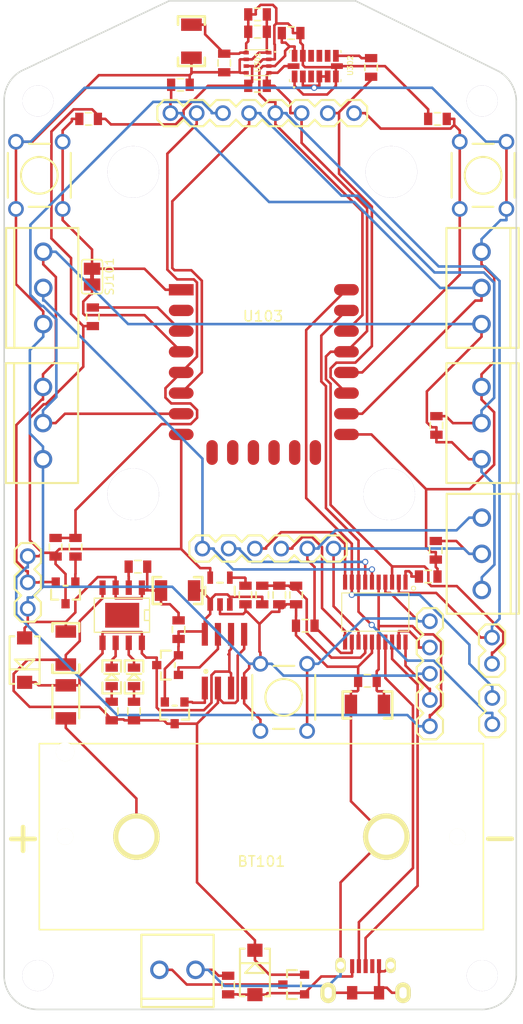
<source format=kicad_pcb>
(kicad_pcb (version 4) (host pcbnew 4.0.0-rc2-stable)

  (general
    (links 180)
    (no_connects 0)
    (area 26.3324 37.110599 82.13298 136.408971)
    (thickness 1.6)
    (drawings 10)
    (tracks 756)
    (zones 0)
    (modules 72)
    (nets 58)
  )

  (page A4)
  (layers
    (0 F.Cu signal)
    (31 B.Cu signal)
    (32 B.Adhes user)
    (33 F.Adhes user)
    (34 B.Paste user)
    (35 F.Paste user)
    (36 B.SilkS user)
    (37 F.SilkS user)
    (38 B.Mask user)
    (39 F.Mask user)
    (40 Dwgs.User user)
    (41 Cmts.User user)
    (42 Eco1.User user)
    (43 Eco2.User user)
    (44 Edge.Cuts user)
    (45 Margin user)
    (46 B.CrtYd user)
    (47 F.CrtYd user)
    (48 B.Fab user)
    (49 F.Fab user)
  )

  (setup
    (last_trace_width 0.25)
    (trace_clearance 0.2)
    (zone_clearance 0.508)
    (zone_45_only yes)
    (trace_min 0.2)
    (segment_width 0.2)
    (edge_width 0.15)
    (via_size 0.6)
    (via_drill 0.4)
    (via_min_size 0.4)
    (via_min_drill 0.3)
    (uvia_size 0.3)
    (uvia_drill 0.1)
    (uvias_allowed no)
    (uvia_min_size 0.2)
    (uvia_min_drill 0.1)
    (pcb_text_width 0.3)
    (pcb_text_size 1.5 1.5)
    (mod_edge_width 0.15)
    (mod_text_size 1 1)
    (mod_text_width 0.15)
    (pad_size 1.524 1.524)
    (pad_drill 0.762)
    (pad_to_mask_clearance 0.2)
    (aux_axis_origin 0 0)
    (visible_elements 7FFFFFFF)
    (pcbplotparams
      (layerselection 0x01cff_80000001)
      (usegerberextensions false)
      (excludeedgelayer true)
      (linewidth 0.100000)
      (plotframeref false)
      (viasonmask false)
      (mode 1)
      (useauxorigin false)
      (hpglpennumber 1)
      (hpglpenspeed 20)
      (hpglpendiameter 15)
      (hpglpenoverlay 2)
      (psnegative false)
      (psa4output false)
      (plotreference true)
      (plotvalue true)
      (plotinvisibletext false)
      (padsonsilk false)
      (subtractmaskfromsilk false)
      (outputformat 1)
      (mirror false)
      (drillshape 0)
      (scaleselection 1)
      (outputdirectory Gerber/))
  )

  (net 0 "")
  (net 1 /BAT+)
  (net 2 GND)
  (net 3 "Net-(C101-Pad1)")
  (net 4 +3V3)
  (net 5 "Net-(C104-Pad1)")
  (net 6 /Power/VIN)
  (net 7 /Power/VOUT)
  (net 8 /Power/USB_IN)
  (net 9 /Power/VBAT)
  (net 10 "Net-(LED201-PadA)")
  (net 11 /Power/~CHRG)
  (net 12 "Net-(LED202-PadA)")
  (net 13 /VCC_SENS)
  (net 14 /SOIL_2)
  (net 15 /SOIL_1)
  (net 16 /GPIO0)
  (net 17 /GPIO2)
  (net 18 "/I2C Sensors/I2C_SCL")
  (net 19 "/I2C Sensors/I2C_SDA")
  (net 20 /GPIO12)
  (net 21 /GPIO13)
  (net 22 /GPIO14)
  (net 23 /GPIO15)
  (net 24 /ADC0)
  (net 25 /ADC1)
  (net 26 /ADC2)
  (net 27 /ADC3)
  (net 28 /STM_RXD)
  (net 29 /STM_TXD)
  (net 30 /Power/SOLAR_IN)
  (net 31 /USB_D+)
  (net 32 "Net-(P106-Pad4)")
  (net 33 /USB_D-)
  (net 34 /STM_SWCLK)
  (net 35 /STM_SWDIO)
  (net 36 /STM_~RESET)
  (net 37 "Net-(Q101-PadG)")
  (net 38 /Power/GIN)
  (net 39 /Power/GBAT)
  (net 40 /STM_BOOT)
  (net 41 "/I2C Sensors/ADXL_INT")
  (net 42 /ESP_~RESET)
  (net 43 /ESP_EN)
  (net 44 "Net-(R204-Pad1)")
  (net 45 /GPIO16)
  (net 46 "Net-(U103-Pad9)")
  (net 47 "Net-(U103-Pad10)")
  (net 48 "Net-(U103-Pad11)")
  (net 49 "Net-(U103-Pad12)")
  (net 50 "Net-(U103-Pad13)")
  (net 51 "Net-(U103-Pad14)")
  (net 52 "Net-(U103-Pad2)")
  (net 53 "Net-(U302-Pad3)")
  (net 54 "Net-(U302-Pad9)")
  (net 55 "Net-(U302-Pad11)")
  (net 56 "Net-(U302-Pad10)")
  (net 57 /Power/~DONE)

  (net_class Default "This is the default net class."
    (clearance 0.2)
    (trace_width 0.25)
    (via_dia 0.6)
    (via_drill 0.4)
    (uvia_dia 0.3)
    (uvia_drill 0.1)
    (add_net +3V3)
    (add_net /ADC0)
    (add_net /ADC1)
    (add_net /ADC2)
    (add_net /ADC3)
    (add_net /BAT+)
    (add_net /ESP_EN)
    (add_net /ESP_~RESET)
    (add_net /GPIO0)
    (add_net /GPIO12)
    (add_net /GPIO13)
    (add_net /GPIO14)
    (add_net /GPIO15)
    (add_net /GPIO16)
    (add_net /GPIO2)
    (add_net "/I2C Sensors/ADXL_INT")
    (add_net "/I2C Sensors/I2C_SCL")
    (add_net "/I2C Sensors/I2C_SDA")
    (add_net /Power/GBAT)
    (add_net /Power/GIN)
    (add_net /Power/SOLAR_IN)
    (add_net /Power/USB_IN)
    (add_net /Power/VBAT)
    (add_net /Power/VIN)
    (add_net /Power/VOUT)
    (add_net /Power/~CHRG)
    (add_net /Power/~DONE)
    (add_net /SOIL_1)
    (add_net /SOIL_2)
    (add_net /STM_BOOT)
    (add_net /STM_RXD)
    (add_net /STM_SWCLK)
    (add_net /STM_SWDIO)
    (add_net /STM_TXD)
    (add_net /STM_~RESET)
    (add_net /USB_D+)
    (add_net /USB_D-)
    (add_net /VCC_SENS)
    (add_net GND)
    (add_net "Net-(C101-Pad1)")
    (add_net "Net-(C104-Pad1)")
    (add_net "Net-(LED201-PadA)")
    (add_net "Net-(LED202-PadA)")
    (add_net "Net-(P106-Pad4)")
    (add_net "Net-(Q101-PadG)")
    (add_net "Net-(R204-Pad1)")
    (add_net "Net-(U103-Pad10)")
    (add_net "Net-(U103-Pad11)")
    (add_net "Net-(U103-Pad12)")
    (add_net "Net-(U103-Pad13)")
    (add_net "Net-(U103-Pad14)")
    (add_net "Net-(U103-Pad2)")
    (add_net "Net-(U103-Pad9)")
    (add_net "Net-(U302-Pad10)")
    (add_net "Net-(U302-Pad11)")
    (add_net "Net-(U302-Pad3)")
    (add_net "Net-(U302-Pad9)")
  )

  (module Mounting_Holes:MountingHole_5mm (layer F.Cu) (tedit 5659AB00) (tstamp 5659A1CC)
    (at 66.7512 84.9376)
    (descr "Mounting hole, Befestigungsbohrung, 5mm, No Annular, Kein Restring,")
    (tags "Mounting hole, Befestigungsbohrung, 5mm, No Annular, Kein Restring,")
    (fp_text reference REF01 (at 0 -6.49986) (layer F.SilkS) hide
      (effects (font (size 1 1) (thickness 0.15)))
    )
    (fp_text value MOUNT (at -7.9756 0.1016) (layer F.Fab) hide
      (effects (font (size 1 1) (thickness 0.15)))
    )
    (fp_circle (center 0 0) (end 5 0) (layer Cmts.User) (width 0.381))
    (pad 1 thru_hole circle (at 0 0) (size 5 5) (drill 5) (layers))
  )

  (module Plant:CR123_Holder (layer F.Cu) (tedit 565A7051) (tstamp 565909F0)
    (at 54.3712 118.074)
    (path /564B5CD5)
    (fp_text reference BT101 (at 0 2.4) (layer F.SilkS)
      (effects (font (size 1 1) (thickness 0.15)))
    )
    (fp_text value Battery (at 0 -2.4) (layer F.Fab)
      (effects (font (size 1 1) (thickness 0.15)))
    )
    (fp_text user + (at -23.07844 0) (layer F.SilkS)
      (effects (font (size 3 3) (thickness 0.45)))
    )
    (fp_line (start -21.5 9) (end -21.5 0) (layer F.SilkS) (width 0.15))
    (fp_line (start 21.5 9) (end -21.5 9) (layer F.SilkS) (width 0.15))
    (fp_line (start 21.5 -9) (end 21.5 9) (layer F.SilkS) (width 0.15))
    (fp_line (start -21.5 -9) (end 21.5 -9) (layer F.SilkS) (width 0.15))
    (fp_line (start -21.5 0) (end -21.5 -9) (layer F.SilkS) (width 0.15))
    (fp_text user - (at 23.11146 -0.0127) (layer F.SilkS)
      (effects (font (size 3 3) (thickness 0.45)))
    )
    (pad 1 thru_hole circle (at -12.1 0) (size 4.5 4.5) (drill 3.5) (layers *.Cu *.Mask F.SilkS)
      (net 1 /BAT+))
    (pad 2 thru_hole circle (at 12.1 0) (size 4.5 4.5) (drill 3.5) (layers *.Cu *.Mask F.SilkS)
      (net 2 GND))
    (pad "" np_thru_hole circle (at 19 0) (size 1.6 1.6) (drill 1.6) (layers *.Cu *.Mask F.SilkS))
    (pad "" np_thru_hole circle (at -19 0) (size 1.6 1.6) (drill 1.6) (layers *.Cu *.Mask F.SilkS))
    (pad "" np_thru_hole circle (at -19 -8.2) (size 1.8 1.8) (drill 1.8) (layers *.Cu *.Mask F.SilkS))
  )

  (module FT:0805 placed (layer F.Cu) (tedit 565A5B17) (tstamp 565909F8)
    (at 52.832 94.6912 270)
    (path /564BAF1F)
    (fp_text reference C101 (at 0 0 270) (layer Eco1.User)
      (effects (font (size 0.3 0.3) (thickness 0.075)))
    )
    (fp_text value 100nF (at -1.651 -0.0254 360) (layer Eco1.User) hide
      (effects (font (size 0.2 0.2) (thickness 0.03048)))
    )
    (fp_line (start -0.29972 -0.59944) (end 0.29972 -0.59944) (layer F.SilkS) (width 0.1524))
    (fp_line (start -0.29972 0.59944) (end 0.29972 0.59944) (layer F.SilkS) (width 0.1524))
    (pad 1 smd rect (at -0.89916 0 270) (size 0.79756 1.19888) (layers F.Cu F.Paste F.Mask)
      (net 3 "Net-(C101-Pad1)"))
    (pad 2 smd rect (at 0.89916 0 270) (size 0.79756 1.19888) (layers F.Cu F.Paste F.Mask)
      (net 2 GND))
  )

  (module FT:0805 placed (layer F.Cu) (tedit 5659AAB8) (tstamp 56590A00)
    (at 64.643 102.997 180)
    (path /564ED99A)
    (fp_text reference C102 (at 0 0 180) (layer Eco1.User)
      (effects (font (size 0.3 0.3) (thickness 0.075)))
    )
    (fp_text value "100nF 6.3V" (at 0 -1.016 180) (layer Eco1.User) hide
      (effects (font (size 0.2 0.2) (thickness 0.03048)))
    )
    (fp_line (start -0.29972 -0.59944) (end 0.29972 -0.59944) (layer F.SilkS) (width 0.1524))
    (fp_line (start -0.29972 0.59944) (end 0.29972 0.59944) (layer F.SilkS) (width 0.1524))
    (pad 1 smd rect (at -0.89916 0 180) (size 0.79756 1.19888) (layers F.Cu F.Paste F.Mask)
      (net 4 +3V3))
    (pad 2 smd rect (at 0.89916 0 180) (size 0.79756 1.19888) (layers F.Cu F.Paste F.Mask)
      (net 2 GND))
  )

  (module FT:1210_CAP placed (layer F.Cu) (tedit 5659AAB4) (tstamp 56590A0E)
    (at 64.643 105.334 180)
    (path /564ED8DF)
    (fp_text reference C103 (at 0 0 180) (layer Eco1.User)
      (effects (font (size 0.6 0.6) (thickness 0.1)))
    )
    (fp_text value "10uF 16V" (at 0 -1.8796 180) (layer Eco1.User) hide
      (effects (font (size 0.6 0.6) (thickness 0.1)))
    )
    (fp_line (start -1.6 1.3) (end -2.35 1.3) (layer F.SilkS) (width 0.25))
    (fp_line (start -2.35 1.3) (end -2.4 1.3) (layer F.SilkS) (width 0.25))
    (fp_line (start -2.4 1.3) (end -2.4 -1.3) (layer F.SilkS) (width 0.25))
    (fp_line (start -2.4 -1.3) (end -1.6 -1.3) (layer F.SilkS) (width 0.25))
    (fp_line (start 1.6 1.3) (end 2.4 1.3) (layer F.SilkS) (width 0.25))
    (fp_line (start 2.4 1.3) (end 2.4 0) (layer F.SilkS) (width 0.25))
    (fp_line (start 1.6 -1.3) (end 2.4 -1.3) (layer F.SilkS) (width 0.25))
    (fp_line (start 2.4 -1.3) (end 2.4 0) (layer F.SilkS) (width 0.25))
    (pad 1 smd rect (at -1.59766 0 180) (size 1.19888 1.99898) (layers F.Cu F.Paste F.Mask)
      (net 4 +3V3))
    (pad 2 smd rect (at 1.59766 0 180) (size 1.19888 1.99898) (layers F.Cu F.Paste F.Mask)
      (net 2 GND))
  )

  (module FT:0805 placed (layer F.Cu) (tedit 565A5BA1) (tstamp 56590A16)
    (at 56.1086 94.6912 270)
    (path /564E8728)
    (fp_text reference C104 (at 0 0 270) (layer Eco1.User)
      (effects (font (size 0.3 0.3) (thickness 0.075)))
    )
    (fp_text value 100nF (at -1.6764 -0.0508 360) (layer Eco1.User) hide
      (effects (font (size 0.2 0.2) (thickness 0.03048)))
    )
    (fp_line (start -0.29972 -0.59944) (end 0.29972 -0.59944) (layer F.SilkS) (width 0.1524))
    (fp_line (start -0.29972 0.59944) (end 0.29972 0.59944) (layer F.SilkS) (width 0.1524))
    (pad 1 smd rect (at -0.89916 0 270) (size 0.79756 1.19888) (layers F.Cu F.Paste F.Mask)
      (net 5 "Net-(C104-Pad1)"))
    (pad 2 smd rect (at 0.89916 0 270) (size 0.79756 1.19888) (layers F.Cu F.Paste F.Mask)
      (net 2 GND))
  )

  (module FT:1210_CAP placed (layer F.Cu) (tedit 5659A5A5) (tstamp 56590A24)
    (at 47.5996 41.0972 270)
    (path /56375FFD)
    (fp_text reference C106 (at 0 0 270) (layer Eco1.User)
      (effects (font (size 0.6 0.6) (thickness 0.1)))
    )
    (fp_text value "220uF 16V" (at -0.0508 -1.9304 270) (layer Eco1.User) hide
      (effects (font (size 0.6 0.6) (thickness 0.1)))
    )
    (fp_line (start -1.6 1.3) (end -2.35 1.3) (layer F.SilkS) (width 0.25))
    (fp_line (start -2.35 1.3) (end -2.4 1.3) (layer F.SilkS) (width 0.25))
    (fp_line (start -2.4 1.3) (end -2.4 -1.3) (layer F.SilkS) (width 0.25))
    (fp_line (start -2.4 -1.3) (end -1.6 -1.3) (layer F.SilkS) (width 0.25))
    (fp_line (start 1.6 1.3) (end 2.4 1.3) (layer F.SilkS) (width 0.25))
    (fp_line (start 2.4 1.3) (end 2.4 0) (layer F.SilkS) (width 0.25))
    (fp_line (start 1.6 -1.3) (end 2.4 -1.3) (layer F.SilkS) (width 0.25))
    (fp_line (start 2.4 -1.3) (end 2.4 0) (layer F.SilkS) (width 0.25))
    (pad 1 smd rect (at -1.59766 0 270) (size 1.19888 1.99898) (layers F.Cu F.Paste F.Mask)
      (net 4 +3V3))
    (pad 2 smd rect (at 1.59766 0 270) (size 1.19888 1.99898) (layers F.Cu F.Paste F.Mask)
      (net 2 GND))
  )

  (module FT:0805 placed (layer F.Cu) (tedit 54769AAA) (tstamp 56590A2C)
    (at 50.7746 43.2054 270)
    (path /563760A3)
    (fp_text reference C107 (at 0 0 270) (layer Eco1.User)
      (effects (font (size 0.3 0.3) (thickness 0.075)))
    )
    (fp_text value "100nF 6.3V" (at 0 1 270) (layer Eco1.User) hide
      (effects (font (size 0.2 0.2) (thickness 0.03048)))
    )
    (fp_line (start -0.29972 -0.59944) (end 0.29972 -0.59944) (layer F.SilkS) (width 0.1524))
    (fp_line (start -0.29972 0.59944) (end 0.29972 0.59944) (layer F.SilkS) (width 0.1524))
    (pad 1 smd rect (at -0.89916 0 270) (size 0.79756 1.19888) (layers F.Cu F.Paste F.Mask)
      (net 4 +3V3))
    (pad 2 smd rect (at 0.89916 0 270) (size 0.79756 1.19888) (layers F.Cu F.Paste F.Mask)
      (net 2 GND))
  )

  (module FT:1210_CAP placed (layer F.Cu) (tedit 5659A487) (tstamp 56590A3A)
    (at 35.433 99.822 90)
    (path /563C492E/5642CCB8)
    (fp_text reference C201 (at 0 0 90) (layer Eco1.User)
      (effects (font (size 0.6 0.6) (thickness 0.1)))
    )
    (fp_text value "10uF 16V" (at 0 -1.8034 90) (layer Eco1.User) hide
      (effects (font (size 0.6 0.6) (thickness 0.1)))
    )
    (fp_line (start -1.6 1.3) (end -2.35 1.3) (layer F.SilkS) (width 0.25))
    (fp_line (start -2.35 1.3) (end -2.4 1.3) (layer F.SilkS) (width 0.25))
    (fp_line (start -2.4 1.3) (end -2.4 -1.3) (layer F.SilkS) (width 0.25))
    (fp_line (start -2.4 -1.3) (end -1.6 -1.3) (layer F.SilkS) (width 0.25))
    (fp_line (start 1.6 1.3) (end 2.4 1.3) (layer F.SilkS) (width 0.25))
    (fp_line (start 2.4 1.3) (end 2.4 0) (layer F.SilkS) (width 0.25))
    (fp_line (start 1.6 -1.3) (end 2.4 -1.3) (layer F.SilkS) (width 0.25))
    (fp_line (start 2.4 -1.3) (end 2.4 0) (layer F.SilkS) (width 0.25))
    (pad 1 smd rect (at -1.59766 0 90) (size 1.19888 1.99898) (layers F.Cu F.Paste F.Mask)
      (net 6 /Power/VIN))
    (pad 2 smd rect (at 1.59766 0 90) (size 1.19888 1.99898) (layers F.Cu F.Paste F.Mask)
      (net 2 GND))
  )

  (module FT:0805 placed (layer F.Cu) (tedit 54769AAA) (tstamp 56590A42)
    (at 46.355 98.044 90)
    (path /563C492E/5642D8F0)
    (fp_text reference C202 (at 0 0 90) (layer Eco1.User)
      (effects (font (size 0.3 0.3) (thickness 0.075)))
    )
    (fp_text value 100nF (at 0 1 90) (layer Eco1.User) hide
      (effects (font (size 0.2 0.2) (thickness 0.03048)))
    )
    (fp_line (start -0.29972 -0.59944) (end 0.29972 -0.59944) (layer F.SilkS) (width 0.1524))
    (fp_line (start -0.29972 0.59944) (end 0.29972 0.59944) (layer F.SilkS) (width 0.1524))
    (pad 1 smd rect (at -0.89916 0 90) (size 0.79756 1.19888) (layers F.Cu F.Paste F.Mask)
      (net 7 /Power/VOUT))
    (pad 2 smd rect (at 0.89916 0 90) (size 0.79756 1.19888) (layers F.Cu F.Paste F.Mask)
      (net 2 GND))
  )

  (module FT:1210_CAP placed (layer F.Cu) (tedit 547799CF) (tstamp 56590A50)
    (at 46.2534 94.2594)
    (path /563C492E/5642CCBE)
    (fp_text reference C203 (at 0 0) (layer Eco1.User)
      (effects (font (size 0.6 0.6) (thickness 0.1)))
    )
    (fp_text value "220uF 16V" (at 0 1.8) (layer Eco1.User) hide
      (effects (font (size 0.6 0.6) (thickness 0.1)))
    )
    (fp_line (start -1.6 1.3) (end -2.35 1.3) (layer F.SilkS) (width 0.25))
    (fp_line (start -2.35 1.3) (end -2.4 1.3) (layer F.SilkS) (width 0.25))
    (fp_line (start -2.4 1.3) (end -2.4 -1.3) (layer F.SilkS) (width 0.25))
    (fp_line (start -2.4 -1.3) (end -1.6 -1.3) (layer F.SilkS) (width 0.25))
    (fp_line (start 1.6 1.3) (end 2.4 1.3) (layer F.SilkS) (width 0.25))
    (fp_line (start 2.4 1.3) (end 2.4 0) (layer F.SilkS) (width 0.25))
    (fp_line (start 1.6 -1.3) (end 2.4 -1.3) (layer F.SilkS) (width 0.25))
    (fp_line (start 2.4 -1.3) (end 2.4 0) (layer F.SilkS) (width 0.25))
    (pad 1 smd rect (at -1.59766 0) (size 1.19888 1.99898) (layers F.Cu F.Paste F.Mask)
      (net 2 GND))
    (pad 2 smd rect (at 1.59766 0) (size 1.19888 1.99898) (layers F.Cu F.Paste F.Mask)
      (net 7 /Power/VOUT))
  )

  (module FT:0805 placed (layer F.Cu) (tedit 565A74CA) (tstamp 56590A58)
    (at 54.0004 40.1828)
    (path /564CC751/564CEC68)
    (fp_text reference C301 (at 0 0) (layer Eco1.User)
      (effects (font (size 0.3 0.3) (thickness 0.075)))
    )
    (fp_text value "1uF 6.3V" (at -1.62052 0.0127 90) (layer Eco1.User) hide
      (effects (font (size 0.2 0.2) (thickness 0.03048)))
    )
    (fp_line (start -0.29972 -0.59944) (end 0.29972 -0.59944) (layer F.SilkS) (width 0.1524))
    (fp_line (start -0.29972 0.59944) (end 0.29972 0.59944) (layer F.SilkS) (width 0.1524))
    (pad 1 smd rect (at -0.89916 0) (size 0.79756 1.19888) (layers F.Cu F.Paste F.Mask)
      (net 4 +3V3))
    (pad 2 smd rect (at 0.89916 0) (size 0.79756 1.19888) (layers F.Cu F.Paste F.Mask)
      (net 2 GND))
  )

  (module FT:0805 placed (layer F.Cu) (tedit 565A74BD) (tstamp 56590A60)
    (at 54.0004 38.5064)
    (path /564CC751/564CEBB9)
    (fp_text reference C302 (at 0 0) (layer Eco1.User)
      (effects (font (size 0.3 0.3) (thickness 0.075)))
    )
    (fp_text value "1uF 6.3V" (at -1.62306 -0.00254 90) (layer Eco1.User) hide
      (effects (font (size 0.2 0.2) (thickness 0.03048)))
    )
    (fp_line (start -0.29972 -0.59944) (end 0.29972 -0.59944) (layer F.SilkS) (width 0.1524))
    (fp_line (start -0.29972 0.59944) (end 0.29972 0.59944) (layer F.SilkS) (width 0.1524))
    (pad 1 smd rect (at -0.89916 0) (size 0.79756 1.19888) (layers F.Cu F.Paste F.Mask)
      (net 4 +3V3))
    (pad 2 smd rect (at 0.89916 0) (size 0.79756 1.19888) (layers F.Cu F.Paste F.Mask)
      (net 2 GND))
  )

  (module FT:DIODE_SMA placed (layer F.Cu) (tedit 56599B06) (tstamp 56590A80)
    (at 53.7464 131.216 90)
    (path /563C492E/563C54FD)
    (attr smd)
    (fp_text reference D201 (at -0.7 0 180) (layer Eco1.User)
      (effects (font (size 0.6 0.6) (thickness 0.1)))
    )
    (fp_text value SS14 (at 3.429 0 180) (layer Eco1.User) hide
      (effects (font (size 0.5 0.5) (thickness 0.1)))
    )
    (fp_line (start 0.89916 0) (end -0.0508 0.94996) (layer F.SilkS) (width 0.20066))
    (fp_line (start -0.0508 0.94996) (end -0.0508 -0.94996) (layer F.SilkS) (width 0.20066))
    (fp_line (start 0.89916 0) (end -0.0508 -0.94996) (layer F.SilkS) (width 0.20066))
    (fp_line (start 0.89916 -1.45034) (end 0.89916 1.45034) (layer F.SilkS) (width 0.20066))
    (fp_line (start -2.30124 1.45034) (end -2.30124 1.00076) (layer F.SilkS) (width 0.20066))
    (fp_line (start -2.30124 1.45034) (end 2.30124 1.45034) (layer F.SilkS) (width 0.20066))
    (fp_line (start 2.30124 1.45034) (end 2.30124 1.00076) (layer F.SilkS) (width 0.20066))
    (fp_line (start -2.30124 -1.45034) (end -2.30124 -1.00076) (layer F.SilkS) (width 0.20066))
    (fp_line (start -2.30124 -1.45034) (end 2.30124 -1.45034) (layer F.SilkS) (width 0.20066))
    (fp_line (start 2.30124 -1.45034) (end 2.30124 -1.00076) (layer F.SilkS) (width 0.20066))
    (pad A smd rect (at -2.14884 0 90) (size 1.27 1.47066) (layers F.Cu F.Paste F.Mask)
      (net 8 /Power/USB_IN))
    (pad K smd rect (at 2.14884 0 90) (size 1.27 1.47066) (layers F.Cu F.Paste F.Mask)
      (net 6 /Power/VIN))
  )

  (module FT:1210 placed (layer F.Cu) (tedit 56599932) (tstamp 56590A8C)
    (at 35.433 105.029 90)
    (path /565D164A)
    (fp_text reference F101 (at 0 0 90) (layer Eco1.User)
      (effects (font (size 0.6 0.6) (thickness 0.1)))
    )
    (fp_text value "1A PTC" (at 0 -1.778 90) (layer Eco1.User) hide
      (effects (font (size 0.6 0.6) (thickness 0.1)))
    )
    (fp_line (start -1.59766 -1.29794) (end 1.59766 -1.29794) (layer Cmts.User) (width 0.127))
    (fp_line (start 1.59766 -1.29794) (end 1.59766 1.29794) (layer Cmts.User) (width 0.127))
    (fp_line (start 1.59766 1.29794) (end -1.59766 1.29794) (layer Cmts.User) (width 0.127))
    (fp_line (start -1.59766 1.29794) (end -1.59766 -1.29794) (layer Cmts.User) (width 0.127))
    (fp_line (start -1.59766 -1.29794) (end 1.59766 -1.29794) (layer F.SilkS) (width 0.2032))
    (fp_line (start -1.59766 1.29794) (end 1.59766 1.29794) (layer F.SilkS) (width 0.2032))
    (pad 1 smd rect (at -1.59766 0 90) (size 1.19888 1.99898) (layers F.Cu F.Paste F.Mask)
      (net 1 /BAT+))
    (pad 2 smd rect (at 1.59766 0 90) (size 1.19888 1.99898) (layers F.Cu F.Paste F.Mask)
      (net 9 /Power/VBAT))
  )

  (module FT:LED-0805 placed (layer F.Cu) (tedit 5659ABC9) (tstamp 56590A9D)
    (at 39.878 102.616 90)
    (path /563C492E/563FF8B1)
    (fp_text reference LED201 (at 2.032 0.127 180) (layer Eco1.User)
      (effects (font (size 0.4 0.4) (thickness 0.075)))
    )
    (fp_text value LED_DONE (at 0 -1.27 90) (layer Eco1.User)
      (effects (font (size 0.4 0.4) (thickness 0.05)))
    )
    (fp_line (start -0.53848 -0.89916) (end -1.59766 -0.89916) (layer F.SilkS) (width 0.2032))
    (fp_line (start -1.59766 -0.89916) (end -1.59766 0.89916) (layer F.SilkS) (width 0.2032))
    (fp_line (start -1.59766 0.89916) (end -0.49784 0.89916) (layer F.SilkS) (width 0.2032))
    (fp_line (start 0.49784 -0.89916) (end 1.59766 -0.89916) (layer F.SilkS) (width 0.2032))
    (fp_line (start 1.59766 -0.89916) (end 1.59766 0.89916) (layer F.SilkS) (width 0.2032))
    (fp_line (start 1.59766 0.89916) (end 0.49784 0.89916) (layer F.SilkS) (width 0.2032))
    (fp_line (start 0.29972 -0.6985) (end 0.29972 0) (layer F.SilkS) (width 0.2032))
    (fp_line (start 0.29972 0) (end 0.29972 0.6985) (layer F.SilkS) (width 0.2032))
    (fp_line (start 0.29972 0) (end -0.29972 -0.59944) (layer F.SilkS) (width 0.2032))
    (fp_line (start -0.29972 -0.59944) (end -0.29972 0.59944) (layer F.SilkS) (width 0.2032))
    (fp_line (start -0.29972 0.59944) (end 0.29972 0) (layer F.SilkS) (width 0.2032))
    (pad A smd rect (at -0.89916 0 90) (size 0.79756 1.19888) (layers F.Cu F.Paste F.Mask)
      (net 10 "Net-(LED201-PadA)"))
    (pad K smd rect (at 0.89916 0 90) (size 0.79756 1.19888) (layers F.Cu F.Paste F.Mask)
      (net 57 /Power/~DONE))
  )

  (module FT:LED-0805 placed (layer F.Cu) (tedit 5659ABD3) (tstamp 56590AAE)
    (at 42.037 102.616 90)
    (path /563C492E/563C5FC4)
    (fp_text reference LED202 (at 2.032 0.127 180) (layer Eco1.User)
      (effects (font (size 0.4 0.4) (thickness 0.075)))
    )
    (fp_text value LED_CHRG (at 0 1.27 90) (layer Eco1.User)
      (effects (font (size 0.4 0.4) (thickness 0.05)))
    )
    (fp_line (start -0.53848 -0.89916) (end -1.59766 -0.89916) (layer F.SilkS) (width 0.2032))
    (fp_line (start -1.59766 -0.89916) (end -1.59766 0.89916) (layer F.SilkS) (width 0.2032))
    (fp_line (start -1.59766 0.89916) (end -0.49784 0.89916) (layer F.SilkS) (width 0.2032))
    (fp_line (start 0.49784 -0.89916) (end 1.59766 -0.89916) (layer F.SilkS) (width 0.2032))
    (fp_line (start 1.59766 -0.89916) (end 1.59766 0.89916) (layer F.SilkS) (width 0.2032))
    (fp_line (start 1.59766 0.89916) (end 0.49784 0.89916) (layer F.SilkS) (width 0.2032))
    (fp_line (start 0.29972 -0.6985) (end 0.29972 0) (layer F.SilkS) (width 0.2032))
    (fp_line (start 0.29972 0) (end 0.29972 0.6985) (layer F.SilkS) (width 0.2032))
    (fp_line (start 0.29972 0) (end -0.29972 -0.59944) (layer F.SilkS) (width 0.2032))
    (fp_line (start -0.29972 -0.59944) (end -0.29972 0.59944) (layer F.SilkS) (width 0.2032))
    (fp_line (start -0.29972 0.59944) (end 0.29972 0) (layer F.SilkS) (width 0.2032))
    (pad A smd rect (at -0.89916 0 90) (size 0.79756 1.19888) (layers F.Cu F.Paste F.Mask)
      (net 12 "Net-(LED202-PadA)"))
    (pad K smd rect (at 0.89916 0 90) (size 0.79756 1.19888) (layers F.Cu F.Paste F.Mask)
      (net 11 /Power/~CHRG))
  )

  (module FT:SCREWTERMINAL-3.5MM-3 (layer F.Cu) (tedit 56580A23) (tstamp 56590AC2)
    (at 75.7174 90.7034 90)
    (path /565889BC)
    (fp_text reference P1 (at -0.2 -1.85 90) (layer Eco1.User)
      (effects (font (size 0.4064 0.4064) (thickness 0.03048)))
    )
    (fp_text value SOIL (at 0 1.9 90) (layer Eco1.User)
      (effects (font (size 0.4064 0.4064) (thickness 0.03048)))
    )
    (fp_line (start -5.7987 -3.39852) (end 5.8 -3.39852) (layer F.SilkS) (width 0.2032))
    (fp_line (start 5.8 -3.39852) (end 5.8 2.79908) (layer F.SilkS) (width 0.2032))
    (fp_line (start 5.8 2.79908) (end 5.8 3.59918) (layer F.SilkS) (width 0.2032))
    (fp_line (start 5.8 3.59918) (end -5.7987 3.59918) (layer F.SilkS) (width 0.2032))
    (fp_line (start -5.7987 3.59918) (end -5.7987 2.79908) (layer F.SilkS) (width 0.2032))
    (fp_line (start -5.7987 2.79908) (end -5.7987 -3.39852) (layer F.SilkS) (width 0.2032))
    (fp_line (start 5.8 2.79908) (end -5.7987 2.79908) (layer F.SilkS) (width 0.2032))
    (fp_line (start -5.7987 1.34874) (end -6.19748 1.34874) (layer Cmts.User) (width 0.2032))
    (fp_line (start -6.19748 1.34874) (end -6.19748 2.3495) (layer Cmts.User) (width 0.2032))
    (fp_line (start -6.19748 2.3495) (end -5.7987 2.3495) (layer Cmts.User) (width 0.2032))
    (fp_line (start 5.79906 -3.1496) (end 6.19784 -3.1496) (layer Cmts.User) (width 0.2032))
    (fp_line (start 6.19784 -3.1496) (end 6.19784 -2.14884) (layer Cmts.User) (width 0.2032))
    (fp_line (start 6.19784 -2.14884) (end 5.79906 -2.14884) (layer Cmts.User) (width 0.2032))
    (pad 1 thru_hole oval (at -3.5 0 90) (size 1.79832 1.79832) (drill 1.19888) (layers *.Cu *.Mask)
      (net 13 /VCC_SENS))
    (pad 2 thru_hole oval (at -0.00242 0 90) (size 1.79832 1.79832) (drill 1.19888) (layers *.Cu *.Mask)
      (net 14 /SOIL_2))
    (pad 3 thru_hole oval (at 3.4977 0 90) (size 1.79832 1.79832) (drill 1.19888) (layers *.Cu *.Mask)
      (net 15 /SOIL_1))
  )

  (module FT:1X08 (layer F.Cu) (tedit 5659BCAF) (tstamp 56590B00)
    (at 63.3476 48.0568 180)
    (path /565C3EC9)
    (fp_text reference P101 (at -2.5146 0 180) (layer Eco1.User)
      (effects (font (size 0.6 0.6) (thickness 0.1)))
    )
    (fp_text value CONN_DIGITAL (at 0.254 1.905 180) (layer Eco1.User)
      (effects (font (size 0.6 0.6) (thickness 0.1)))
    )
    (fp_line (start 14.605 -1.27) (end 15.875 -1.27) (layer F.SilkS) (width 0.2032))
    (fp_line (start 15.875 -1.27) (end 16.51 -0.635) (layer F.SilkS) (width 0.2032))
    (fp_line (start 16.51 0.635) (end 15.875 1.27) (layer F.SilkS) (width 0.2032))
    (fp_line (start 11.43 -0.635) (end 12.065 -1.27) (layer F.SilkS) (width 0.2032))
    (fp_line (start 12.065 -1.27) (end 13.335 -1.27) (layer F.SilkS) (width 0.2032))
    (fp_line (start 13.335 -1.27) (end 13.97 -0.635) (layer F.SilkS) (width 0.2032))
    (fp_line (start 13.97 0.635) (end 13.335 1.27) (layer F.SilkS) (width 0.2032))
    (fp_line (start 13.335 1.27) (end 12.065 1.27) (layer F.SilkS) (width 0.2032))
    (fp_line (start 12.065 1.27) (end 11.43 0.635) (layer F.SilkS) (width 0.2032))
    (fp_line (start 14.605 -1.27) (end 13.97 -0.635) (layer F.SilkS) (width 0.2032))
    (fp_line (start 13.97 0.635) (end 14.605 1.27) (layer F.SilkS) (width 0.2032))
    (fp_line (start 15.875 1.27) (end 14.605 1.27) (layer F.SilkS) (width 0.2032))
    (fp_line (start 6.985 -1.27) (end 8.255 -1.27) (layer F.SilkS) (width 0.2032))
    (fp_line (start 8.255 -1.27) (end 8.89 -0.635) (layer F.SilkS) (width 0.2032))
    (fp_line (start 8.89 0.635) (end 8.255 1.27) (layer F.SilkS) (width 0.2032))
    (fp_line (start 8.89 -0.635) (end 9.525 -1.27) (layer F.SilkS) (width 0.2032))
    (fp_line (start 9.525 -1.27) (end 10.795 -1.27) (layer F.SilkS) (width 0.2032))
    (fp_line (start 10.795 -1.27) (end 11.43 -0.635) (layer F.SilkS) (width 0.2032))
    (fp_line (start 11.43 0.635) (end 10.795 1.27) (layer F.SilkS) (width 0.2032))
    (fp_line (start 10.795 1.27) (end 9.525 1.27) (layer F.SilkS) (width 0.2032))
    (fp_line (start 9.525 1.27) (end 8.89 0.635) (layer F.SilkS) (width 0.2032))
    (fp_line (start 3.81 -0.635) (end 4.445 -1.27) (layer F.SilkS) (width 0.2032))
    (fp_line (start 4.445 -1.27) (end 5.715 -1.27) (layer F.SilkS) (width 0.2032))
    (fp_line (start 5.715 -1.27) (end 6.35 -0.635) (layer F.SilkS) (width 0.2032))
    (fp_line (start 6.35 0.635) (end 5.715 1.27) (layer F.SilkS) (width 0.2032))
    (fp_line (start 5.715 1.27) (end 4.445 1.27) (layer F.SilkS) (width 0.2032))
    (fp_line (start 4.445 1.27) (end 3.81 0.635) (layer F.SilkS) (width 0.2032))
    (fp_line (start 6.985 -1.27) (end 6.35 -0.635) (layer F.SilkS) (width 0.2032))
    (fp_line (start 6.35 0.635) (end 6.985 1.27) (layer F.SilkS) (width 0.2032))
    (fp_line (start 8.255 1.27) (end 6.985 1.27) (layer F.SilkS) (width 0.2032))
    (fp_line (start -0.635 -1.27) (end 0.635 -1.27) (layer F.SilkS) (width 0.2032))
    (fp_line (start 0.635 -1.27) (end 1.27 -0.635) (layer F.SilkS) (width 0.2032))
    (fp_line (start 1.27 0.635) (end 0.635 1.27) (layer F.SilkS) (width 0.2032))
    (fp_line (start 1.27 -0.635) (end 1.905 -1.27) (layer F.SilkS) (width 0.2032))
    (fp_line (start 1.905 -1.27) (end 3.175 -1.27) (layer F.SilkS) (width 0.2032))
    (fp_line (start 3.175 -1.27) (end 3.81 -0.635) (layer F.SilkS) (width 0.2032))
    (fp_line (start 3.81 0.635) (end 3.175 1.27) (layer F.SilkS) (width 0.2032))
    (fp_line (start 3.175 1.27) (end 1.905 1.27) (layer F.SilkS) (width 0.2032))
    (fp_line (start 1.905 1.27) (end 1.27 0.635) (layer F.SilkS) (width 0.2032))
    (fp_line (start -1.27 -0.635) (end -1.27 0.635) (layer F.SilkS) (width 0.2032))
    (fp_line (start -0.635 -1.27) (end -1.27 -0.635) (layer F.SilkS) (width 0.2032))
    (fp_line (start -1.27 0.635) (end -0.635 1.27) (layer F.SilkS) (width 0.2032))
    (fp_line (start 0.635 1.27) (end -0.635 1.27) (layer F.SilkS) (width 0.2032))
    (fp_line (start 17.145 -1.27) (end 18.415 -1.27) (layer F.SilkS) (width 0.2032))
    (fp_line (start 18.415 -1.27) (end 19.05 -0.635) (layer F.SilkS) (width 0.2032))
    (fp_line (start 19.05 -0.635) (end 19.05 0.635) (layer F.SilkS) (width 0.2032))
    (fp_line (start 19.05 0.635) (end 18.415 1.27) (layer F.SilkS) (width 0.2032))
    (fp_line (start 17.145 -1.27) (end 16.51 -0.635) (layer F.SilkS) (width 0.2032))
    (fp_line (start 16.51 0.635) (end 17.145 1.27) (layer F.SilkS) (width 0.2032))
    (fp_line (start 18.415 1.27) (end 17.145 1.27) (layer F.SilkS) (width 0.2032))
    (pad 1 thru_hole oval (at 0 0 270) (size 1.524 1.524) (drill 1.016) (layers *.Cu *.Mask)
      (net 16 /GPIO0))
    (pad 2 thru_hole oval (at 2.54 0 270) (size 1.524 1.524) (drill 1.016) (layers *.Cu *.Mask)
      (net 17 /GPIO2))
    (pad 3 thru_hole oval (at 5.08 0 270) (size 1.524 1.524) (drill 1.016) (layers *.Cu *.Mask)
      (net 18 "/I2C Sensors/I2C_SCL"))
    (pad 4 thru_hole oval (at 7.62 0 270) (size 1.524 1.524) (drill 1.016) (layers *.Cu *.Mask)
      (net 19 "/I2C Sensors/I2C_SDA"))
    (pad 5 thru_hole oval (at 10.16 0 270) (size 1.524 1.524) (drill 1.016) (layers *.Cu *.Mask)
      (net 20 /GPIO12))
    (pad 6 thru_hole oval (at 12.7 0 270) (size 1.524 1.524) (drill 1.016) (layers *.Cu *.Mask)
      (net 21 /GPIO13))
    (pad 7 thru_hole oval (at 15.24 0 270) (size 1.524 1.524) (drill 1.016) (layers *.Cu *.Mask)
      (net 22 /GPIO14))
    (pad 8 thru_hole oval (at 17.78 0 270) (size 1.524 1.524) (drill 1.016) (layers *.Cu *.Mask)
      (net 23 /GPIO15))
  )

  (module FT:1X02 (layer F.Cu) (tedit 565A5F3D) (tstamp 56590B44)
    (at 76.7334 104.648 270)
    (path /565C3CA2)
    (fp_text reference P103 (at 4.191 0 360) (layer Eco1.User)
      (effects (font (size 0.3 0.3) (thickness 0.075)))
    )
    (fp_text value CONN_SERIAL (at 1.1176 1.8542 270) (layer Eco1.User)
      (effects (font (size 0.6 0.6) (thickness 0.1)))
    )
    (fp_line (start -0.635 -1.27) (end 0.635 -1.27) (layer F.SilkS) (width 0.2032))
    (fp_line (start 0.635 -1.27) (end 1.27 -0.635) (layer F.SilkS) (width 0.2032))
    (fp_line (start 1.27 0.635) (end 0.635 1.27) (layer F.SilkS) (width 0.2032))
    (fp_line (start 1.27 -0.635) (end 1.905 -1.27) (layer F.SilkS) (width 0.2032))
    (fp_line (start 1.905 -1.27) (end 3.175 -1.27) (layer F.SilkS) (width 0.2032))
    (fp_line (start 3.175 -1.27) (end 3.81 -0.635) (layer F.SilkS) (width 0.2032))
    (fp_line (start 3.81 0.635) (end 3.175 1.27) (layer F.SilkS) (width 0.2032))
    (fp_line (start 3.175 1.27) (end 1.905 1.27) (layer F.SilkS) (width 0.2032))
    (fp_line (start 1.905 1.27) (end 1.27 0.635) (layer F.SilkS) (width 0.2032))
    (fp_line (start -1.27 -0.635) (end -1.27 0.635) (layer F.SilkS) (width 0.2032))
    (fp_line (start -0.635 -1.27) (end -1.27 -0.635) (layer F.SilkS) (width 0.2032))
    (fp_line (start -1.27 0.635) (end -0.635 1.27) (layer F.SilkS) (width 0.2032))
    (fp_line (start 0.635 1.27) (end -0.635 1.27) (layer F.SilkS) (width 0.2032))
    (fp_line (start 3.81 -0.635) (end 3.81 0.635) (layer F.SilkS) (width 0.2032))
    (pad 1 thru_hole oval (at 0 0) (size 1.524 1.524) (drill 1.016) (layers *.Cu *.Mask)
      (net 28 /STM_RXD))
    (pad 2 thru_hole oval (at 2.54 0) (size 1.524 1.524) (drill 1.016) (layers *.Cu *.Mask)
      (net 29 /STM_TXD))
  )

  (module FT:SCREWTERMINAL-3.5MM-2 (layer F.Cu) (tedit 56586DDB) (tstamp 56590B6B)
    (at 44.5008 130.962)
    (path /564226D3)
    (fp_text reference P105 (at 1.6 -1.9) (layer Eco1.User)
      (effects (font (size 0.6 0.6) (thickness 0.1)))
    )
    (fp_text value SOLAR (at 1.8 1.8) (layer Eco1.User)
      (effects (font (size 0.6 0.6) (thickness 0.1)))
    )
    (fp_line (start -2.2 2.4) (end -2.2 1.7) (layer Cmts.User) (width 0.1))
    (fp_line (start -2.2 1.7) (end -1.8 1.7) (layer Cmts.User) (width 0.1))
    (fp_line (start 5.2 2.3) (end 4.9 2.3) (layer Cmts.User) (width 0.1))
    (fp_line (start 4.9 2.3) (end 4.9 1.8) (layer Cmts.User) (width 0.1))
    (fp_line (start 4.9 1.8) (end 5.2 1.8) (layer Cmts.User) (width 0.1))
    (fp_line (start -1.7 -3.1) (end -1.3 -3.1) (layer Cmts.User) (width 0.1))
    (fp_line (start -1.3 -3.1) (end -1.3 -2.2) (layer Cmts.User) (width 0.1))
    (fp_line (start -1.3 -2.2) (end -1.7 -2.2) (layer Cmts.User) (width 0.1))
    (fp_line (start 5.6 -3) (end 5.6 -2.3) (layer Cmts.User) (width 0.1))
    (fp_line (start 5.6 -3) (end 5.2 -3) (layer Cmts.User) (width 0.1))
    (fp_line (start 5.6 -2.3) (end 5.2 -2.3) (layer B.Adhes) (width 0.1))
    (fp_line (start -2.2 2.4) (end -1.8 2.4) (layer Cmts.User) (width 0.1))
    (fp_line (start -1.74752 -3.39852) (end 5.24764 -3.39852) (layer F.SilkS) (width 0.2032))
    (fp_line (start 5.24764 -3.39852) (end 5.24764 2.79908) (layer F.SilkS) (width 0.2032))
    (fp_line (start 5.24764 2.79908) (end 5.24764 3.59918) (layer F.SilkS) (width 0.2032))
    (fp_line (start 5.24764 3.59918) (end -1.74752 3.59918) (layer F.SilkS) (width 0.2032))
    (fp_line (start -1.74752 3.59918) (end -1.74752 2.79908) (layer F.SilkS) (width 0.2032))
    (fp_line (start -1.74752 2.79908) (end -1.74752 -3.39852) (layer F.SilkS) (width 0.2032))
    (fp_line (start 5.24764 2.79908) (end -1.74752 2.79908) (layer F.SilkS) (width 0.2032))
    (pad 1 thru_hole oval (at 0 0) (size 1.79832 1.79832) (drill 1.19888) (layers *.Cu *.Mask)
      (net 30 /Power/SOLAR_IN))
    (pad 2 thru_hole oval (at 3.49758 0) (size 1.79832 1.79832) (drill 1.19888) (layers *.Cu *.Mask)
      (net 2 GND))
  )

  (module FT:USB-MICRO-5pin_PTHMOUNT (layer F.Cu) (tedit 5477AC9A) (tstamp 56590B8E)
    (at 64.4652 130.607 90)
    (path /56377743)
    (attr smd)
    (fp_text reference P106 (at -4.7 0 180) (layer Eco1.User)
      (effects (font (size 0.6 0.6) (thickness 0.1)))
    )
    (fp_text value USB_5PIN_SHELL (at 1.55 -0.05 180) (layer Eco1.User) hide
      (effects (font (size 0.6 0.6) (thickness 0.1)))
    )
    (fp_line (start -0.254 -3.683) (end -1.3335 -3.683) (layer Cmts.User) (width 0.2))
    (fp_line (start -0.20066 3.70078) (end -1.39954 3.70078) (layer Cmts.User) (width 0.20066))
    (fp_line (start -4.09956 3.70078) (end -3.79984 3.70078) (layer Cmts.User) (width 0.20066))
    (fp_line (start -4.09956 -3.70078) (end -3.79984 -3.70078) (layer Cmts.User) (width 0.20066))
    (fp_line (start -4.89966 -3.70078) (end -4.89966 -3.50012) (layer Cmts.User) (width 0.20066))
    (fp_line (start -4.89966 -3.50012) (end -4.89966 -3.40106) (layer Cmts.User) (width 0.20066))
    (fp_line (start -4.89966 -3.40106) (end -5.19938 -3.40106) (layer Cmts.User) (width 0.20066))
    (fp_line (start -5.19938 -3.40106) (end -5.30098 -3.40106) (layer Cmts.User) (width 0.20066))
    (fp_line (start -5.30098 -3.40106) (end -5.50164 -3.2004) (layer Cmts.User) (width 0.20066))
    (fp_line (start -5.50164 -3.2004) (end -5.50164 3.2004) (layer Cmts.User) (width 0.20066))
    (fp_line (start -4.89966 3.70078) (end -4.89966 3.40106) (layer Cmts.User) (width 0.20066))
    (fp_line (start -4.89966 3.40106) (end -5.30098 3.40106) (layer Cmts.User) (width 0.20066))
    (fp_line (start -5.30098 3.40106) (end -5.50164 3.2004) (layer Cmts.User) (width 0.20066))
    (fp_line (start -4.09956 -3.70078) (end -4.89966 -3.70078) (layer Cmts.User) (width 0.20066))
    (fp_line (start -4.89966 -3.70078) (end -5.50164 -4.09956) (layer Cmts.User) (width 0.20066))
    (fp_line (start -5.50164 4.09956) (end -4.89966 3.70078) (layer Cmts.User) (width 0.20066))
    (fp_line (start -4.89966 3.70078) (end -4.09956 3.70078) (layer Cmts.User) (width 0.20066))
    (fp_line (start -0.09906 -3.59918) (end -0.19812 -3.70078) (layer Cmts.User) (width 0.20066))
    (fp_line (start -4.09956 -3.70078) (end -4.09956 3.70078) (layer Cmts.User) (width 0.09906))
    (fp_line (start -0.20066 3.70078) (end -0.1016 3.59918) (layer Cmts.User) (width 0.20066))
    (pad SHLD thru_hole oval (at -2.57556 -3.62458 90) (size 1.99898 1.50114) (drill oval 1.09982 0.70104) (layers *.Cu *.Mask F.SilkS)
      (net 2 GND))
    (pad SHLD thru_hole oval (at -2.57556 3.62458 90) (size 1.99898 1.50114) (drill oval 1.09982 0.70104) (layers *.Cu *.Mask F.SilkS)
      (net 2 GND))
    (pad SHLD thru_hole oval (at 0.0762 -2.4257 90) (size 1.50114 1.00076) (drill 0.70104) (layers *.Cu *.Mask F.SilkS)
      (net 2 GND))
    (pad SHLD smd rect (at -2.57556 1.30048 90) (size 1.30048 1.00076) (layers F.Cu F.Paste F.Mask)
      (net 2 GND))
    (pad SHLD smd rect (at -2.57556 -1.30048 90) (size 1.30048 1.00076) (layers F.Cu F.Paste F.Mask)
      (net 2 GND))
    (pad 5 smd rect (at 0 1.30048 90) (size 1.34874 0.39878) (layers F.Cu F.Paste F.Mask)
      (net 2 GND))
    (pad 3 smd rect (at 0 0 90) (size 1.34874 0.39878) (layers F.Cu F.Paste F.Mask)
      (net 31 /USB_D+))
    (pad 4 smd rect (at 0 0.65024 90) (size 1.34874 0.39878) (layers F.Cu F.Paste F.Mask)
      (net 32 "Net-(P106-Pad4)"))
    (pad 2 smd rect (at 0 -0.65024 90) (size 1.34874 0.39878) (layers F.Cu F.Paste F.Mask)
      (net 33 /USB_D-))
    (pad SHLD thru_hole oval (at 0.0762 2.4257 90) (size 1.50114 1.00076) (drill 0.70104) (layers *.Cu *.Mask F.SilkS)
      (net 2 GND))
    (pad 1 smd rect (at 0 -1.30048 90) (size 1.34874 0.39878) (layers F.Cu F.Paste F.Mask)
      (net 8 /Power/USB_IN))
  )

  (module FT:1X03 (layer F.Cu) (tedit 5659ABB5) (tstamp 56590BA9)
    (at 31.75 90.932 270)
    (path /565C0856)
    (fp_text reference P109 (at -1.778 0 360) (layer Eco1.User)
      (effects (font (size 0.3 0.3) (thickness 0.075)))
    )
    (fp_text value CONN_PWR (at 2.0828 1.778 270) (layer Eco1.User)
      (effects (font (size 0.6 0.6) (thickness 0.1)))
    )
    (fp_line (start 3.81 -0.635) (end 4.445 -1.27) (layer F.SilkS) (width 0.2032))
    (fp_line (start 4.445 -1.27) (end 5.715 -1.27) (layer F.SilkS) (width 0.2032))
    (fp_line (start 5.715 -1.27) (end 6.35 -0.635) (layer F.SilkS) (width 0.2032))
    (fp_line (start 6.35 0.635) (end 5.715 1.27) (layer F.SilkS) (width 0.2032))
    (fp_line (start 5.715 1.27) (end 4.445 1.27) (layer F.SilkS) (width 0.2032))
    (fp_line (start 4.445 1.27) (end 3.81 0.635) (layer F.SilkS) (width 0.2032))
    (fp_line (start -0.635 -1.27) (end 0.635 -1.27) (layer F.SilkS) (width 0.2032))
    (fp_line (start 0.635 -1.27) (end 1.27 -0.635) (layer F.SilkS) (width 0.2032))
    (fp_line (start 1.27 0.635) (end 0.635 1.27) (layer F.SilkS) (width 0.2032))
    (fp_line (start 1.27 -0.635) (end 1.905 -1.27) (layer F.SilkS) (width 0.2032))
    (fp_line (start 1.905 -1.27) (end 3.175 -1.27) (layer F.SilkS) (width 0.2032))
    (fp_line (start 3.175 -1.27) (end 3.81 -0.635) (layer F.SilkS) (width 0.2032))
    (fp_line (start 3.81 0.635) (end 3.175 1.27) (layer F.SilkS) (width 0.2032))
    (fp_line (start 3.175 1.27) (end 1.905 1.27) (layer F.SilkS) (width 0.2032))
    (fp_line (start 1.905 1.27) (end 1.27 0.635) (layer F.SilkS) (width 0.2032))
    (fp_line (start -1.27 -0.635) (end -1.27 0.635) (layer F.SilkS) (width 0.2032))
    (fp_line (start -0.635 -1.27) (end -1.27 -0.635) (layer F.SilkS) (width 0.2032))
    (fp_line (start -1.27 0.635) (end -0.635 1.27) (layer F.SilkS) (width 0.2032))
    (fp_line (start 0.635 1.27) (end -0.635 1.27) (layer F.SilkS) (width 0.2032))
    (fp_line (start 6.35 -0.635) (end 6.35 0.635) (layer F.SilkS) (width 0.2032))
    (pad 1 thru_hole oval (at 0 0) (size 1.524 1.524) (drill 1.016) (layers *.Cu *.Mask)
      (net 4 +3V3))
    (pad 2 thru_hole oval (at 2.54 0) (size 1.524 1.524) (drill 1.016) (layers *.Cu *.Mask)
      (net 13 /VCC_SENS))
    (pad 3 thru_hole oval (at 5.08 0) (size 1.524 1.524) (drill 1.016) (layers *.Cu *.Mask)
      (net 2 GND))
  )

  (module FT:1X05 (layer F.Cu) (tedit 565A5F46) (tstamp 56590BD2)
    (at 70.6882 107.391 90)
    (path /564F0D67)
    (fp_text reference P110 (at 11.7348 0 180) (layer Eco1.User)
      (effects (font (size 0.3 0.3) (thickness 0.075)))
    )
    (fp_text value CONN_01X05 (at 1.4732 -1.778 90) (layer Eco1.User)
      (effects (font (size 0.6 0.6) (thickness 0.1)))
    )
    (fp_line (start 6.985 -1.27) (end 8.255 -1.27) (layer F.SilkS) (width 0.2032))
    (fp_line (start 8.255 -1.27) (end 8.89 -0.635) (layer F.SilkS) (width 0.2032))
    (fp_line (start 8.89 0.635) (end 8.255 1.27) (layer F.SilkS) (width 0.2032))
    (fp_line (start 8.89 -0.635) (end 9.525 -1.27) (layer F.SilkS) (width 0.2032))
    (fp_line (start 9.525 -1.27) (end 10.795 -1.27) (layer F.SilkS) (width 0.2032))
    (fp_line (start 10.795 -1.27) (end 11.43 -0.635) (layer F.SilkS) (width 0.2032))
    (fp_line (start 11.43 0.635) (end 10.795 1.27) (layer F.SilkS) (width 0.2032))
    (fp_line (start 10.795 1.27) (end 9.525 1.27) (layer F.SilkS) (width 0.2032))
    (fp_line (start 9.525 1.27) (end 8.89 0.635) (layer F.SilkS) (width 0.2032))
    (fp_line (start 3.81 -0.635) (end 4.445 -1.27) (layer F.SilkS) (width 0.2032))
    (fp_line (start 4.445 -1.27) (end 5.715 -1.27) (layer F.SilkS) (width 0.2032))
    (fp_line (start 5.715 -1.27) (end 6.35 -0.635) (layer F.SilkS) (width 0.2032))
    (fp_line (start 6.35 0.635) (end 5.715 1.27) (layer F.SilkS) (width 0.2032))
    (fp_line (start 5.715 1.27) (end 4.445 1.27) (layer F.SilkS) (width 0.2032))
    (fp_line (start 4.445 1.27) (end 3.81 0.635) (layer F.SilkS) (width 0.2032))
    (fp_line (start 6.985 -1.27) (end 6.35 -0.635) (layer F.SilkS) (width 0.2032))
    (fp_line (start 6.35 0.635) (end 6.985 1.27) (layer F.SilkS) (width 0.2032))
    (fp_line (start 8.255 1.27) (end 6.985 1.27) (layer F.SilkS) (width 0.2032))
    (fp_line (start -0.635 -1.27) (end 0.635 -1.27) (layer F.SilkS) (width 0.2032))
    (fp_line (start 0.635 -1.27) (end 1.27 -0.635) (layer F.SilkS) (width 0.2032))
    (fp_line (start 1.27 0.635) (end 0.635 1.27) (layer F.SilkS) (width 0.2032))
    (fp_line (start 1.27 -0.635) (end 1.905 -1.27) (layer F.SilkS) (width 0.2032))
    (fp_line (start 1.905 -1.27) (end 3.175 -1.27) (layer F.SilkS) (width 0.2032))
    (fp_line (start 3.175 -1.27) (end 3.81 -0.635) (layer F.SilkS) (width 0.2032))
    (fp_line (start 3.81 0.635) (end 3.175 1.27) (layer F.SilkS) (width 0.2032))
    (fp_line (start 3.175 1.27) (end 1.905 1.27) (layer F.SilkS) (width 0.2032))
    (fp_line (start 1.905 1.27) (end 1.27 0.635) (layer F.SilkS) (width 0.2032))
    (fp_line (start -1.27 -0.635) (end -1.27 0.635) (layer F.SilkS) (width 0.2032))
    (fp_line (start -0.635 -1.27) (end -1.27 -0.635) (layer F.SilkS) (width 0.2032))
    (fp_line (start -1.27 0.635) (end -0.635 1.27) (layer F.SilkS) (width 0.2032))
    (fp_line (start 0.635 1.27) (end -0.635 1.27) (layer F.SilkS) (width 0.2032))
    (fp_line (start 11.43 -0.635) (end 11.43 0.635) (layer F.SilkS) (width 0.2032))
    (pad 1 thru_hole oval (at 0 0 180) (size 1.524 1.524) (drill 1.016) (layers *.Cu *.Mask)
      (net 4 +3V3))
    (pad 2 thru_hole oval (at 2.54 0 180) (size 1.524 1.524) (drill 1.016) (layers *.Cu *.Mask)
      (net 34 /STM_SWCLK))
    (pad 3 thru_hole oval (at 5.08 0 180) (size 1.524 1.524) (drill 1.016) (layers *.Cu *.Mask)
      (net 2 GND))
    (pad 4 thru_hole oval (at 7.62 0 180) (size 1.524 1.524) (drill 1.016) (layers *.Cu *.Mask)
      (net 35 /STM_SWDIO))
    (pad 5 thru_hole oval (at 10.16 0 180) (size 1.524 1.524) (drill 1.016) (layers *.Cu *.Mask)
      (net 36 /STM_~RESET))
  )

  (module FT:SCREWTERMINAL-3.5MM-3 (layer F.Cu) (tedit 56580A23) (tstamp 56590BE6)
    (at 33.2486 64.9732 270)
    (path /56576AC9)
    (fp_text reference P111 (at -0.2 -1.85 270) (layer Eco1.User)
      (effects (font (size 0.4064 0.4064) (thickness 0.03048)))
    )
    (fp_text value UV (at 0 1.9 270) (layer Eco1.User)
      (effects (font (size 0.4064 0.4064) (thickness 0.03048)))
    )
    (fp_line (start -5.7987 -3.39852) (end 5.8 -3.39852) (layer F.SilkS) (width 0.2032))
    (fp_line (start 5.8 -3.39852) (end 5.8 2.79908) (layer F.SilkS) (width 0.2032))
    (fp_line (start 5.8 2.79908) (end 5.8 3.59918) (layer F.SilkS) (width 0.2032))
    (fp_line (start 5.8 3.59918) (end -5.7987 3.59918) (layer F.SilkS) (width 0.2032))
    (fp_line (start -5.7987 3.59918) (end -5.7987 2.79908) (layer F.SilkS) (width 0.2032))
    (fp_line (start -5.7987 2.79908) (end -5.7987 -3.39852) (layer F.SilkS) (width 0.2032))
    (fp_line (start 5.8 2.79908) (end -5.7987 2.79908) (layer F.SilkS) (width 0.2032))
    (fp_line (start -5.7987 1.34874) (end -6.19748 1.34874) (layer Cmts.User) (width 0.2032))
    (fp_line (start -6.19748 1.34874) (end -6.19748 2.3495) (layer Cmts.User) (width 0.2032))
    (fp_line (start -6.19748 2.3495) (end -5.7987 2.3495) (layer Cmts.User) (width 0.2032))
    (fp_line (start 5.79906 -3.1496) (end 6.19784 -3.1496) (layer Cmts.User) (width 0.2032))
    (fp_line (start 6.19784 -3.1496) (end 6.19784 -2.14884) (layer Cmts.User) (width 0.2032))
    (fp_line (start 6.19784 -2.14884) (end 5.79906 -2.14884) (layer Cmts.User) (width 0.2032))
    (pad 1 thru_hole oval (at -3.5 0 270) (size 1.79832 1.79832) (drill 1.19888) (layers *.Cu *.Mask)
      (net 13 /VCC_SENS))
    (pad 2 thru_hole oval (at -0.00242 0 270) (size 1.79832 1.79832) (drill 1.19888) (layers *.Cu *.Mask)
      (net 24 /ADC0))
    (pad 3 thru_hole oval (at 3.4977 0 270) (size 1.79832 1.79832) (drill 1.19888) (layers *.Cu *.Mask)
      (net 2 GND))
  )

  (module FT:SCREWTERMINAL-3.5MM-3 (layer F.Cu) (tedit 56580A23) (tstamp 56590BFA)
    (at 75.692 78.0542 90)
    (path /5657D67E)
    (fp_text reference P112 (at -0.2 -1.85 90) (layer Eco1.User)
      (effects (font (size 0.4064 0.4064) (thickness 0.03048)))
    )
    (fp_text value TEMP (at 0 1.9 90) (layer Eco1.User)
      (effects (font (size 0.4064 0.4064) (thickness 0.03048)))
    )
    (fp_line (start -5.7987 -3.39852) (end 5.8 -3.39852) (layer F.SilkS) (width 0.2032))
    (fp_line (start 5.8 -3.39852) (end 5.8 2.79908) (layer F.SilkS) (width 0.2032))
    (fp_line (start 5.8 2.79908) (end 5.8 3.59918) (layer F.SilkS) (width 0.2032))
    (fp_line (start 5.8 3.59918) (end -5.7987 3.59918) (layer F.SilkS) (width 0.2032))
    (fp_line (start -5.7987 3.59918) (end -5.7987 2.79908) (layer F.SilkS) (width 0.2032))
    (fp_line (start -5.7987 2.79908) (end -5.7987 -3.39852) (layer F.SilkS) (width 0.2032))
    (fp_line (start 5.8 2.79908) (end -5.7987 2.79908) (layer F.SilkS) (width 0.2032))
    (fp_line (start -5.7987 1.34874) (end -6.19748 1.34874) (layer Cmts.User) (width 0.2032))
    (fp_line (start -6.19748 1.34874) (end -6.19748 2.3495) (layer Cmts.User) (width 0.2032))
    (fp_line (start -6.19748 2.3495) (end -5.7987 2.3495) (layer Cmts.User) (width 0.2032))
    (fp_line (start 5.79906 -3.1496) (end 6.19784 -3.1496) (layer Cmts.User) (width 0.2032))
    (fp_line (start 6.19784 -3.1496) (end 6.19784 -2.14884) (layer Cmts.User) (width 0.2032))
    (fp_line (start 6.19784 -2.14884) (end 5.79906 -2.14884) (layer Cmts.User) (width 0.2032))
    (pad 1 thru_hole oval (at -3.5 0 90) (size 1.79832 1.79832) (drill 1.19888) (layers *.Cu *.Mask)
      (net 13 /VCC_SENS))
    (pad 2 thru_hole oval (at -0.00242 0 90) (size 1.79832 1.79832) (drill 1.19888) (layers *.Cu *.Mask)
      (net 20 /GPIO12))
    (pad 3 thru_hole oval (at 3.4977 0 90) (size 1.79832 1.79832) (drill 1.19888) (layers *.Cu *.Mask)
      (net 2 GND))
  )

  (module FT:SCREWTERMINAL-3.5MM-3 (layer F.Cu) (tedit 56580A23) (tstamp 56590C0E)
    (at 33.2232 78.0542 270)
    (path /5657D75B)
    (fp_text reference P113 (at -0.2 -1.85 270) (layer Eco1.User)
      (effects (font (size 0.4064 0.4064) (thickness 0.03048)))
    )
    (fp_text value NEOPIXEL (at 0 1.9 270) (layer Eco1.User)
      (effects (font (size 0.4064 0.4064) (thickness 0.03048)))
    )
    (fp_line (start -5.7987 -3.39852) (end 5.8 -3.39852) (layer F.SilkS) (width 0.2032))
    (fp_line (start 5.8 -3.39852) (end 5.8 2.79908) (layer F.SilkS) (width 0.2032))
    (fp_line (start 5.8 2.79908) (end 5.8 3.59918) (layer F.SilkS) (width 0.2032))
    (fp_line (start 5.8 3.59918) (end -5.7987 3.59918) (layer F.SilkS) (width 0.2032))
    (fp_line (start -5.7987 3.59918) (end -5.7987 2.79908) (layer F.SilkS) (width 0.2032))
    (fp_line (start -5.7987 2.79908) (end -5.7987 -3.39852) (layer F.SilkS) (width 0.2032))
    (fp_line (start 5.8 2.79908) (end -5.7987 2.79908) (layer F.SilkS) (width 0.2032))
    (fp_line (start -5.7987 1.34874) (end -6.19748 1.34874) (layer Cmts.User) (width 0.2032))
    (fp_line (start -6.19748 1.34874) (end -6.19748 2.3495) (layer Cmts.User) (width 0.2032))
    (fp_line (start -6.19748 2.3495) (end -5.7987 2.3495) (layer Cmts.User) (width 0.2032))
    (fp_line (start 5.79906 -3.1496) (end 6.19784 -3.1496) (layer Cmts.User) (width 0.2032))
    (fp_line (start 6.19784 -3.1496) (end 6.19784 -2.14884) (layer Cmts.User) (width 0.2032))
    (fp_line (start 6.19784 -2.14884) (end 5.79906 -2.14884) (layer Cmts.User) (width 0.2032))
    (pad 1 thru_hole oval (at -3.5 0 270) (size 1.79832 1.79832) (drill 1.19888) (layers *.Cu *.Mask)
      (net 13 /VCC_SENS))
    (pad 2 thru_hole oval (at -0.00242 0 270) (size 1.79832 1.79832) (drill 1.19888) (layers *.Cu *.Mask)
      (net 21 /GPIO13))
    (pad 3 thru_hole oval (at 3.4977 0 270) (size 1.79832 1.79832) (drill 1.19888) (layers *.Cu *.Mask)
      (net 2 GND))
  )

  (module FT:SCREWTERMINAL-3.5MM-3 (layer F.Cu) (tedit 56580A23) (tstamp 56590C22)
    (at 75.692 64.9732 90)
    (path /5657CA9A)
    (fp_text reference P114 (at -0.2 -1.85 90) (layer Eco1.User)
      (effects (font (size 0.4064 0.4064) (thickness 0.03048)))
    )
    (fp_text value PIR (at 0 1.9 90) (layer Eco1.User)
      (effects (font (size 0.4064 0.4064) (thickness 0.03048)))
    )
    (fp_line (start -5.7987 -3.39852) (end 5.8 -3.39852) (layer F.SilkS) (width 0.2032))
    (fp_line (start 5.8 -3.39852) (end 5.8 2.79908) (layer F.SilkS) (width 0.2032))
    (fp_line (start 5.8 2.79908) (end 5.8 3.59918) (layer F.SilkS) (width 0.2032))
    (fp_line (start 5.8 3.59918) (end -5.7987 3.59918) (layer F.SilkS) (width 0.2032))
    (fp_line (start -5.7987 3.59918) (end -5.7987 2.79908) (layer F.SilkS) (width 0.2032))
    (fp_line (start -5.7987 2.79908) (end -5.7987 -3.39852) (layer F.SilkS) (width 0.2032))
    (fp_line (start 5.8 2.79908) (end -5.7987 2.79908) (layer F.SilkS) (width 0.2032))
    (fp_line (start -5.7987 1.34874) (end -6.19748 1.34874) (layer Cmts.User) (width 0.2032))
    (fp_line (start -6.19748 1.34874) (end -6.19748 2.3495) (layer Cmts.User) (width 0.2032))
    (fp_line (start -6.19748 2.3495) (end -5.7987 2.3495) (layer Cmts.User) (width 0.2032))
    (fp_line (start 5.79906 -3.1496) (end 6.19784 -3.1496) (layer Cmts.User) (width 0.2032))
    (fp_line (start 6.19784 -3.1496) (end 6.19784 -2.14884) (layer Cmts.User) (width 0.2032))
    (fp_line (start 6.19784 -2.14884) (end 5.79906 -2.14884) (layer Cmts.User) (width 0.2032))
    (pad 1 thru_hole oval (at -3.5 0 90) (size 1.79832 1.79832) (drill 1.19888) (layers *.Cu *.Mask)
      (net 13 /VCC_SENS))
    (pad 2 thru_hole oval (at -0.00242 0 90) (size 1.79832 1.79832) (drill 1.19888) (layers *.Cu *.Mask)
      (net 23 /GPIO15))
    (pad 3 thru_hole oval (at 3.4977 0 90) (size 1.79832 1.79832) (drill 1.19888) (layers *.Cu *.Mask)
      (net 2 GND))
  )

  (module FT:SOT23_FET placed (layer F.Cu) (tedit 5477A114) (tstamp 56590C2E)
    (at 35.4076 94.4372 180)
    (path /565907EF)
    (attr smd)
    (fp_text reference Q101 (at 0 -0.05 180) (layer Eco1.User)
      (effects (font (size 0.5 0.5) (thickness 0.1)))
    )
    (fp_text value FDN340P (at 0 2.1 180) (layer Eco1.User) hide
      (effects (font (size 0.5 0.5) (thickness 0.1)))
    )
    (fp_line (start -0.20066 0.65024) (end 0.20066 0.65024) (layer F.SilkS) (width 0.20066))
    (fp_line (start 1.39954 -0.70104) (end 1.39954 0.24892) (layer F.SilkS) (width 0.20066))
    (fp_line (start 1.39954 -0.70104) (end 0.70104 -0.70104) (layer F.SilkS) (width 0.20066))
    (fp_line (start -1.39954 -0.70104) (end -0.70104 -0.70104) (layer F.SilkS) (width 0.20066))
    (fp_line (start -1.39954 -0.70104) (end -1.39954 0.24892) (layer F.SilkS) (width 0.20066))
    (pad D smd rect (at 0 -1.09982 180) (size 0.8001 0.89916) (layers F.Cu F.Paste F.Mask)
      (net 4 +3V3))
    (pad G smd rect (at -0.94996 1.00076 180) (size 0.8001 0.89916) (layers F.Cu F.Paste F.Mask)
      (net 37 "Net-(Q101-PadG)"))
    (pad S smd rect (at 0.94996 1.00076 180) (size 0.8001 0.89916) (layers F.Cu F.Paste F.Mask)
      (net 13 /VCC_SENS))
  )

  (module FT:SOT23_FET placed (layer F.Cu) (tedit 5477A114) (tstamp 56590C3A)
    (at 57.5564 132.385 90)
    (path /563C492E/563C5347)
    (attr smd)
    (fp_text reference Q201 (at 0 -0.05 90) (layer Eco1.User)
      (effects (font (size 0.5 0.5) (thickness 0.1)))
    )
    (fp_text value FDN340P (at 0 2.1 90) (layer Eco1.User) hide
      (effects (font (size 0.5 0.5) (thickness 0.1)))
    )
    (fp_line (start -0.20066 0.65024) (end 0.20066 0.65024) (layer F.SilkS) (width 0.20066))
    (fp_line (start 1.39954 -0.70104) (end 1.39954 0.24892) (layer F.SilkS) (width 0.20066))
    (fp_line (start 1.39954 -0.70104) (end 0.70104 -0.70104) (layer F.SilkS) (width 0.20066))
    (fp_line (start -1.39954 -0.70104) (end -0.70104 -0.70104) (layer F.SilkS) (width 0.20066))
    (fp_line (start -1.39954 -0.70104) (end -1.39954 0.24892) (layer F.SilkS) (width 0.20066))
    (pad D smd rect (at 0 -1.09982 90) (size 0.8001 0.89916) (layers F.Cu F.Paste F.Mask)
      (net 30 /Power/SOLAR_IN))
    (pad G smd rect (at -0.94996 1.00076 90) (size 0.8001 0.89916) (layers F.Cu F.Paste F.Mask)
      (net 8 /Power/USB_IN))
    (pad S smd rect (at 0.94996 1.00076 90) (size 0.8001 0.89916) (layers F.Cu F.Paste F.Mask)
      (net 6 /Power/VIN))
  )

  (module FT:SOT23_FET placed (layer F.Cu) (tedit 5477A114) (tstamp 56590C46)
    (at 45.974 106.045 180)
    (path /563C492E/563FE525)
    (attr smd)
    (fp_text reference Q202 (at 0 -0.05 180) (layer Eco1.User)
      (effects (font (size 0.5 0.5) (thickness 0.1)))
    )
    (fp_text value FDN340P (at 0 2.1 180) (layer Eco1.User) hide
      (effects (font (size 0.5 0.5) (thickness 0.1)))
    )
    (fp_line (start -0.20066 0.65024) (end 0.20066 0.65024) (layer F.SilkS) (width 0.20066))
    (fp_line (start 1.39954 -0.70104) (end 1.39954 0.24892) (layer F.SilkS) (width 0.20066))
    (fp_line (start 1.39954 -0.70104) (end 0.70104 -0.70104) (layer F.SilkS) (width 0.20066))
    (fp_line (start -1.39954 -0.70104) (end -0.70104 -0.70104) (layer F.SilkS) (width 0.20066))
    (fp_line (start -1.39954 -0.70104) (end -1.39954 0.24892) (layer F.SilkS) (width 0.20066))
    (pad D smd rect (at 0 -1.09982 180) (size 0.8001 0.89916) (layers F.Cu F.Paste F.Mask)
      (net 6 /Power/VIN))
    (pad G smd rect (at -0.94996 1.00076 180) (size 0.8001 0.89916) (layers F.Cu F.Paste F.Mask)
      (net 38 /Power/GIN))
    (pad S smd rect (at 0.94996 1.00076 180) (size 0.8001 0.89916) (layers F.Cu F.Paste F.Mask)
      (net 7 /Power/VOUT))
  )

  (module FT:SOT23_FET placed (layer F.Cu) (tedit 5477A114) (tstamp 56590C52)
    (at 45.339 101.473 90)
    (path /563C492E/5641832A)
    (attr smd)
    (fp_text reference Q203 (at 0 -0.05 90) (layer Eco1.User)
      (effects (font (size 0.5 0.5) (thickness 0.1)))
    )
    (fp_text value FDN340P (at 0 2.1 90) (layer Eco1.User) hide
      (effects (font (size 0.5 0.5) (thickness 0.1)))
    )
    (fp_line (start -0.20066 0.65024) (end 0.20066 0.65024) (layer F.SilkS) (width 0.20066))
    (fp_line (start 1.39954 -0.70104) (end 1.39954 0.24892) (layer F.SilkS) (width 0.20066))
    (fp_line (start 1.39954 -0.70104) (end 0.70104 -0.70104) (layer F.SilkS) (width 0.20066))
    (fp_line (start -1.39954 -0.70104) (end -0.70104 -0.70104) (layer F.SilkS) (width 0.20066))
    (fp_line (start -1.39954 -0.70104) (end -1.39954 0.24892) (layer F.SilkS) (width 0.20066))
    (pad D smd rect (at 0 -1.09982 90) (size 0.8001 0.89916) (layers F.Cu F.Paste F.Mask)
      (net 9 /Power/VBAT))
    (pad G smd rect (at -0.94996 1.00076 90) (size 0.8001 0.89916) (layers F.Cu F.Paste F.Mask)
      (net 39 /Power/GBAT))
    (pad S smd rect (at 0.94996 1.00076 90) (size 0.8001 0.89916) (layers F.Cu F.Paste F.Mask)
      (net 7 /Power/VOUT))
  )

  (module FT:0805 placed (layer F.Cu) (tedit 54769AAA) (tstamp 56590C5A)
    (at 70.5307 92.903)
    (path /564EB172)
    (fp_text reference R101 (at 0 0) (layer Eco1.User)
      (effects (font (size 0.3 0.3) (thickness 0.075)))
    )
    (fp_text value "10K DNP" (at 0 1) (layer Eco1.User) hide
      (effects (font (size 0.2 0.2) (thickness 0.03048)))
    )
    (fp_line (start -0.29972 -0.59944) (end 0.29972 -0.59944) (layer F.SilkS) (width 0.1524))
    (fp_line (start -0.29972 0.59944) (end 0.29972 0.59944) (layer F.SilkS) (width 0.1524))
    (pad 1 smd rect (at -0.89916 0) (size 0.79756 1.19888) (layers F.Cu F.Paste F.Mask)
      (net 40 /STM_BOOT))
    (pad 2 smd rect (at 0.89916 0) (size 0.79756 1.19888) (layers F.Cu F.Paste F.Mask)
      (net 2 GND))
  )

  (module FT:0805 placed (layer F.Cu) (tedit 565A5F97) (tstamp 56590C62)
    (at 58.6232 97.663 180)
    (path /564D9EB2)
    (fp_text reference R102 (at 1.7018 0.0254 270) (layer Eco1.User)
      (effects (font (size 0.3 0.3) (thickness 0.075)))
    )
    (fp_text value 100K (at 0 1 180) (layer Eco1.User) hide
      (effects (font (size 0.2 0.2) (thickness 0.03048)))
    )
    (fp_line (start -0.29972 -0.59944) (end 0.29972 -0.59944) (layer F.SilkS) (width 0.1524))
    (fp_line (start -0.29972 0.59944) (end 0.29972 0.59944) (layer F.SilkS) (width 0.1524))
    (pad 1 smd rect (at -0.89916 0 180) (size 0.79756 1.19888) (layers F.Cu F.Paste F.Mask)
      (net 15 /SOIL_1))
    (pad 2 smd rect (at 0.89916 0 180) (size 0.79756 1.19888) (layers F.Cu F.Paste F.Mask)
      (net 2 GND))
  )

  (module FT:0805 placed (layer F.Cu) (tedit 54769AAA) (tstamp 56590C6A)
    (at 71.2622 90.363 270)
    (path /564DC0C5)
    (fp_text reference R103 (at 0 0 270) (layer Eco1.User)
      (effects (font (size 0.3 0.3) (thickness 0.075)))
    )
    (fp_text value 100K (at 0 1 270) (layer Eco1.User) hide
      (effects (font (size 0.2 0.2) (thickness 0.03048)))
    )
    (fp_line (start -0.29972 -0.59944) (end 0.29972 -0.59944) (layer F.SilkS) (width 0.1524))
    (fp_line (start -0.29972 0.59944) (end 0.29972 0.59944) (layer F.SilkS) (width 0.1524))
    (pad 1 smd rect (at -0.89916 0 270) (size 0.79756 1.19888) (layers F.Cu F.Paste F.Mask)
      (net 14 /SOIL_2))
    (pad 2 smd rect (at 0.89916 0 270) (size 0.79756 1.19888) (layers F.Cu F.Paste F.Mask)
      (net 2 GND))
  )

  (module FT:0805 placed (layer F.Cu) (tedit 54769AAA) (tstamp 56590C72)
    (at 34.4424 90.0684 90)
    (path /56584EA4)
    (fp_text reference R104 (at 0 0 90) (layer Eco1.User)
      (effects (font (size 0.3 0.3) (thickness 0.075)))
    )
    (fp_text value 10K (at 0 1 90) (layer Eco1.User) hide
      (effects (font (size 0.2 0.2) (thickness 0.03048)))
    )
    (fp_line (start -0.29972 -0.59944) (end 0.29972 -0.59944) (layer F.SilkS) (width 0.1524))
    (fp_line (start -0.29972 0.59944) (end 0.29972 0.59944) (layer F.SilkS) (width 0.1524))
    (pad 1 smd rect (at -0.89916 0 90) (size 0.79756 1.19888) (layers F.Cu F.Paste F.Mask)
      (net 4 +3V3))
    (pad 2 smd rect (at 0.89916 0 90) (size 0.79756 1.19888) (layers F.Cu F.Paste F.Mask)
      (net 22 /GPIO14))
  )

  (module FT:0805 placed (layer F.Cu) (tedit 54769AAA) (tstamp 56590C7A)
    (at 64.9986 43.6372 90)
    (path /5650DD64)
    (fp_text reference R105 (at 0 0 90) (layer Eco1.User)
      (effects (font (size 0.3 0.3) (thickness 0.075)))
    )
    (fp_text value 10K (at 0 1 90) (layer Eco1.User) hide
      (effects (font (size 0.2 0.2) (thickness 0.03048)))
    )
    (fp_line (start -0.29972 -0.59944) (end 0.29972 -0.59944) (layer F.SilkS) (width 0.1524))
    (fp_line (start -0.29972 0.59944) (end 0.29972 0.59944) (layer F.SilkS) (width 0.1524))
    (pad 1 smd rect (at -0.89916 0 90) (size 0.79756 1.19888) (layers F.Cu F.Paste F.Mask)
      (net 17 /GPIO2))
    (pad 2 smd rect (at 0.89916 0 90) (size 0.79756 1.19888) (layers F.Cu F.Paste F.Mask)
      (net 41 "/I2C Sensors/ADXL_INT"))
  )

  (module FT:0805 placed (layer F.Cu) (tedit 54769AAA) (tstamp 56590C82)
    (at 36.3728 90.0684 90)
    (path /56585798)
    (fp_text reference R106 (at 0 0 90) (layer Eco1.User)
      (effects (font (size 0.3 0.3) (thickness 0.075)))
    )
    (fp_text value 1K (at 0 1 90) (layer Eco1.User) hide
      (effects (font (size 0.2 0.2) (thickness 0.03048)))
    )
    (fp_line (start -0.29972 -0.59944) (end 0.29972 -0.59944) (layer F.SilkS) (width 0.1524))
    (fp_line (start -0.29972 0.59944) (end 0.29972 0.59944) (layer F.SilkS) (width 0.1524))
    (pad 1 smd rect (at -0.89916 0 90) (size 0.79756 1.19888) (layers F.Cu F.Paste F.Mask)
      (net 37 "Net-(Q101-PadG)"))
    (pad 2 smd rect (at 0.89916 0 90) (size 0.79756 1.19888) (layers F.Cu F.Paste F.Mask)
      (net 22 /GPIO14))
  )

  (module FT:0805 placed (layer F.Cu) (tedit 565A5BC5) (tstamp 56590C8A)
    (at 54.4576 94.6912 90)
    (path /564C5CAD)
    (fp_text reference R107 (at 0 0 90) (layer Eco1.User)
      (effects (font (size 0.3 0.3) (thickness 0.075)))
    )
    (fp_text value "56K 1%" (at 1.6256 0 180) (layer Eco1.User) hide
      (effects (font (size 0.2 0.2) (thickness 0.03048)))
    )
    (fp_line (start -0.29972 -0.59944) (end 0.29972 -0.59944) (layer F.SilkS) (width 0.1524))
    (fp_line (start -0.29972 0.59944) (end 0.29972 0.59944) (layer F.SilkS) (width 0.1524))
    (pad 1 smd rect (at -0.89916 0 90) (size 0.79756 1.19888) (layers F.Cu F.Paste F.Mask)
      (net 7 /Power/VOUT))
    (pad 2 smd rect (at 0.89916 0 90) (size 0.79756 1.19888) (layers F.Cu F.Paste F.Mask)
      (net 5 "Net-(C104-Pad1)"))
  )

  (module FT:0805 placed (layer F.Cu) (tedit 565A5B12) (tstamp 56590C92)
    (at 57.7342 94.6912 270)
    (path /564E7CE7)
    (fp_text reference R108 (at 0 0 270) (layer Eco1.User)
      (effects (font (size 0.3 0.3) (thickness 0.075)))
    )
    (fp_text value "47K 1%" (at -1.6256 0 360) (layer Eco1.User) hide
      (effects (font (size 0.2 0.2) (thickness 0.03048)))
    )
    (fp_line (start -0.29972 -0.59944) (end 0.29972 -0.59944) (layer F.SilkS) (width 0.1524))
    (fp_line (start -0.29972 0.59944) (end 0.29972 0.59944) (layer F.SilkS) (width 0.1524))
    (pad 1 smd rect (at -0.89916 0 270) (size 0.79756 1.19888) (layers F.Cu F.Paste F.Mask)
      (net 5 "Net-(C104-Pad1)"))
    (pad 2 smd rect (at 0.89916 0 270) (size 0.79756 1.19888) (layers F.Cu F.Paste F.Mask)
      (net 2 GND))
  )

  (module FT:0805 placed (layer F.Cu) (tedit 54769AAA) (tstamp 56590C9A)
    (at 46.5328 45.3136)
    (path /564A287B)
    (fp_text reference R109 (at 0 0) (layer Eco1.User)
      (effects (font (size 0.3 0.3) (thickness 0.075)))
    )
    (fp_text value 10K (at 0 1) (layer Eco1.User) hide
      (effects (font (size 0.2 0.2) (thickness 0.03048)))
    )
    (fp_line (start -0.29972 -0.59944) (end 0.29972 -0.59944) (layer F.SilkS) (width 0.1524))
    (fp_line (start -0.29972 0.59944) (end 0.29972 0.59944) (layer F.SilkS) (width 0.1524))
    (pad 1 smd rect (at -0.89916 0) (size 0.79756 1.19888) (layers F.Cu F.Paste F.Mask)
      (net 23 /GPIO15))
    (pad 2 smd rect (at 0.89916 0) (size 0.79756 1.19888) (layers F.Cu F.Paste F.Mask)
      (net 2 GND))
  )

  (module FT:0805 placed (layer F.Cu) (tedit 5659A7C2) (tstamp 56590CA2)
    (at 71.3232 78.2828 90)
    (path /5657D919)
    (fp_text reference R110 (at 0 0 90) (layer Eco1.User)
      (effects (font (size 0.3 0.3) (thickness 0.075)))
    )
    (fp_text value "4.7K DNP" (at 0 -0.9652 90) (layer Eco1.User) hide
      (effects (font (size 0.2 0.2) (thickness 0.03048)))
    )
    (fp_line (start -0.29972 -0.59944) (end 0.29972 -0.59944) (layer F.SilkS) (width 0.1524))
    (fp_line (start -0.29972 0.59944) (end 0.29972 0.59944) (layer F.SilkS) (width 0.1524))
    (pad 1 smd rect (at -0.89916 0 90) (size 0.79756 1.19888) (layers F.Cu F.Paste F.Mask)
      (net 13 /VCC_SENS))
    (pad 2 smd rect (at 0.89916 0 90) (size 0.79756 1.19888) (layers F.Cu F.Paste F.Mask)
      (net 20 /GPIO12))
  )

  (module FT:0805 placed (layer F.Cu) (tedit 54769AAA) (tstamp 56590CAA)
    (at 37.6428 48.6156)
    (path /56375F00)
    (fp_text reference R111 (at 0 0) (layer Eco1.User)
      (effects (font (size 0.3 0.3) (thickness 0.075)))
    )
    (fp_text value 10K (at 0 1) (layer Eco1.User) hide
      (effects (font (size 0.2 0.2) (thickness 0.03048)))
    )
    (fp_line (start -0.29972 -0.59944) (end 0.29972 -0.59944) (layer F.SilkS) (width 0.1524))
    (fp_line (start -0.29972 0.59944) (end 0.29972 0.59944) (layer F.SilkS) (width 0.1524))
    (pad 1 smd rect (at -0.89916 0) (size 0.79756 1.19888) (layers F.Cu F.Paste F.Mask)
      (net 42 /ESP_~RESET))
    (pad 2 smd rect (at 0.89916 0) (size 0.79756 1.19888) (layers F.Cu F.Paste F.Mask)
      (net 4 +3V3))
  )

  (module FT:0805 placed (layer F.Cu) (tedit 54769AAA) (tstamp 56590CB2)
    (at 71.4248 48.6156 180)
    (path /5649D02F)
    (fp_text reference R112 (at 0 0 180) (layer Eco1.User)
      (effects (font (size 0.3 0.3) (thickness 0.075)))
    )
    (fp_text value 10K (at 0 1 180) (layer Eco1.User) hide
      (effects (font (size 0.2 0.2) (thickness 0.03048)))
    )
    (fp_line (start -0.29972 -0.59944) (end 0.29972 -0.59944) (layer F.SilkS) (width 0.1524))
    (fp_line (start -0.29972 0.59944) (end 0.29972 0.59944) (layer F.SilkS) (width 0.1524))
    (pad 1 smd rect (at -0.89916 0 180) (size 0.79756 1.19888) (layers F.Cu F.Paste F.Mask)
      (net 16 /GPIO0))
    (pad 2 smd rect (at 0.89916 0 180) (size 0.79756 1.19888) (layers F.Cu F.Paste F.Mask)
      (net 4 +3V3))
  )

  (module FT:0805 placed (layer F.Cu) (tedit 54769AAA) (tstamp 56590CBA)
    (at 38.0492 67.7672 90)
    (path /564DFFA3)
    (fp_text reference R113 (at 0 0 90) (layer Eco1.User)
      (effects (font (size 0.3 0.3) (thickness 0.075)))
    )
    (fp_text value 10K (at 0 1 90) (layer Eco1.User) hide
      (effects (font (size 0.2 0.2) (thickness 0.03048)))
    )
    (fp_line (start -0.29972 -0.59944) (end 0.29972 -0.59944) (layer F.SilkS) (width 0.1524))
    (fp_line (start -0.29972 0.59944) (end 0.29972 0.59944) (layer F.SilkS) (width 0.1524))
    (pad 1 smd rect (at -0.89916 0 90) (size 0.79756 1.19888) (layers F.Cu F.Paste F.Mask)
      (net 4 +3V3))
    (pad 2 smd rect (at 0.89916 0 90) (size 0.79756 1.19888) (layers F.Cu F.Paste F.Mask)
      (net 43 /ESP_EN))
  )

  (module FT:0805 placed (layer F.Cu) (tedit 54769AAA) (tstamp 56590CC2)
    (at 51.1556 132.436 90)
    (path /563C492E/563C5AF3)
    (fp_text reference R201 (at 0 0 90) (layer Eco1.User)
      (effects (font (size 0.3 0.3) (thickness 0.075)))
    )
    (fp_text value 1K (at 0 1 90) (layer Eco1.User) hide
      (effects (font (size 0.2 0.2) (thickness 0.03048)))
    )
    (fp_line (start -0.29972 -0.59944) (end 0.29972 -0.59944) (layer F.SilkS) (width 0.1524))
    (fp_line (start -0.29972 0.59944) (end 0.29972 0.59944) (layer F.SilkS) (width 0.1524))
    (pad 1 smd rect (at -0.89916 0 90) (size 0.79756 1.19888) (layers F.Cu F.Paste F.Mask)
      (net 8 /Power/USB_IN))
    (pad 2 smd rect (at 0.89916 0 90) (size 0.79756 1.19888) (layers F.Cu F.Paste F.Mask)
      (net 2 GND))
  )

  (module FT:0805 placed (layer F.Cu) (tedit 54769AAA) (tstamp 56590CCA)
    (at 39.878 105.918 90)
    (path /563C492E/563FF8B7)
    (fp_text reference R202 (at 0 0 90) (layer Eco1.User)
      (effects (font (size 0.3 0.3) (thickness 0.075)))
    )
    (fp_text value 330R (at 0 1 90) (layer Eco1.User) hide
      (effects (font (size 0.2 0.2) (thickness 0.03048)))
    )
    (fp_line (start -0.29972 -0.59944) (end 0.29972 -0.59944) (layer F.SilkS) (width 0.1524))
    (fp_line (start -0.29972 0.59944) (end 0.29972 0.59944) (layer F.SilkS) (width 0.1524))
    (pad 1 smd rect (at -0.89916 0 90) (size 0.79756 1.19888) (layers F.Cu F.Paste F.Mask)
      (net 6 /Power/VIN))
    (pad 2 smd rect (at 0.89916 0 90) (size 0.79756 1.19888) (layers F.Cu F.Paste F.Mask)
      (net 10 "Net-(LED201-PadA)"))
  )

  (module FT:0805 placed (layer F.Cu) (tedit 54769AAA) (tstamp 56590CD2)
    (at 42.037 105.918 90)
    (path /563C492E/563C6031)
    (fp_text reference R203 (at 0 0 90) (layer Eco1.User)
      (effects (font (size 0.3 0.3) (thickness 0.075)))
    )
    (fp_text value 330R (at 0 1 90) (layer Eco1.User) hide
      (effects (font (size 0.2 0.2) (thickness 0.03048)))
    )
    (fp_line (start -0.29972 -0.59944) (end 0.29972 -0.59944) (layer F.SilkS) (width 0.1524))
    (fp_line (start -0.29972 0.59944) (end 0.29972 0.59944) (layer F.SilkS) (width 0.1524))
    (pad 1 smd rect (at -0.89916 0 90) (size 0.79756 1.19888) (layers F.Cu F.Paste F.Mask)
      (net 6 /Power/VIN))
    (pad 2 smd rect (at 0.89916 0 90) (size 0.79756 1.19888) (layers F.Cu F.Paste F.Mask)
      (net 12 "Net-(LED202-PadA)"))
  )

  (module FT:0805 placed (layer F.Cu) (tedit 54769AAA) (tstamp 56590CDA)
    (at 42.418 91.948)
    (path /563C492E/563C4E3C)
    (fp_text reference R204 (at 0 0) (layer Eco1.User)
      (effects (font (size 0.3 0.3) (thickness 0.075)))
    )
    (fp_text value 8.2K (at 0 1) (layer Eco1.User) hide
      (effects (font (size 0.2 0.2) (thickness 0.03048)))
    )
    (fp_line (start -0.29972 -0.59944) (end 0.29972 -0.59944) (layer F.SilkS) (width 0.1524))
    (fp_line (start -0.29972 0.59944) (end 0.29972 0.59944) (layer F.SilkS) (width 0.1524))
    (pad 1 smd rect (at -0.89916 0) (size 0.79756 1.19888) (layers F.Cu F.Paste F.Mask)
      (net 44 "Net-(R204-Pad1)"))
    (pad 2 smd rect (at 0.89916 0) (size 0.79756 1.19888) (layers F.Cu F.Paste F.Mask)
      (net 2 GND))
  )

  (module FT:0805 placed (layer F.Cu) (tedit 56599868) (tstamp 56590CE2)
    (at 57.2516 40.3098 180)
    (path /564CC751/564CDBA3)
    (fp_text reference R301 (at 0 0 180) (layer Eco1.User)
      (effects (font (size 0.3 0.3) (thickness 0.075)))
    )
    (fp_text value 4.7K (at 0 0.381 180) (layer Eco1.User) hide
      (effects (font (size 0.2 0.2) (thickness 0.03048)))
    )
    (fp_line (start -0.29972 -0.59944) (end 0.29972 -0.59944) (layer F.SilkS) (width 0.1524))
    (fp_line (start -0.29972 0.59944) (end 0.29972 0.59944) (layer F.SilkS) (width 0.1524))
    (pad 1 smd rect (at -0.89916 0 180) (size 0.79756 1.19888) (layers F.Cu F.Paste F.Mask)
      (net 4 +3V3))
    (pad 2 smd rect (at 0.89916 0 180) (size 0.79756 1.19888) (layers F.Cu F.Paste F.Mask)
      (net 19 "/I2C Sensors/I2C_SDA"))
  )

  (module FT:0805 placed (layer F.Cu) (tedit 54769AAA) (tstamp 56590CEA)
    (at 54.0004 45.4152)
    (path /564CC751/564CDB75)
    (fp_text reference R302 (at 0 0) (layer Eco1.User)
      (effects (font (size 0.3 0.3) (thickness 0.075)))
    )
    (fp_text value 4.7K (at 0 1) (layer Eco1.User) hide
      (effects (font (size 0.2 0.2) (thickness 0.03048)))
    )
    (fp_line (start -0.29972 -0.59944) (end 0.29972 -0.59944) (layer F.SilkS) (width 0.1524))
    (fp_line (start -0.29972 0.59944) (end 0.29972 0.59944) (layer F.SilkS) (width 0.1524))
    (pad 1 smd rect (at -0.89916 0) (size 0.79756 1.19888) (layers F.Cu F.Paste F.Mask)
      (net 4 +3V3))
    (pad 2 smd rect (at 0.89916 0) (size 0.79756 1.19888) (layers F.Cu F.Paste F.Mask)
      (net 18 "/I2C Sensors/I2C_SCL"))
  )

  (module FT:SOT23-5 placed (layer F.Cu) (tedit 565A5FB2) (tstamp 56590CFA)
    (at 50.3682 94.3102)
    (descr "<b>Small Outline Transistor</b>")
    (path /564B2BD1)
    (fp_text reference REG101 (at 0 0) (layer Eco1.User)
      (effects (font (size 0.5 0.5) (thickness 0.1)))
    )
    (fp_text value SPX3819M5 (at 0.1524 11.0998) (layer Eco1.User) hide
      (effects (font (size 0.5 0.5) (thickness 0.1)))
    )
    (fp_line (start 1.4224 -0.42926) (end 1.4224 0.42926) (layer F.SilkS) (width 0.2032))
    (fp_line (start 1.39954 0.79756) (end -1.39954 0.79756) (layer Cmts.User) (width 0.1524))
    (fp_line (start -1.4224 0.42926) (end -1.4224 -0.42926) (layer F.SilkS) (width 0.2032))
    (fp_line (start -1.39954 -0.79756) (end 1.39954 -0.79756) (layer Cmts.User) (width 0.1524))
    (fp_line (start -0.2667 -0.81026) (end 0.2667 -0.81026) (layer F.SilkS) (width 0.2032))
    (fp_line (start 1.39954 -0.79756) (end 1.39954 0.79756) (layer Cmts.User) (width 0.1524))
    (fp_line (start -1.39954 -0.79756) (end -1.39954 0.79756) (layer Cmts.User) (width 0.1524))
    (pad 1 smd rect (at -0.94996 1.29794) (size 0.54864 1.19888) (layers F.Cu F.Paste F.Mask)
      (net 7 /Power/VOUT))
    (pad 2 smd rect (at 0 1.29794) (size 0.54864 1.19888) (layers F.Cu F.Paste F.Mask)
      (net 2 GND))
    (pad 3 smd rect (at 0.94996 1.29794) (size 0.54864 1.19888) (layers F.Cu F.Paste F.Mask)
      (net 7 /Power/VOUT))
    (pad 4 smd rect (at 0.94996 -1.29794) (size 0.54864 1.19888) (layers F.Cu F.Paste F.Mask)
      (net 3 "Net-(C101-Pad1)"))
    (pad 5 smd rect (at -0.94996 -1.29794) (size 0.54864 1.19888) (layers F.Cu F.Paste F.Mask)
      (net 4 +3V3))
  )

  (module FT:SJ_SHORTED placed (layer F.Cu) (tedit 547796AB) (tstamp 56590D0E)
    (at 37.973 63.881 270)
    (descr "<b>Solder jumper</b>")
    (path /56581F55)
    (fp_text reference SJ101 (at 0 -1.7 270) (layer F.SilkS)
      (effects (font (size 0.8 0.8) (thickness 0.125)))
    )
    (fp_text value SJ (at 0 1.6 270) (layer Eco1.User) hide
      (effects (font (size 0.6 0.6) (thickness 0.1)))
    )
    (fp_line (start -0.3 0) (end 0.3 0) (layer F.Mask) (width 1.6))
    (fp_line (start -0.762 0) (end 0.762 0) (layer F.Cu) (width 0.381))
    (fp_line (start 1.397 1.016) (end -1.397 1.016) (layer F.SilkS) (width 0.1524))
    (fp_arc (start 1.397 -0.762) (end 1.397 -1.016) (angle 90) (layer F.SilkS) (width 0.1524))
    (fp_arc (start -1.397 -0.762) (end -1.651 -0.762) (angle 90) (layer F.SilkS) (width 0.1524))
    (fp_arc (start -1.397 0.762) (end -1.651 0.762) (angle -90) (layer F.SilkS) (width 0.1524))
    (fp_arc (start 1.397 0.762) (end 1.397 1.016) (angle -90) (layer F.SilkS) (width 0.1524))
    (fp_line (start 1.651 0.762) (end 1.651 -0.762) (layer F.SilkS) (width 0.1524))
    (fp_line (start -1.651 0.762) (end -1.651 -0.762) (layer F.SilkS) (width 0.1524))
    (fp_line (start -1.397 -1.016) (end 1.397 -1.016) (layer F.SilkS) (width 0.1524))
    (fp_line (start 1.016 0) (end 1.524 0) (layer Cmts.User) (width 0.1524))
    (fp_line (start -1.016 0) (end -1.524 0) (layer Cmts.User) (width 0.1524))
    (fp_arc (start -0.254 0) (end -0.254 0.127) (angle 180) (layer Cmts.User) (width 1.27))
    (fp_arc (start 0.254 0) (end 0.254 -0.127) (angle 180) (layer Cmts.User) (width 1.27))
    (pad 1 smd rect (at -0.762 0 270) (size 1.1684 1.6002) (layers F.Cu F.Mask)
      (net 42 /ESP_~RESET))
    (pad 2 smd rect (at 0.762 0 270) (size 1.1684 1.6002) (layers F.Cu F.Mask)
      (net 45 /GPIO16))
  )

  (module FT:SW_PUSHBUTTON_PTH (layer F.Cu) (tedit 5659A060) (tstamp 56590D2A)
    (at 32.8676 54.0766 90)
    (descr "<b>OMRON SWITCH</b>")
    (path /564C3A34)
    (fp_text reference SW101 (at 0 0 90) (layer Eco1.User)
      (effects (font (size 0.6 0.6) (thickness 0.1)))
    )
    (fp_text value RESET (at 0 3.556 90) (layer Eco1.User)
      (effects (font (size 0.6 0.6) (thickness 0.1)))
    )
    (fp_line (start 3.048 -1.016) (end 3.048 -2.54) (layer Cmts.User) (width 0.2032))
    (fp_line (start 3.048 -2.54) (end 2.54 -3.048) (layer Cmts.User) (width 0.2032))
    (fp_line (start 2.54 3.048) (end 3.048 2.54) (layer Cmts.User) (width 0.2032))
    (fp_line (start 3.048 2.54) (end 3.048 1.016) (layer Cmts.User) (width 0.2032))
    (fp_line (start -2.54 -3.048) (end -3.048 -2.54) (layer Cmts.User) (width 0.2032))
    (fp_line (start -3.048 -2.54) (end -3.048 -1.016) (layer Cmts.User) (width 0.2032))
    (fp_line (start -2.54 3.048) (end -3.048 2.54) (layer Cmts.User) (width 0.2032))
    (fp_line (start -3.048 2.54) (end -3.048 1.016) (layer Cmts.User) (width 0.2032))
    (fp_line (start 2.54 3.048) (end 2.159 3.048) (layer Cmts.User) (width 0.2032))
    (fp_line (start -2.54 3.048) (end -2.159 3.048) (layer Cmts.User) (width 0.2032))
    (fp_line (start -2.54 -3.048) (end -2.159 -3.048) (layer Cmts.User) (width 0.2032))
    (fp_line (start 2.54 -3.048) (end 2.159 -3.048) (layer Cmts.User) (width 0.2032))
    (fp_line (start 2.159 -3.048) (end -2.159 -3.048) (layer F.SilkS) (width 0.2032))
    (fp_line (start -2.159 3.048) (end 2.159 3.048) (layer F.SilkS) (width 0.2032))
    (fp_line (start 3.048 -0.99568) (end 3.048 1.016) (layer F.SilkS) (width 0.2032))
    (fp_line (start -3.048 -1.02616) (end -3.048 1.016) (layer F.SilkS) (width 0.2032))
    (fp_line (start -2.54 -1.27) (end -2.54 -0.508) (layer Cmts.User) (width 0.2032))
    (fp_line (start -2.54 0.508) (end -2.54 1.27) (layer Cmts.User) (width 0.2032))
    (fp_line (start -2.54 -0.508) (end -2.159 0.381) (layer Cmts.User) (width 0.2032))
    (fp_circle (center 0 0) (end 1.778 0) (layer F.SilkS) (width 0.2032))
    (pad 1 thru_hole oval (at -3.2512 -2.2606 90) (size 1.524 1.524) (drill 1.016) (layers *.Cu *.Mask)
      (net 2 GND))
    (pad 1 thru_hole oval (at 3.2512 -2.2606 90) (size 1.524 1.524) (drill 1.016) (layers *.Cu *.Mask)
      (net 2 GND))
    (pad 2 thru_hole oval (at -3.2512 2.2606 90) (size 1.524 1.524) (drill 1.016) (layers *.Cu *.Mask)
      (net 42 /ESP_~RESET))
    (pad 2 thru_hole oval (at 3.2512 2.2606 90) (size 1.524 1.524) (drill 1.016) (layers *.Cu *.Mask)
      (net 42 /ESP_~RESET))
  )

  (module FT:SW_PUSHBUTTON_PTH (layer F.Cu) (tedit 5659A071) (tstamp 56590D46)
    (at 75.8444 54.0766 270)
    (descr "<b>OMRON SWITCH</b>")
    (path /564C3A28)
    (fp_text reference SW102 (at -0.05 0 270) (layer Eco1.User)
      (effects (font (size 0.6 0.6) (thickness 0.1)))
    )
    (fp_text value PRGM (at 0 3.556 270) (layer Eco1.User)
      (effects (font (size 0.6 0.6) (thickness 0.1)))
    )
    (fp_line (start 3.048 -1.016) (end 3.048 -2.54) (layer Cmts.User) (width 0.2032))
    (fp_line (start 3.048 -2.54) (end 2.54 -3.048) (layer Cmts.User) (width 0.2032))
    (fp_line (start 2.54 3.048) (end 3.048 2.54) (layer Cmts.User) (width 0.2032))
    (fp_line (start 3.048 2.54) (end 3.048 1.016) (layer Cmts.User) (width 0.2032))
    (fp_line (start -2.54 -3.048) (end -3.048 -2.54) (layer Cmts.User) (width 0.2032))
    (fp_line (start -3.048 -2.54) (end -3.048 -1.016) (layer Cmts.User) (width 0.2032))
    (fp_line (start -2.54 3.048) (end -3.048 2.54) (layer Cmts.User) (width 0.2032))
    (fp_line (start -3.048 2.54) (end -3.048 1.016) (layer Cmts.User) (width 0.2032))
    (fp_line (start 2.54 3.048) (end 2.159 3.048) (layer Cmts.User) (width 0.2032))
    (fp_line (start -2.54 3.048) (end -2.159 3.048) (layer Cmts.User) (width 0.2032))
    (fp_line (start -2.54 -3.048) (end -2.159 -3.048) (layer Cmts.User) (width 0.2032))
    (fp_line (start 2.54 -3.048) (end 2.159 -3.048) (layer Cmts.User) (width 0.2032))
    (fp_line (start 2.159 -3.048) (end -2.159 -3.048) (layer F.SilkS) (width 0.2032))
    (fp_line (start -2.159 3.048) (end 2.159 3.048) (layer F.SilkS) (width 0.2032))
    (fp_line (start 3.048 -0.99568) (end 3.048 1.016) (layer F.SilkS) (width 0.2032))
    (fp_line (start -3.048 -1.02616) (end -3.048 1.016) (layer F.SilkS) (width 0.2032))
    (fp_line (start -2.54 -1.27) (end -2.54 -0.508) (layer Cmts.User) (width 0.2032))
    (fp_line (start -2.54 0.508) (end -2.54 1.27) (layer Cmts.User) (width 0.2032))
    (fp_line (start -2.54 -0.508) (end -2.159 0.381) (layer Cmts.User) (width 0.2032))
    (fp_circle (center 0 0) (end 1.778 0) (layer F.SilkS) (width 0.2032))
    (pad 1 thru_hole oval (at -3.2512 -2.2606 270) (size 1.524 1.524) (drill 1.016) (layers *.Cu *.Mask)
      (net 2 GND))
    (pad 1 thru_hole oval (at 3.2512 -2.2606 270) (size 1.524 1.524) (drill 1.016) (layers *.Cu *.Mask)
      (net 2 GND))
    (pad 2 thru_hole oval (at -3.2512 2.2606 270) (size 1.524 1.524) (drill 1.016) (layers *.Cu *.Mask)
      (net 16 /GPIO0))
    (pad 2 thru_hole oval (at 3.2512 2.2606 270) (size 1.524 1.524) (drill 1.016) (layers *.Cu *.Mask)
      (net 16 /GPIO0))
  )

  (module FT:SW_PUSHBUTTON_PTH (layer F.Cu) (tedit 5659B2CC) (tstamp 56590D62)
    (at 56.5404 104.597 90)
    (descr "<b>OMRON SWITCH</b>")
    (path /564C497A)
    (fp_text reference SW103 (at 0 0 90) (layer Eco1.User)
      (effects (font (size 0.6 0.6) (thickness 0.1)))
    )
    (fp_text value RESET (at 0 3.6068 270) (layer Eco1.User)
      (effects (font (size 0.6 0.6) (thickness 0.1)))
    )
    (fp_line (start 3.048 -1.016) (end 3.048 -2.54) (layer Cmts.User) (width 0.2032))
    (fp_line (start 3.048 -2.54) (end 2.54 -3.048) (layer Cmts.User) (width 0.2032))
    (fp_line (start 2.54 3.048) (end 3.048 2.54) (layer Cmts.User) (width 0.2032))
    (fp_line (start 3.048 2.54) (end 3.048 1.016) (layer Cmts.User) (width 0.2032))
    (fp_line (start -2.54 -3.048) (end -3.048 -2.54) (layer Cmts.User) (width 0.2032))
    (fp_line (start -3.048 -2.54) (end -3.048 -1.016) (layer Cmts.User) (width 0.2032))
    (fp_line (start -2.54 3.048) (end -3.048 2.54) (layer Cmts.User) (width 0.2032))
    (fp_line (start -3.048 2.54) (end -3.048 1.016) (layer Cmts.User) (width 0.2032))
    (fp_line (start 2.54 3.048) (end 2.159 3.048) (layer Cmts.User) (width 0.2032))
    (fp_line (start -2.54 3.048) (end -2.159 3.048) (layer Cmts.User) (width 0.2032))
    (fp_line (start -2.54 -3.048) (end -2.159 -3.048) (layer Cmts.User) (width 0.2032))
    (fp_line (start 2.54 -3.048) (end 2.159 -3.048) (layer Cmts.User) (width 0.2032))
    (fp_line (start 2.159 -3.048) (end -2.159 -3.048) (layer F.SilkS) (width 0.2032))
    (fp_line (start -2.159 3.048) (end 2.159 3.048) (layer F.SilkS) (width 0.2032))
    (fp_line (start 3.048 -0.99568) (end 3.048 1.016) (layer F.SilkS) (width 0.2032))
    (fp_line (start -3.048 -1.02616) (end -3.048 1.016) (layer F.SilkS) (width 0.2032))
    (fp_line (start -2.54 -1.27) (end -2.54 -0.508) (layer Cmts.User) (width 0.2032))
    (fp_line (start -2.54 0.508) (end -2.54 1.27) (layer Cmts.User) (width 0.2032))
    (fp_line (start -2.54 -0.508) (end -2.159 0.381) (layer Cmts.User) (width 0.2032))
    (fp_circle (center 0 0) (end 1.778 0) (layer F.SilkS) (width 0.2032))
    (pad 1 thru_hole oval (at -3.2512 -2.2606 90) (size 1.524 1.524) (drill 1.016) (layers *.Cu *.Mask)
      (net 2 GND))
    (pad 1 thru_hole oval (at 3.2512 -2.2606 90) (size 1.524 1.524) (drill 1.016) (layers *.Cu *.Mask)
      (net 2 GND))
    (pad 2 thru_hole oval (at -3.2512 2.2606 90) (size 1.524 1.524) (drill 1.016) (layers *.Cu *.Mask)
      (net 36 /STM_~RESET))
    (pad 2 thru_hole oval (at 3.2512 2.2606 90) (size 1.524 1.524) (drill 1.016) (layers *.Cu *.Mask)
      (net 36 /STM_~RESET))
  )

  (module Plant:TSSOP20_4mm (layer F.Cu) (tedit 5658029D) (tstamp 56590D7A)
    (at 65.405 96.3422 180)
    (descr SOP65P640X110-28N)
    (tags SOP65P640X110-28N)
    (path /564E462F)
    (fp_text reference U101 (at 0.2 -0.1 180) (layer Eco1.User)
      (effects (font (size 0.5 0.5) (thickness 0.1)))
    )
    (fp_text value STM32F042F (at 3.8 -0.05 270) (layer Eco1.User)
      (effects (font (size 0.5 0.5) (thickness 0.1)))
    )
    (fp_circle (center -3.7 2.3) (end -3.5 2.35) (layer F.SilkS) (width 0.1))
    (fp_line (start -3.25 -1.85) (end 3.25 -1.85) (layer F.SilkS) (width 0.1))
    (fp_line (start 3.25 -1.85) (end 3.25 1.85) (layer F.SilkS) (width 0.1))
    (fp_line (start 3.25 1.85) (end -3.25 1.85) (layer F.SilkS) (width 0.1))
    (fp_line (start -3.25 1.85) (end -3.25 -1.85) (layer F.SilkS) (width 0.1))
    (pad 1 smd rect (at -2.925 2.9 180) (size 0.4 1.45) (layers F.Cu F.Paste F.Mask)
      (net 40 /STM_BOOT))
    (pad 2 smd rect (at -2.275 2.9 180) (size 0.4 1.45) (layers F.Cu F.Paste F.Mask)
      (net 19 "/I2C Sensors/I2C_SDA"))
    (pad 3 smd rect (at -1.625 2.9 180) (size 0.4 1.45) (layers F.Cu F.Paste F.Mask)
      (net 18 "/I2C Sensors/I2C_SCL"))
    (pad 4 smd rect (at -0.975 2.9 180) (size 0.4 1.45) (layers F.Cu F.Paste F.Mask)
      (net 36 /STM_~RESET))
    (pad 5 smd rect (at -0.325 2.9 180) (size 0.4 1.45) (layers F.Cu F.Paste F.Mask)
      (net 4 +3V3))
    (pad 6 smd rect (at 0.325 2.9 180) (size 0.4 1.45) (layers F.Cu F.Paste F.Mask)
      (net 24 /ADC0))
    (pad 7 smd rect (at 0.975 2.9 180) (size 0.4 1.45) (layers F.Cu F.Paste F.Mask)
      (net 25 /ADC1))
    (pad 8 smd rect (at 1.625 2.9 180) (size 0.4 1.45) (layers F.Cu F.Paste F.Mask)
      (net 29 /STM_TXD))
    (pad 9 smd rect (at 2.275 2.9 180) (size 0.4 1.45) (layers F.Cu F.Paste F.Mask)
      (net 28 /STM_RXD))
    (pad 10 smd rect (at 2.925 2.9 180) (size 0.4 1.45) (layers F.Cu F.Paste F.Mask)
      (net 26 /ADC2))
    (pad 11 smd rect (at 2.925 -2.9 180) (size 0.4 1.45) (layers F.Cu F.Paste F.Mask)
      (net 27 /ADC3))
    (pad 12 smd rect (at 2.275 -2.9 180) (size 0.4 1.45) (layers F.Cu F.Paste F.Mask)
      (net 15 /SOIL_1))
    (pad 13 smd rect (at 1.625 -2.9 180) (size 0.4 1.45) (layers F.Cu F.Paste F.Mask)
      (net 14 /SOIL_2))
    (pad 14 smd rect (at 0.975 -2.9 180) (size 0.4 1.45) (layers F.Cu F.Paste F.Mask)
      (net 5 "Net-(C104-Pad1)"))
    (pad 15 smd rect (at 0.325 -2.9 180) (size 0.4 1.45) (layers F.Cu F.Paste F.Mask)
      (net 2 GND))
    (pad 16 smd rect (at -0.325 -2.9 180) (size 0.4 1.45) (layers F.Cu F.Paste F.Mask)
      (net 4 +3V3))
    (pad 17 smd rect (at -0.975 -2.9 180) (size 0.4 1.45) (layers F.Cu F.Paste F.Mask)
      (net 33 /USB_D-))
    (pad 18 smd rect (at -1.625 -2.9 180) (size 0.4 1.45) (layers F.Cu F.Paste F.Mask)
      (net 31 /USB_D+))
    (pad 19 smd rect (at -2.275 -2.9 180) (size 0.4 1.45) (layers F.Cu F.Paste F.Mask)
      (net 35 /STM_SWDIO))
    (pad 20 smd rect (at -2.925 -2.9 180) (size 0.4 1.45) (layers F.Cu F.Paste F.Mask)
      (net 34 /STM_SWCLK))
  )

  (module ESP:ESP-12E (layer F.Cu) (tedit 5659BC9E) (tstamp 56590D94)
    (at 46.609 65.151)
    (descr "Module, ESP-8266, ESP-12, 16 pad, SMD")
    (tags "Module ESP-8266 ESP8266")
    (path /5641CF6D)
    (fp_text reference U103 (at 7.9248 2.5654 180) (layer F.SilkS)
      (effects (font (size 1 1) (thickness 0.15)))
    )
    (fp_text value ESP-12E (at 8 1) (layer F.Fab)
      (effects (font (size 1 1) (thickness 0.15)))
    )
    (fp_line (start 16 -8.4) (end 0 -2.6) (layer F.CrtYd) (width 0.1524))
    (fp_line (start 0 -8.4) (end 16 -2.6) (layer F.CrtYd) (width 0.1524))
    (fp_text user "No Copper" (at 7.9 -5.4) (layer F.CrtYd)
      (effects (font (size 1 1) (thickness 0.15)))
    )
    (fp_line (start 0 -8.4) (end 0 -2.6) (layer F.CrtYd) (width 0.1524))
    (fp_line (start 0 -2.6) (end 16 -2.6) (layer F.CrtYd) (width 0.1524))
    (fp_line (start 16 -2.6) (end 16 -8.4) (layer F.CrtYd) (width 0.1524))
    (fp_line (start 16 -8.4) (end 0 -8.4) (layer F.CrtYd) (width 0.1524))
    (fp_line (start 16 -8.4) (end 16 15.6) (layer F.Fab) (width 0.1524))
    (fp_line (start 16 15.6) (end 0 15.6) (layer F.Fab) (width 0.1524))
    (fp_line (start 0 15.6) (end 0 -8.4) (layer F.Fab) (width 0.1524))
    (fp_line (start 0 -8.4) (end 16 -8.4) (layer F.Fab) (width 0.1524))
    (pad 9 smd oval (at 2.99 15.75 90) (size 2.4 1.1) (layers F.Cu F.Paste F.Mask)
      (net 46 "Net-(U103-Pad9)"))
    (pad 10 smd oval (at 4.99 15.75 90) (size 2.4 1.1) (layers F.Cu F.Paste F.Mask)
      (net 47 "Net-(U103-Pad10)"))
    (pad 11 smd oval (at 6.99 15.75 90) (size 2.4 1.1) (layers F.Cu F.Paste F.Mask)
      (net 48 "Net-(U103-Pad11)"))
    (pad 12 smd oval (at 8.99 15.75 90) (size 2.4 1.1) (layers F.Cu F.Paste F.Mask)
      (net 49 "Net-(U103-Pad12)"))
    (pad 13 smd oval (at 10.99 15.75 90) (size 2.4 1.1) (layers F.Cu F.Paste F.Mask)
      (net 50 "Net-(U103-Pad13)"))
    (pad 14 smd oval (at 12.99 15.75 90) (size 2.4 1.1) (layers F.Cu F.Paste F.Mask)
      (net 51 "Net-(U103-Pad14)"))
    (pad 1 smd rect (at 0 0) (size 2.4 1.1) (layers F.Cu F.Paste F.Mask)
      (net 42 /ESP_~RESET))
    (pad 2 smd oval (at 0 2) (size 2.4 1.1) (layers F.Cu F.Paste F.Mask)
      (net 52 "Net-(U103-Pad2)"))
    (pad 3 smd oval (at 0 4) (size 2.4 1.1) (layers F.Cu F.Paste F.Mask)
      (net 43 /ESP_EN))
    (pad 4 smd oval (at 0 6) (size 2.4 1.1) (layers F.Cu F.Paste F.Mask)
      (net 45 /GPIO16))
    (pad 5 smd oval (at 0 8) (size 2.4 1.1) (layers F.Cu F.Paste F.Mask)
      (net 22 /GPIO14))
    (pad 6 smd oval (at 0 10) (size 2.4 1.1) (layers F.Cu F.Paste F.Mask)
      (net 20 /GPIO12))
    (pad 7 smd oval (at 0 12) (size 2.4 1.1) (layers F.Cu F.Paste F.Mask)
      (net 21 /GPIO13))
    (pad 8 smd oval (at 0 14) (size 2.4 1.1) (layers F.Cu F.Paste F.Mask)
      (net 4 +3V3))
    (pad 15 smd oval (at 16 14) (size 2.4 1.1) (layers F.Cu F.Paste F.Mask)
      (net 2 GND))
    (pad 16 smd oval (at 16 12) (size 2.4 1.1) (layers F.Cu F.Paste F.Mask)
      (net 23 /GPIO15))
    (pad 17 smd oval (at 16 10) (size 2.4 1.1) (layers F.Cu F.Paste F.Mask)
      (net 17 /GPIO2))
    (pad 18 smd oval (at 16 8) (size 2.4 1.1) (layers F.Cu F.Paste F.Mask)
      (net 16 /GPIO0))
    (pad 19 smd oval (at 16 6) (size 2.4 1.1) (layers F.Cu F.Paste F.Mask)
      (net 18 "/I2C Sensors/I2C_SCL"))
    (pad 20 smd oval (at 16 4) (size 2.4 1.1) (layers F.Cu F.Paste F.Mask)
      (net 19 "/I2C Sensors/I2C_SDA"))
    (pad 21 smd oval (at 16 2) (size 2.4 1.1) (layers F.Cu F.Paste F.Mask)
      (net 29 /STM_TXD))
    (pad 22 smd oval (at 16 0) (size 2.4 1.1) (layers F.Cu F.Paste F.Mask)
      (net 28 /STM_RXD))
  )

  (module FT:SO08_4mm placed (layer F.Cu) (tedit 54779D94) (tstamp 56590DB5)
    (at 50.8 101.092)
    (descr "<b>Small Outline Package 8</b><br>")
    (path /563C492E/5642B796)
    (fp_text reference U202 (at 0.05 0) (layer Eco1.User)
      (effects (font (size 0.8 0.8) (thickness 0.125)))
    )
    (fp_text value MCP6002 (at 3.35 -0.1 90) (layer Eco1.User) hide
      (effects (font (size 0.8 0.8) (thickness 0.125)))
    )
    (fp_line (start 2.39776 -1.89992) (end 2.39776 1.39954) (layer Cmts.User) (width 0.2032))
    (fp_line (start 2.39776 1.39954) (end 2.39776 1.89992) (layer Cmts.User) (width 0.2032))
    (fp_line (start 2.39776 1.89992) (end -2.39776 1.89992) (layer Cmts.User) (width 0.2032))
    (fp_line (start -2.39776 1.89992) (end -2.39776 1.39954) (layer Cmts.User) (width 0.2032))
    (fp_line (start -2.39776 1.39954) (end -2.39776 -1.89992) (layer Cmts.User) (width 0.2032))
    (fp_line (start -2.39776 -1.89992) (end 2.39776 -1.89992) (layer Cmts.User) (width 0.2032))
    (fp_line (start 2.39776 1.39954) (end -2.39776 1.39954) (layer Cmts.User) (width 0.2032))
    (fp_circle (center -1.8034 0.9906) (end -1.66116 0.9906) (layer F.SilkS) (width 0.2032))
    (pad 2 smd rect (at -0.635 2.59842) (size 0.59944 2.19964) (layers F.Cu F.Paste F.Mask)
      (net 6 /Power/VIN))
    (pad 7 smd rect (at -0.635 -2.59842) (size 0.59944 2.19964) (layers F.Cu F.Paste F.Mask)
      (net 39 /Power/GBAT))
    (pad 1 smd rect (at -1.905 2.59842) (size 0.59944 2.19964) (layers F.Cu F.Paste F.Mask)
      (net 38 /Power/GIN))
    (pad 3 smd rect (at 0.635 2.59842) (size 0.59944 2.19964) (layers F.Cu F.Paste F.Mask)
      (net 9 /Power/VBAT))
    (pad 4 smd rect (at 1.905 2.59842) (size 0.59944 2.19964) (layers F.Cu F.Paste F.Mask)
      (net 2 GND))
    (pad 8 smd rect (at -1.905 -2.59842) (size 0.59944 2.19964) (layers F.Cu F.Paste F.Mask)
      (net 7 /Power/VOUT))
    (pad 6 smd rect (at 0.635 -2.59842) (size 0.59944 2.19964) (layers F.Cu F.Paste F.Mask)
      (net 9 /Power/VBAT))
    (pad 5 smd rect (at 1.905 -2.59842) (size 0.59944 2.19964) (layers F.Cu F.Paste F.Mask)
      (net 6 /Power/VIN))
  )

  (module Plant:BME280 (layer F.Cu) (tedit 5659BB9F) (tstamp 56590DC1)
    (at 54.0004 43.18)
    (path /564CC751/564CD8ED)
    (fp_text reference U301 (at 0 -0.0508 90) (layer F.SilkS)
      (effects (font (size 0.5 0.5) (thickness 0.1)))
    )
    (fp_text value BME280 (at 0 -1.75) (layer F.Fab)
      (effects (font (size 0.5 0.5) (thickness 0.1)))
    )
    (fp_circle (center 1.7 -1.05) (end 1.7 -1) (layer F.SilkS) (width 0.1))
    (fp_line (start -1.25 -1.25) (end 1.25 -1.25) (layer F.SilkS) (width 0.1))
    (fp_line (start -1.25 1.25) (end 1.25 1.25) (layer F.SilkS) (width 0.1))
    (pad 1 smd rect (at 1.1 -0.975) (size 0.5 0.35) (layers F.Cu F.Paste F.Mask)
      (net 2 GND))
    (pad 2 smd rect (at 1.1 -0.325) (size 0.5 0.35) (layers F.Cu F.Paste F.Mask)
      (net 4 +3V3))
    (pad 3 smd rect (at 1.1 0.325) (size 0.5 0.35) (layers F.Cu F.Paste F.Mask)
      (net 19 "/I2C Sensors/I2C_SDA"))
    (pad 4 smd rect (at 1.1 0.975) (size 0.5 0.35) (layers F.Cu F.Paste F.Mask)
      (net 18 "/I2C Sensors/I2C_SCL"))
    (pad 8 smd rect (at -1.1 -0.975) (size 0.5 0.35) (layers F.Cu F.Paste F.Mask)
      (net 4 +3V3))
    (pad 6 smd rect (at -1.1 0.325) (size 0.5 0.35) (layers F.Cu F.Paste F.Mask)
      (net 4 +3V3))
    (pad 7 smd rect (at -1.1 -0.325) (size 0.5 0.35) (layers F.Cu F.Paste F.Mask)
      (net 2 GND))
    (pad 5 smd rect (at -1.1 0.975) (size 0.5 0.35) (layers F.Cu F.Paste F.Mask)
      (net 2 GND))
  )

  (module Plant:ADXL345 (layer F.Cu) (tedit 5659A40D) (tstamp 56590DD3)
    (at 59.5884 43.5102 90)
    (path /564CC751/564CE29B)
    (fp_text reference U302 (at 0.05 3.4 90) (layer F.SilkS)
      (effects (font (size 0.5 0.5) (thickness 0.1)))
    )
    (fp_text value ADXL345 (at 0.0508 4.1148 90) (layer F.Fab)
      (effects (font (size 0.5 0.5) (thickness 0.1)))
    )
    (fp_line (start -1.5 2.5) (end -1.3 2.5) (layer F.SilkS) (width 0.1))
    (fp_line (start -1.5 2.4) (end -1.5 2.5) (layer F.SilkS) (width 0.1))
    (fp_line (start 1.5 2.5) (end 1.3 2.5) (layer F.SilkS) (width 0.1))
    (fp_line (start 1.5 2.4) (end 1.5 2.5) (layer F.SilkS) (width 0.1))
    (fp_line (start 1.5 -2.5) (end 1.3 -2.5) (layer F.SilkS) (width 0.1))
    (fp_line (start 1.5 -2.4) (end 1.5 -2.5) (layer F.SilkS) (width 0.1))
    (fp_line (start -1.5 -2.5) (end -1.3 -2.5) (layer F.SilkS) (width 0.1))
    (fp_line (start -1.5 -2.4) (end -1.5 -2.5) (layer F.SilkS) (width 0.1))
    (fp_circle (center -2.05 -2.05) (end -2 -2) (layer F.SilkS) (width 0.1))
    (pad 1 smd rect (at -1 -2 90) (size 1.145 0.55) (layers F.Cu F.Paste F.Mask)
      (net 4 +3V3))
    (pad 2 smd rect (at -1 -1.2 90) (size 1.145 0.55) (layers F.Cu F.Paste F.Mask)
      (net 2 GND))
    (pad 3 smd rect (at -1 -0.4 90) (size 1.145 0.55) (layers F.Cu F.Paste F.Mask)
      (net 53 "Net-(U302-Pad3)"))
    (pad 4 smd rect (at -1 0.4 90) (size 1.145 0.55) (layers F.Cu F.Paste F.Mask)
      (net 2 GND))
    (pad 5 smd rect (at -1 1.2 90) (size 1.145 0.55) (layers F.Cu F.Paste F.Mask)
      (net 2 GND))
    (pad 6 smd rect (at -1 2 90) (size 1.145 0.55) (layers F.Cu F.Paste F.Mask)
      (net 4 +3V3))
    (pad 9 smd rect (at 1 1.2 90) (size 1.145 0.55) (layers F.Cu F.Paste F.Mask)
      (net 54 "Net-(U302-Pad9)"))
    (pad 13 smd rect (at 1 -2 90) (size 1.145 0.55) (layers F.Cu F.Paste F.Mask)
      (net 19 "/I2C Sensors/I2C_SDA"))
    (pad 12 smd rect (at 1 -1.2 90) (size 1.145 0.55) (layers F.Cu F.Paste F.Mask)
      (net 4 +3V3))
    (pad 11 smd rect (at 1 -0.4 90) (size 1.145 0.55) (layers F.Cu F.Paste F.Mask)
      (net 55 "Net-(U302-Pad11)"))
    (pad 10 smd rect (at 1 0.4 90) (size 1.145 0.55) (layers F.Cu F.Paste F.Mask)
      (net 56 "Net-(U302-Pad10)"))
    (pad 8 smd rect (at 1 2 90) (size 1.145 0.55) (layers F.Cu F.Paste F.Mask)
      (net 41 "/I2C Sensors/ADXL_INT"))
    (pad 7 smd rect (at 0 2.1 180) (size 1.145 0.55) (layers F.Cu F.Paste F.Mask)
      (net 4 +3V3))
    (pad 14 smd rect (at 0 -2.1 180) (size 1.145 0.55) (layers F.Cu F.Paste F.Mask)
      (net 18 "/I2C Sensors/I2C_SCL"))
  )

  (module FT:1X02 (layer F.Cu) (tedit 565A5F2F) (tstamp 56590B52)
    (at 76.708 101.346 90)
    (path /565C9121)
    (fp_text reference P104 (at -1.651 0 180) (layer Eco1.User)
      (effects (font (size 0.3 0.3) (thickness 0.075)))
    )
    (fp_text value CONN_I2C (at 1.0668 -1.8288 90) (layer Eco1.User)
      (effects (font (size 0.6 0.6) (thickness 0.1)))
    )
    (fp_line (start -0.635 -1.27) (end 0.635 -1.27) (layer F.SilkS) (width 0.2032))
    (fp_line (start 0.635 -1.27) (end 1.27 -0.635) (layer F.SilkS) (width 0.2032))
    (fp_line (start 1.27 0.635) (end 0.635 1.27) (layer F.SilkS) (width 0.2032))
    (fp_line (start 1.27 -0.635) (end 1.905 -1.27) (layer F.SilkS) (width 0.2032))
    (fp_line (start 1.905 -1.27) (end 3.175 -1.27) (layer F.SilkS) (width 0.2032))
    (fp_line (start 3.175 -1.27) (end 3.81 -0.635) (layer F.SilkS) (width 0.2032))
    (fp_line (start 3.81 0.635) (end 3.175 1.27) (layer F.SilkS) (width 0.2032))
    (fp_line (start 3.175 1.27) (end 1.905 1.27) (layer F.SilkS) (width 0.2032))
    (fp_line (start 1.905 1.27) (end 1.27 0.635) (layer F.SilkS) (width 0.2032))
    (fp_line (start -1.27 -0.635) (end -1.27 0.635) (layer F.SilkS) (width 0.2032))
    (fp_line (start -0.635 -1.27) (end -1.27 -0.635) (layer F.SilkS) (width 0.2032))
    (fp_line (start -1.27 0.635) (end -0.635 1.27) (layer F.SilkS) (width 0.2032))
    (fp_line (start 0.635 1.27) (end -0.635 1.27) (layer F.SilkS) (width 0.2032))
    (fp_line (start 3.81 -0.635) (end 3.81 0.635) (layer F.SilkS) (width 0.2032))
    (pad 1 thru_hole oval (at 0 0 180) (size 1.524 1.524) (drill 1.016) (layers *.Cu *.Mask)
      (net 18 "/I2C Sensors/I2C_SCL"))
    (pad 2 thru_hole oval (at 2.54 0 180) (size 1.524 1.524) (drill 1.016) (layers *.Cu *.Mask)
      (net 19 "/I2C Sensors/I2C_SDA"))
  )

  (module FT:DIODE_SMA (layer F.Cu) (tedit 5659A761) (tstamp 5659AFE8)
    (at 31.4452 100.99 270)
    (path /565D2083)
    (attr smd)
    (fp_text reference D101 (at -0.7 0 360) (layer Eco1.User)
      (effects (font (size 0.6 0.6) (thickness 0.1)))
    )
    (fp_text value SS14 (at 3.3528 -0.0508 360) (layer Eco1.User) hide
      (effects (font (size 0.5 0.5) (thickness 0.1)))
    )
    (fp_line (start 0.89916 0) (end -0.0508 0.94996) (layer F.SilkS) (width 0.20066))
    (fp_line (start -0.0508 0.94996) (end -0.0508 -0.94996) (layer F.SilkS) (width 0.20066))
    (fp_line (start 0.89916 0) (end -0.0508 -0.94996) (layer F.SilkS) (width 0.20066))
    (fp_line (start 0.89916 -1.45034) (end 0.89916 1.45034) (layer F.SilkS) (width 0.20066))
    (fp_line (start -2.30124 1.45034) (end -2.30124 1.00076) (layer F.SilkS) (width 0.20066))
    (fp_line (start -2.30124 1.45034) (end 2.30124 1.45034) (layer F.SilkS) (width 0.20066))
    (fp_line (start 2.30124 1.45034) (end 2.30124 1.00076) (layer F.SilkS) (width 0.20066))
    (fp_line (start -2.30124 -1.45034) (end -2.30124 -1.00076) (layer F.SilkS) (width 0.20066))
    (fp_line (start -2.30124 -1.45034) (end 2.30124 -1.45034) (layer F.SilkS) (width 0.20066))
    (fp_line (start 2.30124 -1.45034) (end 2.30124 -1.00076) (layer F.SilkS) (width 0.20066))
    (pad A smd rect (at -2.14884 0 270) (size 1.27 1.47066) (layers F.Cu F.Paste F.Mask)
      (net 2 GND))
    (pad K smd rect (at 2.14884 0 270) (size 1.27 1.47066) (layers F.Cu F.Paste F.Mask)
      (net 9 /Power/VBAT))
  )

  (module Mounting_Holes:MountingHole_3mm (layer F.Cu) (tedit 565A6ADC) (tstamp 5658E188)
    (at 75.75804 131.521)
    (descr "Mounting hole, Befestigungsbohrung, 3mm, No Annular, Kein Restring,")
    (tags "Mounting hole, Befestigungsbohrung, 3mm, No Annular, Kein Restring,")
    (fp_text reference REF07 (at 5.39994 0.00484 90) (layer F.SilkS) hide
      (effects (font (size 1 1) (thickness 0.15)))
    )
    (fp_text value MOUNT (at 4.1655 0.015 270) (layer F.Fab) hide
      (effects (font (size 1 1) (thickness 0.15)))
    )
    (fp_circle (center 0 0) (end 3 0) (layer Cmts.User) (width 0.381))
    (pad 1 thru_hole circle (at 0 0) (size 3 3) (drill 3) (layers))
  )

  (module Mounting_Holes:MountingHole_5mm (layer F.Cu) (tedit 5659AC3D) (tstamp 5659A1B2)
    (at 41.96 84.9376)
    (descr "Mounting hole, Befestigungsbohrung, 5mm, No Annular, Kein Restring,")
    (tags "Mounting hole, Befestigungsbohrung, 5mm, No Annular, Kein Restring,")
    (fp_text reference REF03 (at 0 -6.49986) (layer F.SilkS) hide
      (effects (font (size 1 1) (thickness 0.15)))
    )
    (fp_text value MOUNT (at 7.824 0) (layer F.Fab) hide
      (effects (font (size 1 1) (thickness 0.15)))
    )
    (fp_circle (center 0 0) (end 5 0) (layer Cmts.User) (width 0.381))
    (pad 1 thru_hole circle (at 0 0) (size 5 5) (drill 5) (layers))
  )

  (module Mounting_Holes:MountingHole_5mm (layer F.Cu) (tedit 5659AC96) (tstamp 5659A2DB)
    (at 66.96 53.7464)
    (descr "Mounting hole, Befestigungsbohrung, 5mm, No Annular, Kein Restring,")
    (tags "Mounting hole, Befestigungsbohrung, 5mm, No Annular, Kein Restring,")
    (fp_text reference REF02 (at -7.524 -0.0508) (layer F.SilkS) hide
      (effects (font (size 1 1) (thickness 0.15)))
    )
    (fp_text value MOUNT (at 0 7.00024) (layer F.Fab) hide
      (effects (font (size 1 1) (thickness 0.15)))
    )
    (fp_circle (center 0 0) (end 5 0) (layer Cmts.User) (width 0.381))
    (pad 1 thru_hole circle (at 0 0) (size 5 5) (drill 5) (layers))
  )

  (module Mounting_Holes:MountingHole_5mm (layer F.Cu) (tedit 5659ACA5) (tstamp 5659A2D5)
    (at 41.96 53.7464)
    (descr "Mounting hole, Befestigungsbohrung, 5mm, No Annular, Kein Restring,")
    (tags "Mounting hole, Befestigungsbohrung, 5mm, No Annular, Kein Restring,")
    (fp_text reference REF04 (at 7.4684 -0.0508) (layer F.SilkS) hide
      (effects (font (size 1 1) (thickness 0.15)))
    )
    (fp_text value MOUNT (at 0 7.00024) (layer F.Fab) hide
      (effects (font (size 1 1) (thickness 0.15)))
    )
    (fp_circle (center 0 0) (end 5 0) (layer Cmts.User) (width 0.381))
    (pad 1 thru_hole circle (at 0 0) (size 5 5) (drill 5) (layers))
  )

  (module Mounting_Holes:MountingHole_3mm (layer F.Cu) (tedit 565A6A35) (tstamp 56599DD1)
    (at 32.7152 131.521)
    (descr "Mounting hole, Befestigungsbohrung, 3mm, No Annular, Kein Restring,")
    (tags "Mounting hole, Befestigungsbohrung, 3mm, No Annular, Kein Restring,")
    (fp_text reference REF08 (at -5.2578 0.015 90) (layer F.SilkS) hide
      (effects (font (size 1 1) (thickness 0.15)))
    )
    (fp_text value MOUNT (at -4.0386 0.015 90) (layer F.Fab) hide
      (effects (font (size 1 1) (thickness 0.15)))
    )
    (fp_circle (center 0 0) (end 3 0) (layer Cmts.User) (width 0.381))
    (pad 1 thru_hole circle (at 0 0) (size 3 3) (drill 3) (layers))
  )

  (module Plant:CN3063_SOIC8_EP (layer F.Cu) (tedit 565A5E11) (tstamp 56590DA1)
    (at 40.894 96.647 180)
    (descr "SO8 with exposed pad")
    (tags "SMD SO8")
    (path /563C492E/563C49C7)
    (attr smd)
    (fp_text reference U201 (at -3.1496 -0.889 270) (layer Eco1.User)
      (effects (font (size 0.6 0.6) (thickness 0.1)))
    )
    (fp_text value CN3063 (at 3.3 -0.05 270) (layer Eco1.User)
      (effects (font (size 0.6 0.6) (thickness 0.1)))
    )
    (fp_line (start 2.70002 1.651) (end -2.64922 1.651) (layer F.SilkS) (width 0.127))
    (fp_line (start -2.64922 -1.651) (end 2.70002 -1.651) (layer F.SilkS) (width 0.127))
    (fp_line (start 2.70002 -1.651) (end 2.70002 1.651) (layer F.SilkS) (width 0.127))
    (fp_line (start -2.64922 -1.651) (end -2.64922 1.651) (layer F.SilkS) (width 0.127))
    (fp_line (start -2.6 -0.508) (end -2.159 -0.508) (layer F.SilkS) (width 0.127))
    (fp_line (start -2.159 -0.508) (end -2.159 0.508) (layer F.SilkS) (width 0.127))
    (fp_line (start -2.159 0.508) (end -2.6 0.508) (layer F.SilkS) (width 0.127))
    (pad 8 smd rect (at -1.905 -2.667 180) (size 0.59944 1.39954) (layers F.Cu F.Paste F.Mask)
      (net 9 /Power/VBAT))
    (pad 1 smd rect (at -1.905 2.667 180) (size 0.59944 1.39954) (layers F.Cu F.Paste F.Mask)
      (net 2 GND))
    (pad 7 smd rect (at -0.635 -2.667 180) (size 0.59944 1.39954) (layers F.Cu F.Paste F.Mask)
      (net 11 /Power/~CHRG))
    (pad 6 smd rect (at 0.635 -2.667 180) (size 0.59944 1.39954) (layers F.Cu F.Paste F.Mask)
      (net 57 /Power/~DONE))
    (pad 5 smd rect (at 1.905 -2.667 180) (size 0.59944 1.39954) (layers F.Cu F.Paste F.Mask)
      (net 9 /Power/VBAT))
    (pad 2 smd rect (at -0.635 2.667 180) (size 0.59944 1.39954) (layers F.Cu F.Paste F.Mask)
      (net 44 "Net-(R204-Pad1)"))
    (pad 3 smd rect (at 0.635 2.667 180) (size 0.59944 1.39954) (layers F.Cu F.Paste F.Mask)
      (net 2 GND))
    (pad 4 smd rect (at 1.905 2.667 180) (size 0.59944 1.39954) (layers F.Cu F.Paste F.Mask)
      (net 6 /Power/VIN))
    (pad PAD smd rect (at 0 0 180) (size 3.3 2.4) (layers F.Cu F.Paste F.Mask))
    (model smd/cms_so8.wrl
      (at (xyz 0 0 0))
      (scale (xyz 0.5 0.32 0.5))
      (rotate (xyz 0 0 0))
    )
  )

  (module FT:1X06 (layer F.Cu) (tedit 565A60BE) (tstamp 565A5C36)
    (at 48.6664 90.1954)
    (path /565C3888)
    (fp_text reference P102 (at -1.778 0.0254 90) (layer Eco1.User)
      (effects (font (size 0.6 0.6) (thickness 0.1)))
    )
    (fp_text value CONN_ANALOG (at 6.4262 1.8034) (layer Eco1.User)
      (effects (font (size 0.6 0.6) (thickness 0.1)))
    )
    (fp_line (start 11.43 -0.635) (end 12.065 -1.27) (layer F.SilkS) (width 0.2032))
    (fp_line (start 12.065 -1.27) (end 13.335 -1.27) (layer F.SilkS) (width 0.2032))
    (fp_line (start 13.335 -1.27) (end 13.97 -0.635) (layer F.SilkS) (width 0.2032))
    (fp_line (start 13.97 0.635) (end 13.335 1.27) (layer F.SilkS) (width 0.2032))
    (fp_line (start 13.335 1.27) (end 12.065 1.27) (layer F.SilkS) (width 0.2032))
    (fp_line (start 12.065 1.27) (end 11.43 0.635) (layer F.SilkS) (width 0.2032))
    (fp_line (start 6.985 -1.27) (end 8.255 -1.27) (layer F.SilkS) (width 0.2032))
    (fp_line (start 8.255 -1.27) (end 8.89 -0.635) (layer F.SilkS) (width 0.2032))
    (fp_line (start 8.89 0.635) (end 8.255 1.27) (layer F.SilkS) (width 0.2032))
    (fp_line (start 8.89 -0.635) (end 9.525 -1.27) (layer F.SilkS) (width 0.2032))
    (fp_line (start 9.525 -1.27) (end 10.795 -1.27) (layer F.SilkS) (width 0.2032))
    (fp_line (start 10.795 -1.27) (end 11.43 -0.635) (layer F.SilkS) (width 0.2032))
    (fp_line (start 11.43 0.635) (end 10.795 1.27) (layer F.SilkS) (width 0.2032))
    (fp_line (start 10.795 1.27) (end 9.525 1.27) (layer F.SilkS) (width 0.2032))
    (fp_line (start 9.525 1.27) (end 8.89 0.635) (layer F.SilkS) (width 0.2032))
    (fp_line (start 3.81 -0.635) (end 4.445 -1.27) (layer F.SilkS) (width 0.2032))
    (fp_line (start 4.445 -1.27) (end 5.715 -1.27) (layer F.SilkS) (width 0.2032))
    (fp_line (start 5.715 -1.27) (end 6.35 -0.635) (layer F.SilkS) (width 0.2032))
    (fp_line (start 6.35 0.635) (end 5.715 1.27) (layer F.SilkS) (width 0.2032))
    (fp_line (start 5.715 1.27) (end 4.445 1.27) (layer F.SilkS) (width 0.2032))
    (fp_line (start 4.445 1.27) (end 3.81 0.635) (layer F.SilkS) (width 0.2032))
    (fp_line (start 6.985 -1.27) (end 6.35 -0.635) (layer F.SilkS) (width 0.2032))
    (fp_line (start 6.35 0.635) (end 6.985 1.27) (layer F.SilkS) (width 0.2032))
    (fp_line (start 8.255 1.27) (end 6.985 1.27) (layer F.SilkS) (width 0.2032))
    (fp_line (start -0.635 -1.27) (end 0.635 -1.27) (layer F.SilkS) (width 0.2032))
    (fp_line (start 0.635 -1.27) (end 1.27 -0.635) (layer F.SilkS) (width 0.2032))
    (fp_line (start 1.27 0.635) (end 0.635 1.27) (layer F.SilkS) (width 0.2032))
    (fp_line (start 1.27 -0.635) (end 1.905 -1.27) (layer F.SilkS) (width 0.2032))
    (fp_line (start 1.905 -1.27) (end 3.175 -1.27) (layer F.SilkS) (width 0.2032))
    (fp_line (start 3.175 -1.27) (end 3.81 -0.635) (layer F.SilkS) (width 0.2032))
    (fp_line (start 3.81 0.635) (end 3.175 1.27) (layer F.SilkS) (width 0.2032))
    (fp_line (start 3.175 1.27) (end 1.905 1.27) (layer F.SilkS) (width 0.2032))
    (fp_line (start 1.905 1.27) (end 1.27 0.635) (layer F.SilkS) (width 0.2032))
    (fp_line (start -1.27 -0.635) (end -1.27 0.635) (layer F.SilkS) (width 0.2032))
    (fp_line (start -0.635 -1.27) (end -1.27 -0.635) (layer F.SilkS) (width 0.2032))
    (fp_line (start -1.27 0.635) (end -0.635 1.27) (layer F.SilkS) (width 0.2032))
    (fp_line (start 0.635 1.27) (end -0.635 1.27) (layer F.SilkS) (width 0.2032))
    (fp_line (start 13.97 -0.635) (end 13.97 0.635) (layer F.SilkS) (width 0.2032))
    (pad 1 thru_hole oval (at 0 0 90) (size 1.524 1.524) (drill 1.016) (layers *.Cu *.Mask)
      (net 24 /ADC0))
    (pad 2 thru_hole oval (at 2.54 0 90) (size 1.524 1.524) (drill 1.016) (layers *.Cu *.Mask)
      (net 25 /ADC1))
    (pad 3 thru_hole oval (at 5.08 0 90) (size 1.524 1.524) (drill 1.016) (layers *.Cu *.Mask)
      (net 26 /ADC2))
    (pad 4 thru_hole oval (at 7.62 0 90) (size 1.524 1.524) (drill 1.016) (layers *.Cu *.Mask)
      (net 27 /ADC3))
    (pad 5 thru_hole oval (at 10.16 0 90) (size 1.524 1.524) (drill 1.016) (layers *.Cu *.Mask)
      (net 15 /SOIL_1))
    (pad 6 thru_hole oval (at 12.7 0 90) (size 1.524 1.524) (drill 1.016) (layers *.Cu *.Mask)
      (net 14 /SOIL_2))
  )

  (module Mounting_Holes:MountingHole_3mm (layer F.Cu) (tedit 565A68B9) (tstamp 5659AE14)
    (at 32.73552 46.87824)
    (descr "Mounting hole, Befestigungsbohrung, 3mm, No Annular, Kein Restring,")
    (tags "Mounting hole, Befestigungsbohrung, 3mm, No Annular, Kein Restring,")
    (fp_text reference REF05 (at -5.2578 -0.0178 90) (layer F.SilkS) hide
      (effects (font (size 1 1) (thickness 0.15)))
    )
    (fp_text value MOUNT (at -3.9878 -0.0178 90) (layer F.Fab) hide
      (effects (font (size 1 1) (thickness 0.15)))
    )
    (fp_circle (center 0 0) (end 3 0) (layer Cmts.User) (width 0.381))
    (pad 1 thru_hole circle (at 0 0) (size 3 3) (drill 3) (layers))
  )

  (module Mounting_Holes:MountingHole_3mm (layer F.Cu) (tedit 565A69BD) (tstamp 5659AE64)
    (at 75.75804 46.87824)
    (descr "Mounting hole, Befestigungsbohrung, 3mm, No Annular, Kein Restring,")
    (tags "Mounting hole, Befestigungsbohrung, 3mm, No Annular, Kein Restring,")
    (fp_text reference REF06 (at 5.3848 0 90) (layer F.SilkS) hide
      (effects (font (size 1 1) (thickness 0.15)))
    )
    (fp_text value MOUNT (at 4.1148 0 90) (layer F.Fab) hide
      (effects (font (size 1 1) (thickness 0.15)))
    )
    (fp_circle (center 0 0) (end 3 0) (layer Cmts.User) (width 0.381))
    (pad 1 thru_hole circle (at 0 0) (size 3 3) (drill 3) (layers))
  )

  (gr_line (start 63.464 37.1856) (end 77.3684 44.0182) (angle 90) (layer Edge.Cuts) (width 0.15))
  (gr_arc (start 75.6858 46.9392) (end 79.05892 46.9392) (angle -60) (layer Edge.Cuts) (width 0.15))
  (gr_arc (start 75.6858 131.43) (end 79.05892 131.43) (angle 90) (layer Edge.Cuts) (width 0.15))
  (gr_line (start 79.05892 46.9392) (end 79.05892 131.43) (angle 90) (layer Edge.Cuts) (width 0.15))
  (gr_arc (start 32.738 131.5212) (end 32.738 134.798) (angle 90) (layer Edge.Cuts) (width 0.15))
  (gr_line (start 45.464 37.1856) (end 31.0769 44.00042) (angle 90) (layer Edge.Cuts) (width 0.15))
  (gr_arc (start 32.6898 46.796) (end 29.464 46.796) (angle 60) (layer Edge.Cuts) (width 0.15))
  (gr_line (start 29.464 46.796) (end 29.464 131.5212) (angle 90) (layer Edge.Cuts) (width 0.15))
  (gr_line (start 32.738 134.798) (end 75.6858 134.798) (angle 90) (layer Edge.Cuts) (width 0.15))
  (gr_line (start 45.464 37.1856) (end 63.464 37.1856) (angle 90) (layer Edge.Cuts) (width 0.15))

  (segment (start 42.2712 114.3896) (end 42.2712 118.074) (width 0.25) (layer F.Cu) (net 1))
  (segment (start 35.433 107.5514) (end 42.2712 114.3896) (width 0.25) (layer F.Cu) (net 1))
  (segment (start 35.433 106.6267) (end 35.433 107.5514) (width 0.25) (layer F.Cu) (net 1))
  (segment (start 75.692 74.5565) (end 75.692 75.781) (width 0.25) (layer F.Cu) (net 2))
  (segment (start 70.3249 84.4501) (end 74.5438 84.4501) (width 0.25) (layer F.Cu) (net 2))
  (segment (start 74.5438 84.4501) (end 76.9165 82.0774) (width 0.25) (layer F.Cu) (net 2))
  (segment (start 76.9165 82.0774) (end 76.9165 77.0055) (width 0.25) (layer F.Cu) (net 2))
  (segment (start 76.9165 77.0055) (end 75.692 75.781) (width 0.25) (layer F.Cu) (net 2))
  (via (at 59.4834 45.6072) (size 0.6) (layers F.Cu B.Cu) (net 2))
  (segment (start 60.7884 44.5102) (end 59.9884 44.5102) (width 0.25) (layer F.Cu) (net 2))
  (segment (start 58.3884 44.5102) (end 58.3884 45.408) (width 0.25) (layer F.Cu) (net 2))
  (segment (start 59.9884 44.5102) (end 59.9884 45.408) (width 0.25) (layer F.Cu) (net 2))
  (segment (start 65.08 99.2422) (end 65.08 100.2925) (width 0.25) (layer F.Cu) (net 2))
  (segment (start 54.2798 107.8482) (end 54.2798 106.7609) (width 0.25) (layer F.Cu) (net 2))
  (segment (start 78.105 57.3278) (end 78.105 50.8254) (width 0.25) (layer F.Cu) (net 2))
  (segment (start 77.5279 58.4151) (end 75.692 60.251) (width 0.25) (layer B.Cu) (net 2))
  (segment (start 78.105 58.4151) (end 77.5279 58.4151) (width 0.25) (layer B.Cu) (net 2))
  (segment (start 75.692 61.4755) (end 75.692 60.251) (width 0.25) (layer B.Cu) (net 2))
  (segment (start 78.105 57.3278) (end 78.105 58.4151) (width 0.25) (layer B.Cu) (net 2))
  (segment (start 60.8406 133.1826) (end 60.8406 132.5201) (width 0.25) (layer B.Cu) (net 2))
  (segment (start 50.781 132.5201) (end 49.2229 130.962) (width 0.25) (layer B.Cu) (net 2))
  (segment (start 60.8406 132.5201) (end 50.781 132.5201) (width 0.25) (layer B.Cu) (net 2))
  (segment (start 47.9984 130.962) (end 49.2229 130.962) (width 0.25) (layer B.Cu) (net 2))
  (segment (start 49.6561 130.962) (end 50.2309 131.5368) (width 0.25) (layer F.Cu) (net 2))
  (segment (start 47.9984 130.962) (end 49.6561 130.962) (width 0.25) (layer F.Cu) (net 2))
  (segment (start 51.1556 131.5368) (end 50.2309 131.5368) (width 0.25) (layer F.Cu) (net 2))
  (segment (start 47.432 45.3136) (end 47.432 44.3889) (width 0.25) (layer F.Cu) (net 2))
  (segment (start 50.7746 44.1046) (end 49.8499 44.1046) (width 0.25) (layer F.Cu) (net 2))
  (segment (start 47.5996 42.6949) (end 47.5996 44.1046) (width 0.25) (layer F.Cu) (net 2))
  (segment (start 47.5996 44.2213) (end 47.432 44.3889) (width 0.25) (layer F.Cu) (net 2))
  (segment (start 47.5996 44.1046) (end 47.5996 44.2213) (width 0.25) (layer F.Cu) (net 2))
  (segment (start 71.4299 92.154) (end 71.4299 92.903) (width 0.25) (layer F.Cu) (net 2))
  (segment (start 71.2622 91.9863) (end 71.4299 92.154) (width 0.25) (layer F.Cu) (net 2))
  (segment (start 42.799 95.0051) (end 40.259 95.0051) (width 0.25) (layer F.Cu) (net 2))
  (segment (start 54.2798 101.3458) (end 54.2798 100.2585) (width 0.25) (layer F.Cu) (net 2))
  (segment (start 52.705 105.1861) (end 54.2798 106.7609) (width 0.25) (layer F.Cu) (net 2))
  (segment (start 52.705 103.6904) (end 52.705 105.1861) (width 0.25) (layer F.Cu) (net 2))
  (segment (start 53.1925 101.7778) (end 53.1925 101.3458) (width 0.25) (layer F.Cu) (net 2))
  (segment (start 52.705 102.2653) (end 53.1925 101.7778) (width 0.25) (layer F.Cu) (net 2))
  (segment (start 52.705 103.6904) (end 52.705 102.2653) (width 0.25) (layer F.Cu) (net 2))
  (segment (start 54.2798 101.3458) (end 53.1925 101.3458) (width 0.25) (layer F.Cu) (net 2))
  (segment (start 54.8996 38.5064) (end 54.8996 40.1828) (width 0.25) (layer F.Cu) (net 2))
  (segment (start 62.0395 122.5057) (end 66.4712 118.074) (width 0.25) (layer F.Cu) (net 2))
  (segment (start 62.0395 130.5308) (end 62.0395 122.5057) (width 0.25) (layer F.Cu) (net 2))
  (segment (start 63.0453 114.6481) (end 63.0453 105.334) (width 0.25) (layer F.Cu) (net 2))
  (segment (start 66.4712 118.074) (end 63.0453 114.6481) (width 0.25) (layer F.Cu) (net 2))
  (segment (start 40.259 94.0167) (end 40.259 95.0051) (width 0.25) (layer F.Cu) (net 2))
  (segment (start 46.355 97.1448) (end 46.355 96.4207) (width 0.25) (layer F.Cu) (net 2))
  (segment (start 47.5996 44.1046) (end 49.8499 44.1046) (width 0.25) (layer F.Cu) (net 2))
  (segment (start 69.4193 102.4926) (end 69.6009 102.311) (width 0.25) (layer B.Cu) (net 2))
  (segment (start 56.5139 102.4926) (end 69.4193 102.4926) (width 0.25) (layer B.Cu) (net 2))
  (segment (start 55.3671 101.3458) (end 56.5139 102.4926) (width 0.25) (layer B.Cu) (net 2))
  (segment (start 54.2798 101.3458) (end 55.3671 101.3458) (width 0.25) (layer B.Cu) (net 2))
  (segment (start 70.6882 102.311) (end 69.6009 102.311) (width 0.25) (layer B.Cu) (net 2))
  (segment (start 56.1086 95.5904) (end 56.1086 95.9524) (width 0.25) (layer F.Cu) (net 2))
  (segment (start 56.1086 95.9524) (end 56.1086 96.3145) (width 0.25) (layer F.Cu) (net 2))
  (segment (start 56.4475 95.9524) (end 56.8095 95.5904) (width 0.25) (layer F.Cu) (net 2))
  (segment (start 56.1086 95.9524) (end 56.4475 95.9524) (width 0.25) (layer F.Cu) (net 2))
  (segment (start 57.7342 95.5904) (end 56.8095 95.5904) (width 0.25) (layer F.Cu) (net 2))
  (segment (start 57.7342 96.7281) (end 57.7342 95.5904) (width 0.25) (layer F.Cu) (net 2))
  (segment (start 57.724 96.7383) (end 57.7342 96.7281) (width 0.25) (layer F.Cu) (net 2))
  (segment (start 57.724 97.6537) (end 57.724 96.7383) (width 0.25) (layer F.Cu) (net 2))
  (segment (start 57.724 97.6537) (end 57.724 97.663) (width 0.25) (layer F.Cu) (net 2))
  (segment (start 60.765 101.6287) (end 63.7438 101.6287) (width 0.25) (layer F.Cu) (net 2))
  (segment (start 57.724 98.5877) (end 60.765 101.6287) (width 0.25) (layer F.Cu) (net 2))
  (segment (start 63.7438 101.6287) (end 65.08 100.2925) (width 0.25) (layer F.Cu) (net 2))
  (segment (start 57.724 97.663) (end 57.724 98.5877) (width 0.25) (layer F.Cu) (net 2))
  (segment (start 63.7438 102.997) (end 63.7438 101.6287) (width 0.25) (layer F.Cu) (net 2))
  (segment (start 63.6563 104.0092) (end 63.0453 104.0092) (width 0.25) (layer F.Cu) (net 2))
  (segment (start 63.7438 103.9217) (end 63.6563 104.0092) (width 0.25) (layer F.Cu) (net 2))
  (segment (start 63.7438 102.997) (end 63.7438 103.9217) (width 0.25) (layer F.Cu) (net 2))
  (segment (start 63.0453 105.334) (end 63.0453 104.0092) (width 0.25) (layer F.Cu) (net 2))
  (segment (start 61.754 131.6067) (end 60.8406 132.5201) (width 0.25) (layer B.Cu) (net 2))
  (segment (start 62.0395 131.6067) (end 61.754 131.6067) (width 0.25) (layer B.Cu) (net 2))
  (segment (start 62.0395 130.5308) (end 62.0395 131.6067) (width 0.25) (layer B.Cu) (net 2))
  (segment (start 60.8406 133.1826) (end 63.1647 133.1826) (width 0.25) (layer F.Cu) (net 2))
  (segment (start 63.1647 133.1826) (end 65.7657 133.1826) (width 0.25) (layer F.Cu) (net 2))
  (segment (start 65.7657 131.6067) (end 65.7657 132.2071) (width 0.25) (layer F.Cu) (net 2))
  (segment (start 31.75 96.012) (end 31.75 94.9247) (width 0.25) (layer B.Cu) (net 2))
  (segment (start 54.2798 101.3458) (end 53.1925 101.3458) (width 0.25) (layer B.Cu) (net 2))
  (segment (start 32.1914 94.9247) (end 33.2232 93.8929) (width 0.25) (layer B.Cu) (net 2))
  (segment (start 31.75 94.9247) (end 32.1914 94.9247) (width 0.25) (layer B.Cu) (net 2))
  (segment (start 45.7396 93.8929) (end 53.1925 101.3458) (width 0.25) (layer B.Cu) (net 2))
  (segment (start 33.2232 93.8929) (end 45.7396 93.8929) (width 0.25) (layer B.Cu) (net 2))
  (segment (start 33.2486 68.4709) (end 33.2486 69.6954) (width 0.25) (layer B.Cu) (net 2))
  (segment (start 33.2232 93.8929) (end 33.2232 81.5519) (width 0.25) (layer B.Cu) (net 2))
  (segment (start 31.9535 70.9905) (end 33.2486 69.6954) (width 0.25) (layer B.Cu) (net 2))
  (segment (start 31.9535 79.0577) (end 31.9535 70.9905) (width 0.25) (layer B.Cu) (net 2))
  (segment (start 33.2232 80.3274) (end 31.9535 79.0577) (width 0.25) (layer B.Cu) (net 2))
  (segment (start 33.2232 81.5519) (end 33.2232 80.3274) (width 0.25) (layer B.Cu) (net 2))
  (segment (start 40.259 94.0167) (end 40.259 93.98) (width 0.25) (layer F.Cu) (net 2))
  (segment (start 36.3577 96.3749) (end 35.433 97.2996) (width 0.25) (layer F.Cu) (net 2))
  (segment (start 36.3577 95.118) (end 36.3577 96.3749) (width 0.25) (layer F.Cu) (net 2))
  (segment (start 38.5208 92.9549) (end 36.3577 95.118) (width 0.25) (layer F.Cu) (net 2))
  (segment (start 40.259 92.9549) (end 38.5208 92.9549) (width 0.25) (layer F.Cu) (net 2))
  (segment (start 40.259 93.98) (end 40.259 92.9549) (width 0.25) (layer F.Cu) (net 2))
  (segment (start 35.433 98.2243) (end 35.433 97.2996) (width 0.25) (layer F.Cu) (net 2))
  (segment (start 31.4452 98.8412) (end 31.4452 97.8809) (width 0.25) (layer F.Cu) (net 2))
  (segment (start 31.75 97.2996) (end 35.433 97.2996) (width 0.25) (layer F.Cu) (net 2))
  (segment (start 31.75 96.012) (end 31.75 97.2996) (width 0.25) (layer F.Cu) (net 2))
  (segment (start 31.75 97.5761) (end 31.4452 97.8809) (width 0.25) (layer F.Cu) (net 2))
  (segment (start 31.75 97.2996) (end 31.75 97.5761) (width 0.25) (layer F.Cu) (net 2))
  (segment (start 42.799 93.98) (end 42.799 94.4925) (width 0.25) (layer F.Cu) (net 2))
  (segment (start 42.799 94.4925) (end 42.799 95.0051) (width 0.25) (layer F.Cu) (net 2))
  (segment (start 45.5185 95.5842) (end 46.355 96.4207) (width 0.25) (layer F.Cu) (net 2))
  (segment (start 44.6557 95.5842) (end 45.5185 95.5842) (width 0.25) (layer F.Cu) (net 2))
  (segment (start 44.6557 94.2594) (end 44.6557 95.5842) (width 0.25) (layer F.Cu) (net 2))
  (segment (start 44.6557 94.2594) (end 43.731 94.2594) (width 0.25) (layer F.Cu) (net 2))
  (segment (start 43.3172 94.2334) (end 43.3172 91.948) (width 0.25) (layer F.Cu) (net 2))
  (segment (start 43.0581 94.2334) (end 43.3172 94.2334) (width 0.25) (layer F.Cu) (net 2))
  (segment (start 42.799 94.4925) (end 43.0581 94.2334) (width 0.25) (layer F.Cu) (net 2))
  (segment (start 43.705 94.2334) (end 43.731 94.2594) (width 0.25) (layer F.Cu) (net 2))
  (segment (start 43.3172 94.2334) (end 43.705 94.2334) (width 0.25) (layer F.Cu) (net 2))
  (segment (start 54.1883 100.167) (end 54.1883 97.5) (width 0.25) (layer F.Cu) (net 2))
  (segment (start 54.2798 100.2585) (end 54.1883 100.167) (width 0.25) (layer F.Cu) (net 2))
  (segment (start 55.3738 96.3145) (end 56.1086 96.3145) (width 0.25) (layer F.Cu) (net 2))
  (segment (start 54.1883 97.5) (end 55.3738 96.3145) (width 0.25) (layer F.Cu) (net 2))
  (segment (start 53.0028 96.3145) (end 52.832 96.3145) (width 0.25) (layer F.Cu) (net 2))
  (segment (start 54.1883 97.5) (end 53.0028 96.3145) (width 0.25) (layer F.Cu) (net 2))
  (segment (start 52.832 95.5904) (end 52.832 96.3145) (width 0.25) (layer F.Cu) (net 2))
  (segment (start 52.6137 96.5328) (end 52.832 96.3145) (width 0.25) (layer F.Cu) (net 2))
  (segment (start 50.3682 96.5328) (end 52.6137 96.5328) (width 0.25) (layer F.Cu) (net 2))
  (segment (start 50.3682 95.6081) (end 50.3682 96.5328) (width 0.25) (layer F.Cu) (net 2))
  (segment (start 65.7657 130.607) (end 65.7657 131.1068) (width 0.25) (layer F.Cu) (net 2))
  (segment (start 65.7657 131.1068) (end 65.7657 131.6067) (width 0.25) (layer F.Cu) (net 2))
  (segment (start 66.3149 131.1068) (end 66.8909 130.5308) (width 0.25) (layer F.Cu) (net 2))
  (segment (start 65.7657 131.1068) (end 66.3149 131.1068) (width 0.25) (layer F.Cu) (net 2))
  (segment (start 65.7657 133.1826) (end 65.7657 132.6948) (width 0.25) (layer F.Cu) (net 2))
  (segment (start 65.7657 132.6948) (end 65.7657 132.2071) (width 0.25) (layer F.Cu) (net 2))
  (segment (start 66.5261 132.6948) (end 67.0139 133.1826) (width 0.25) (layer F.Cu) (net 2))
  (segment (start 65.7657 132.6948) (end 66.5261 132.6948) (width 0.25) (layer F.Cu) (net 2))
  (segment (start 68.0898 133.1826) (end 67.0139 133.1826) (width 0.25) (layer F.Cu) (net 2))
  (segment (start 30.607 64.6048) (end 30.607 57.3278) (width 0.25) (layer F.Cu) (net 2))
  (segment (start 33.2486 67.2464) (end 30.607 64.6048) (width 0.25) (layer F.Cu) (net 2))
  (segment (start 33.2486 68.4709) (end 33.2486 67.2464) (width 0.25) (layer F.Cu) (net 2))
  (segment (start 59.4834 45.408) (end 59.4834 45.6072) (width 0.25) (layer F.Cu) (net 2))
  (segment (start 59.9884 45.408) (end 59.4834 45.408) (width 0.25) (layer F.Cu) (net 2))
  (segment (start 59.4834 45.408) (end 58.3884 45.408) (width 0.25) (layer F.Cu) (net 2))
  (segment (start 76.9165 72.1075) (end 75.692 73.332) (width 0.25) (layer F.Cu) (net 2))
  (segment (start 76.9165 63.9245) (end 76.9165 72.1075) (width 0.25) (layer F.Cu) (net 2))
  (segment (start 75.692 62.7) (end 76.9165 63.9245) (width 0.25) (layer F.Cu) (net 2))
  (segment (start 75.692 61.4755) (end 75.692 62.7) (width 0.25) (layer F.Cu) (net 2))
  (segment (start 75.692 74.5565) (end 75.692 73.332) (width 0.25) (layer F.Cu) (net 2))
  (segment (start 52.9004 44.155) (end 52.3251 44.155) (width 0.25) (layer F.Cu) (net 2))
  (segment (start 62.609 79.151) (end 64.1343 79.151) (width 0.25) (layer F.Cu) (net 2))
  (segment (start 71.2622 91.6242) (end 71.2622 91.9863) (width 0.25) (layer F.Cu) (net 2))
  (segment (start 71.2622 91.6242) (end 71.2622 91.2622) (width 0.25) (layer F.Cu) (net 2))
  (segment (start 71.2622 91.2622) (end 71.2622 90.5381) (width 0.25) (layer F.Cu) (net 2))
  (segment (start 52.9004 42.855) (end 53.4757 42.855) (width 0.25) (layer F.Cu) (net 2))
  (segment (start 65.0258 79.151) (end 70.3249 84.4501) (width 0.25) (layer F.Cu) (net 2))
  (segment (start 64.1343 79.151) (end 65.0258 79.151) (width 0.25) (layer F.Cu) (net 2))
  (segment (start 70.8096 90.5381) (end 71.2622 90.5381) (width 0.25) (layer F.Cu) (net 2))
  (segment (start 70.3249 90.0534) (end 70.8096 90.5381) (width 0.25) (layer F.Cu) (net 2))
  (segment (start 70.3249 84.4501) (end 70.3249 90.0534) (width 0.25) (layer F.Cu) (net 2))
  (segment (start 50.7746 44.1046) (end 51.6993 44.1046) (width 0.25) (layer F.Cu) (net 2))
  (segment (start 54.8996 42.205) (end 54.8996 40.1828) (width 0.25) (layer F.Cu) (net 2))
  (segment (start 54.8996 42.205) (end 55.1004 42.205) (width 0.25) (layer F.Cu) (net 2))
  (segment (start 30.607 57.3278) (end 30.607 50.8254) (width 0.25) (layer F.Cu) (net 2))
  (segment (start 38.6288 44.3889) (end 47.432 44.3889) (width 0.25) (layer F.Cu) (net 2))
  (segment (start 32.1923 50.8254) (end 38.6288 44.3889) (width 0.25) (layer F.Cu) (net 2))
  (segment (start 30.607 50.8254) (end 32.1923 50.8254) (width 0.25) (layer F.Cu) (net 2))
  (segment (start 70.9118 45.6072) (end 59.4834 45.6072) (width 0.25) (layer B.Cu) (net 2))
  (segment (start 76.13 50.8254) (end 70.9118 45.6072) (width 0.25) (layer B.Cu) (net 2))
  (segment (start 78.105 50.8254) (end 76.13 50.8254) (width 0.25) (layer B.Cu) (net 2))
  (segment (start 54.1257 42.205) (end 53.4757 42.855) (width 0.25) (layer F.Cu) (net 2))
  (segment (start 54.8996 42.205) (end 54.1257 42.205) (width 0.25) (layer F.Cu) (net 2))
  (segment (start 52.9004 42.855) (end 52.3251 42.855) (width 0.25) (layer F.Cu) (net 2))
  (segment (start 52.2747 42.9054) (end 52.3251 42.855) (width 0.25) (layer F.Cu) (net 2))
  (segment (start 52.2747 44.1046) (end 52.2747 42.9054) (width 0.25) (layer F.Cu) (net 2))
  (segment (start 51.6993 44.1046) (end 52.2747 44.1046) (width 0.25) (layer F.Cu) (net 2))
  (segment (start 52.2747 44.1046) (end 52.3251 44.155) (width 0.25) (layer F.Cu) (net 2))
  (segment (start 32.0366 50.8254) (end 30.607 50.8254) (width 0.25) (layer B.Cu) (net 2))
  (segment (start 37.2548 45.6072) (end 32.0366 50.8254) (width 0.25) (layer B.Cu) (net 2))
  (segment (start 59.4834 45.6072) (end 37.2548 45.6072) (width 0.25) (layer B.Cu) (net 2))
  (segment (start 52.7764 93.0123) (end 52.832 93.0679) (width 0.25) (layer F.Cu) (net 3))
  (segment (start 51.3182 93.0123) (end 52.7764 93.0123) (width 0.25) (layer F.Cu) (net 3))
  (segment (start 52.832 93.792) (end 52.832 93.0679) (width 0.25) (layer F.Cu) (net 3))
  (segment (start 58.5928 43.6124) (end 58.3884 43.408) (width 0.25) (layer F.Cu) (net 4))
  (segment (start 61.5884 43.6124) (end 58.5928 43.6124) (width 0.25) (layer F.Cu) (net 4))
  (segment (start 61.5884 43.6102) (end 61.5884 43.6124) (width 0.25) (layer F.Cu) (net 4))
  (segment (start 61.6884 43.5102) (end 61.5884 43.6102) (width 0.25) (layer F.Cu) (net 4))
  (segment (start 65.5422 102.997) (end 65.5422 102.0723) (width 0.25) (layer F.Cu) (net 4))
  (segment (start 61.5884 44.0613) (end 61.5884 43.6124) (width 0.25) (layer F.Cu) (net 4))
  (segment (start 66.3449 43.5102) (end 61.6884 43.5102) (width 0.25) (layer F.Cu) (net 4))
  (segment (start 70.5256 47.6909) (end 66.3449 43.5102) (width 0.25) (layer F.Cu) (net 4))
  (segment (start 70.5256 48.6156) (end 70.5256 47.6909) (width 0.25) (layer F.Cu) (net 4))
  (segment (start 58.1508 40.3098) (end 57.4267 40.3098) (width 0.25) (layer F.Cu) (net 4))
  (segment (start 55.1004 42.855) (end 55.6757 42.855) (width 0.25) (layer F.Cu) (net 4))
  (segment (start 58.3884 42.9363) (end 58.3884 43.408) (width 0.25) (layer F.Cu) (net 4))
  (segment (start 35.4076 92.6569) (end 34.4424 91.6917) (width 0.25) (layer F.Cu) (net 4))
  (segment (start 35.4076 95.537) (end 35.4076 92.6569) (width 0.25) (layer F.Cu) (net 4))
  (segment (start 34.4424 90.9676) (end 34.4424 91.6917) (width 0.25) (layer F.Cu) (net 4))
  (segment (start 53.1012 38.5064) (end 53.1012 40.1828) (width 0.25) (layer F.Cu) (net 4))
  (segment (start 52.9004 41.3083) (end 52.9004 42.205) (width 0.25) (layer F.Cu) (net 4))
  (segment (start 53.1012 41.1075) (end 52.9004 41.3083) (width 0.25) (layer F.Cu) (net 4))
  (segment (start 53.1012 40.1828) (end 53.1012 41.1075) (width 0.25) (layer F.Cu) (net 4))
  (segment (start 55.1004 42.855) (end 54.5251 42.855) (width 0.25) (layer F.Cu) (net 4))
  (segment (start 58.3884 42.9363) (end 58.3884 42.5102) (width 0.25) (layer F.Cu) (net 4))
  (segment (start 58.3884 41.4721) (end 58.1508 41.2345) (width 0.25) (layer F.Cu) (net 4))
  (segment (start 58.3884 42.5102) (end 58.3884 41.4721) (width 0.25) (layer F.Cu) (net 4))
  (segment (start 58.1508 40.3098) (end 58.1508 41.2345) (width 0.25) (layer F.Cu) (net 4))
  (segment (start 34.4424 90.9676) (end 34.4424 90.6055) (width 0.25) (layer F.Cu) (net 4))
  (segment (start 52.9004 42.205) (end 52.3251 42.205) (width 0.25) (layer F.Cu) (net 4))
  (segment (start 52.2239 42.3062) (end 52.3251 42.205) (width 0.25) (layer F.Cu) (net 4))
  (segment (start 51.6993 42.3062) (end 52.2239 42.3062) (width 0.25) (layer F.Cu) (net 4))
  (segment (start 52.9004 43.505) (end 53.4757 43.505) (width 0.25) (layer F.Cu) (net 4))
  (segment (start 53.8751 43.505) (end 54.5251 42.855) (width 0.25) (layer F.Cu) (net 4))
  (segment (start 53.4757 43.505) (end 53.8751 43.505) (width 0.25) (layer F.Cu) (net 4))
  (segment (start 48.4532 92.0876) (end 49.4182 92.0876) (width 0.25) (layer F.Cu) (net 4))
  (segment (start 46.609 90.2434) (end 48.4532 92.0876) (width 0.25) (layer F.Cu) (net 4))
  (segment (start 53.1012 38.5064) (end 53.8253 38.5064) (width 0.25) (layer F.Cu) (net 4))
  (segment (start 53.8253 38.0538) (end 53.8253 38.5064) (width 0.25) (layer F.Cu) (net 4))
  (segment (start 54.2975 37.5816) (end 53.8253 38.0538) (width 0.25) (layer F.Cu) (net 4))
  (segment (start 55.4833 37.5816) (end 54.2975 37.5816) (width 0.25) (layer F.Cu) (net 4))
  (segment (start 55.8153 37.9136) (end 55.4833 37.5816) (width 0.25) (layer F.Cu) (net 4))
  (segment (start 55.8153 39.385) (end 55.8153 37.9136) (width 0.25) (layer F.Cu) (net 4))
  (segment (start 56.9545 39.385) (end 55.8153 39.385) (width 0.25) (layer F.Cu) (net 4))
  (segment (start 57.4267 39.8572) (end 56.9545 39.385) (width 0.25) (layer F.Cu) (net 4))
  (segment (start 57.4267 40.3098) (end 57.4267 39.8572) (width 0.25) (layer F.Cu) (net 4))
  (segment (start 55.6757 41.4191) (end 55.6757 42.855) (width 0.25) (layer F.Cu) (net 4))
  (segment (start 55.6282 41.3716) (end 55.6757 41.4191) (width 0.25) (layer F.Cu) (net 4))
  (segment (start 55.6282 39.5721) (end 55.6282 41.3716) (width 0.25) (layer F.Cu) (net 4))
  (segment (start 55.8153 39.385) (end 55.6282 39.5721) (width 0.25) (layer F.Cu) (net 4))
  (segment (start 65.73 93.4422) (end 65.73 94.4925) (width 0.25) (layer F.Cu) (net 4))
  (segment (start 65.73 101.8845) (end 65.5422 102.0723) (width 0.25) (layer F.Cu) (net 4))
  (segment (start 65.73 99.2422) (end 65.73 101.8845) (width 0.25) (layer F.Cu) (net 4))
  (segment (start 65.73 99.2422) (end 65.73 98.1919) (width 0.25) (layer F.Cu) (net 4))
  (segment (start 65.6297 104.0092) (end 65.5422 103.9217) (width 0.25) (layer F.Cu) (net 4))
  (segment (start 66.2407 104.0092) (end 65.6297 104.0092) (width 0.25) (layer F.Cu) (net 4))
  (segment (start 65.5422 102.997) (end 65.5422 103.9217) (width 0.25) (layer F.Cu) (net 4))
  (segment (start 66.2407 105.334) (end 66.2407 104.0092) (width 0.25) (layer F.Cu) (net 4))
  (segment (start 61.5884 44.0613) (end 61.5884 44.5102) (width 0.25) (layer F.Cu) (net 4))
  (segment (start 57.5884 44.5102) (end 57.5884 45.408) (width 0.25) (layer F.Cu) (net 4))
  (segment (start 49.4182 93.0123) (end 49.4182 92.0876) (width 0.25) (layer F.Cu) (net 4))
  (segment (start 70.6882 107.391) (end 70.6882 106.3037) (width 0.25) (layer F.Cu) (net 4))
  (segment (start 70.8242 106.3037) (end 70.6882 106.3037) (width 0.25) (layer F.Cu) (net 4))
  (segment (start 71.7755 105.3524) (end 70.8242 106.3037) (width 0.25) (layer F.Cu) (net 4))
  (segment (start 71.7755 99.2601) (end 71.7755 105.3524) (width 0.25) (layer F.Cu) (net 4))
  (segment (start 71.0164 98.501) (end 71.7755 99.2601) (width 0.25) (layer F.Cu) (net 4))
  (segment (start 69.8086 98.501) (end 71.0164 98.501) (width 0.25) (layer F.Cu) (net 4))
  (segment (start 69.0063 97.6987) (end 69.8086 98.501) (width 0.25) (layer F.Cu) (net 4))
  (segment (start 65.73 97.6987) (end 69.0063 97.6987) (width 0.25) (layer F.Cu) (net 4))
  (segment (start 65.73 98.1919) (end 65.73 97.6987) (width 0.25) (layer F.Cu) (net 4))
  (segment (start 65.73 97.6987) (end 65.73 94.4925) (width 0.25) (layer F.Cu) (net 4))
  (segment (start 68.5136 106.3037) (end 69.6009 107.391) (width 0.25) (layer B.Cu) (net 4))
  (segment (start 40.3982 106.3037) (end 68.5136 106.3037) (width 0.25) (layer B.Cu) (net 4))
  (segment (start 30.6328 96.5383) (end 40.3982 106.3037) (width 0.25) (layer B.Cu) (net 4))
  (segment (start 30.6328 93.0006) (end 30.6328 96.5383) (width 0.25) (layer B.Cu) (net 4))
  (segment (start 31.6141 92.0193) (end 30.6328 93.0006) (width 0.25) (layer B.Cu) (net 4))
  (segment (start 31.75 92.0193) (end 31.6141 92.0193) (width 0.25) (layer B.Cu) (net 4))
  (segment (start 31.75 90.932) (end 31.75 92.0193) (width 0.25) (layer B.Cu) (net 4))
  (segment (start 70.6882 107.391) (end 69.6009 107.391) (width 0.25) (layer B.Cu) (net 4))
  (segment (start 51.237 42.3062) (end 50.7961 42.3062) (width 0.25) (layer F.Cu) (net 4))
  (segment (start 50.7746 42.3062) (end 50.7961 42.3062) (width 0.25) (layer F.Cu) (net 4))
  (segment (start 51.237 42.3062) (end 51.6993 42.3062) (width 0.25) (layer F.Cu) (net 4))
  (segment (start 48.9244 40.4345) (end 48.9244 39.4995) (width 0.25) (layer F.Cu) (net 4))
  (segment (start 50.7961 42.3062) (end 48.9244 40.4345) (width 0.25) (layer F.Cu) (net 4))
  (segment (start 47.5996 39.4995) (end 48.9244 39.4995) (width 0.25) (layer F.Cu) (net 4))
  (segment (start 31.75 90.932) (end 32.8373 90.932) (width 0.25) (layer F.Cu) (net 4))
  (segment (start 34.8045 90.2434) (end 34.4424 90.6055) (width 0.25) (layer F.Cu) (net 4))
  (segment (start 46.609 90.2434) (end 34.8045 90.2434) (width 0.25) (layer F.Cu) (net 4))
  (segment (start 46.609 79.151) (end 46.609 90.2434) (width 0.25) (layer F.Cu) (net 4))
  (segment (start 34.4424 90.6055) (end 33.1638 90.6055) (width 0.25) (layer F.Cu) (net 4))
  (segment (start 33.1638 90.6055) (end 32.8373 90.932) (width 0.25) (layer F.Cu) (net 4))
  (segment (start 53.4757 45.0407) (end 53.1012 45.4152) (width 0.25) (layer F.Cu) (net 4))
  (segment (start 53.4757 43.505) (end 53.4757 45.0407) (width 0.25) (layer F.Cu) (net 4))
  (segment (start 39.7977 49.1472) (end 39.2661 48.6156) (width 0.25) (layer F.Cu) (net 4))
  (segment (start 46.0672 49.1472) (end 39.7977 49.1472) (width 0.25) (layer F.Cu) (net 4))
  (segment (start 46.8376 48.3768) (end 46.0672 49.1472) (width 0.25) (layer F.Cu) (net 4))
  (segment (start 46.8376 47.7799) (end 46.8376 48.3768) (width 0.25) (layer F.Cu) (net 4))
  (segment (start 49.2023 45.4152) (end 46.8376 47.7799) (width 0.25) (layer F.Cu) (net 4))
  (segment (start 53.1012 45.4152) (end 49.2023 45.4152) (width 0.25) (layer F.Cu) (net 4))
  (segment (start 38.542 48.6156) (end 38.9041 48.6156) (width 0.25) (layer F.Cu) (net 4))
  (segment (start 38.9041 48.6156) (end 39.2661 48.6156) (width 0.25) (layer F.Cu) (net 4))
  (segment (start 38.0492 68.6664) (end 37.1245 68.6664) (width 0.25) (layer F.Cu) (net 4))
  (segment (start 35.9421 67.484) (end 37.1245 68.6664) (width 0.25) (layer F.Cu) (net 4))
  (segment (start 35.9421 62.0848) (end 35.9421 67.484) (width 0.25) (layer F.Cu) (net 4))
  (segment (start 34.039 60.1817) (end 35.9421 62.0848) (width 0.25) (layer F.Cu) (net 4))
  (segment (start 34.039 49.8437) (end 34.039 60.1817) (width 0.25) (layer F.Cu) (net 4))
  (segment (start 36.1919 47.6908) (end 34.039 49.8437) (width 0.25) (layer F.Cu) (net 4))
  (segment (start 37.9793 47.6908) (end 36.1919 47.6908) (width 0.25) (layer F.Cu) (net 4))
  (segment (start 38.9041 48.6156) (end 37.9793 47.6908) (width 0.25) (layer F.Cu) (net 4))
  (segment (start 31.9548 89.3965) (end 33.1638 90.6055) (width 0.25) (layer F.Cu) (net 4))
  (segment (start 31.9548 77.5646) (end 31.9548 89.3965) (width 0.25) (layer F.Cu) (net 4))
  (segment (start 33.2903 76.2291) (end 31.9548 77.5646) (width 0.25) (layer F.Cu) (net 4))
  (segment (start 33.4973 76.2291) (end 33.2903 76.2291) (width 0.25) (layer F.Cu) (net 4))
  (segment (start 37.1245 72.6019) (end 33.4973 76.2291) (width 0.25) (layer F.Cu) (net 4))
  (segment (start 37.1245 68.6664) (end 37.1245 72.6019) (width 0.25) (layer F.Cu) (net 4))
  (segment (start 60.7413 46.2551) (end 61.5884 45.408) (width 0.25) (layer F.Cu) (net 4))
  (segment (start 58.4355 46.2551) (end 60.7413 46.2551) (width 0.25) (layer F.Cu) (net 4))
  (segment (start 57.5884 45.408) (end 58.4355 46.2551) (width 0.25) (layer F.Cu) (net 4))
  (segment (start 61.5884 44.5102) (end 61.5884 45.408) (width 0.25) (layer F.Cu) (net 4))
  (segment (start 54.4576 93.792) (end 56.1086 93.792) (width 0.25) (layer F.Cu) (net 5))
  (segment (start 57.7342 93.792) (end 57.7342 94.154) (width 0.25) (layer F.Cu) (net 5))
  (segment (start 57.3953 94.154) (end 57.0333 93.792) (width 0.25) (layer F.Cu) (net 5))
  (segment (start 57.7342 94.154) (end 57.3953 94.154) (width 0.25) (layer F.Cu) (net 5))
  (segment (start 56.1086 93.792) (end 57.0333 93.792) (width 0.25) (layer F.Cu) (net 5))
  (segment (start 64.43 99.2422) (end 64.43 100.2925) (width 0.25) (layer F.Cu) (net 5))
  (segment (start 57.8137 94.154) (end 57.7342 94.154) (width 0.25) (layer F.Cu) (net 5))
  (segment (start 58.764 95.1043) (end 57.8137 94.154) (width 0.25) (layer F.Cu) (net 5))
  (segment (start 58.764 98.3661) (end 58.764 95.1043) (width 0.25) (layer F.Cu) (net 5))
  (segment (start 61.1521 100.7542) (end 58.764 98.3661) (width 0.25) (layer F.Cu) (net 5))
  (segment (start 63.9683 100.7542) (end 61.1521 100.7542) (width 0.25) (layer F.Cu) (net 5))
  (segment (start 64.43 100.2925) (end 63.9683 100.7542) (width 0.25) (layer F.Cu) (net 5))
  (segment (start 50.165 103.6904) (end 50.165 102.9778) (width 0.25) (layer F.Cu) (net 6))
  (segment (start 44.921 106.8172) (end 45.2486 107.1448) (width 0.25) (layer F.Cu) (net 6))
  (segment (start 42.037 106.8172) (end 44.921 106.8172) (width 0.25) (layer F.Cu) (net 6))
  (segment (start 45.7491 107.1448) (end 45.2486 107.1448) (width 0.25) (layer F.Cu) (net 6))
  (segment (start 55.1539 131.435) (end 53.7464 130.0275) (width 0.25) (layer F.Cu) (net 6))
  (segment (start 58.5572 131.435) (end 55.1539 131.435) (width 0.25) (layer F.Cu) (net 6))
  (segment (start 53.7464 129.0672) (end 53.7464 130.0275) (width 0.25) (layer F.Cu) (net 6))
  (segment (start 38.989 93.98) (end 38.989 95.0051) (width 0.25) (layer F.Cu) (net 6))
  (segment (start 39.878 106.8172) (end 39.878 106.7266) (width 0.25) (layer F.Cu) (net 6))
  (segment (start 41.0217 106.7266) (end 41.1123 106.8172) (width 0.25) (layer F.Cu) (net 6))
  (segment (start 39.878 106.7266) (end 41.0217 106.7266) (width 0.25) (layer F.Cu) (net 6))
  (segment (start 42.037 106.8172) (end 41.1123 106.8172) (width 0.25) (layer F.Cu) (net 6))
  (segment (start 36.7824 99.1456) (end 35.433 100.495) (width 0.25) (layer F.Cu) (net 6))
  (segment (start 36.7824 97.2117) (end 36.7824 99.1456) (width 0.25) (layer F.Cu) (net 6))
  (segment (start 38.989 95.0051) (end 36.7824 97.2117) (width 0.25) (layer F.Cu) (net 6))
  (segment (start 35.433 101.4197) (end 35.433 100.9573) (width 0.25) (layer F.Cu) (net 6))
  (segment (start 35.433 100.9573) (end 35.433 100.495) (width 0.25) (layer F.Cu) (net 6))
  (segment (start 38.6691 105.5177) (end 39.878 106.7266) (width 0.25) (layer F.Cu) (net 6))
  (segment (start 31.9276 105.5177) (end 38.6691 105.5177) (width 0.25) (layer F.Cu) (net 6))
  (segment (start 30.3845 103.9746) (end 31.9276 105.5177) (width 0.25) (layer F.Cu) (net 6))
  (segment (start 30.3845 102.3211) (end 30.3845 103.9746) (width 0.25) (layer F.Cu) (net 6))
  (segment (start 31.7483 100.9573) (end 30.3845 102.3211) (width 0.25) (layer F.Cu) (net 6))
  (segment (start 35.433 100.9573) (end 31.7483 100.9573) (width 0.25) (layer F.Cu) (net 6))
  (segment (start 45.7491 107.1448) (end 45.974 107.1448) (width 0.25) (layer F.Cu) (net 6))
  (segment (start 53.7464 129.0672) (end 53.7464 128.1069) (width 0.25) (layer F.Cu) (net 6))
  (segment (start 50.165 103.6904) (end 50.165 104.6066) (width 0.25) (layer F.Cu) (net 6))
  (segment (start 50.165 104.6066) (end 50.165 105.1155) (width 0.25) (layer F.Cu) (net 6))
  (segment (start 52.08 100.5437) (end 52.705 99.9187) (width 0.25) (layer F.Cu) (net 6))
  (segment (start 52.08 104.9062) (end 52.08 100.5437) (width 0.25) (layer F.Cu) (net 6))
  (segment (start 51.8521 105.1341) (end 52.08 104.9062) (width 0.25) (layer F.Cu) (net 6))
  (segment (start 50.6925 105.1341) (end 51.8521 105.1341) (width 0.25) (layer F.Cu) (net 6))
  (segment (start 50.165 104.6066) (end 50.6925 105.1341) (width 0.25) (layer F.Cu) (net 6))
  (segment (start 52.705 98.4936) (end 52.705 99.9187) (width 0.25) (layer F.Cu) (net 6))
  (segment (start 48.1395 122.5) (end 53.7464 128.1069) (width 0.25) (layer F.Cu) (net 6))
  (segment (start 48.1395 107.1448) (end 48.1395 122.5) (width 0.25) (layer F.Cu) (net 6))
  (segment (start 45.974 107.1448) (end 48.1395 107.1448) (width 0.25) (layer F.Cu) (net 6))
  (segment (start 50.165 105.1193) (end 50.165 105.1155) (width 0.25) (layer F.Cu) (net 6))
  (segment (start 48.1395 107.1448) (end 50.165 105.1193) (width 0.25) (layer F.Cu) (net 6))
  (segment (start 49.4182 95.6081) (end 49.4182 96.5328) (width 0.25) (layer F.Cu) (net 7))
  (segment (start 51.3183 94.8663) (end 51.3182 94.8662) (width 0.25) (layer F.Cu) (net 7))
  (segment (start 54.4576 94.8663) (end 51.3183 94.8663) (width 0.25) (layer F.Cu) (net 7))
  (segment (start 51.3182 95.6081) (end 51.3182 94.8662) (width 0.25) (layer F.Cu) (net 7))
  (segment (start 54.4576 95.5904) (end 54.4576 94.8663) (width 0.25) (layer F.Cu) (net 7))
  (segment (start 49.4182 95.6081) (end 49.4182 95.1457) (width 0.25) (layer F.Cu) (net 7))
  (segment (start 47.8511 94.2594) (end 48.7758 94.2594) (width 0.25) (layer F.Cu) (net 7))
  (segment (start 46.355 98.9432) (end 46.355 98.2191) (width 0.25) (layer F.Cu) (net 7))
  (segment (start 48.895 98.2191) (end 46.355 98.2191) (width 0.25) (layer F.Cu) (net 7))
  (segment (start 48.895 98.4936) (end 48.895 98.2191) (width 0.25) (layer F.Cu) (net 7))
  (segment (start 48.895 97.056) (end 49.4182 96.5328) (width 0.25) (layer F.Cu) (net 7))
  (segment (start 48.895 98.2191) (end 48.895 97.056) (width 0.25) (layer F.Cu) (net 7))
  (segment (start 46.355 98.9432) (end 46.355 99.6673) (width 0.25) (layer F.Cu) (net 7))
  (segment (start 45.024 101.8388) (end 46.3398 100.523) (width 0.25) (layer F.Cu) (net 7))
  (segment (start 45.024 105.0442) (end 45.024 101.8388) (width 0.25) (layer F.Cu) (net 7))
  (segment (start 46.3398 99.6825) (end 46.355 99.6673) (width 0.25) (layer F.Cu) (net 7))
  (segment (start 46.3398 100.523) (end 46.3398 99.6825) (width 0.25) (layer F.Cu) (net 7))
  (segment (start 48.7758 94.5033) (end 48.7758 94.2594) (width 0.25) (layer F.Cu) (net 7))
  (segment (start 49.4182 95.1457) (end 48.7758 94.5033) (width 0.25) (layer F.Cu) (net 7))
  (segment (start 51.0874 94.6354) (end 51.3182 94.8662) (width 0.25) (layer F.Cu) (net 7))
  (segment (start 49.9285 94.6354) (end 51.0874 94.6354) (width 0.25) (layer F.Cu) (net 7))
  (segment (start 49.4182 95.1457) (end 49.9285 94.6354) (width 0.25) (layer F.Cu) (net 7))
  (segment (start 52.1099 133.3648) (end 52.0803 133.3352) (width 0.25) (layer F.Cu) (net 8))
  (segment (start 53.7464 133.3648) (end 52.1099 133.3648) (width 0.25) (layer F.Cu) (net 8))
  (segment (start 51.1556 133.3352) (end 52.0803 133.3352) (width 0.25) (layer F.Cu) (net 8))
  (segment (start 58.5572 133.335) (end 58.5572 133.2227) (width 0.25) (layer F.Cu) (net 8))
  (segment (start 53.7464 133.3648) (end 54.807 133.3648) (width 0.25) (layer F.Cu) (net 8))
  (segment (start 54.9491 133.2227) (end 58.5572 133.2227) (width 0.25) (layer F.Cu) (net 8))
  (segment (start 54.807 133.3648) (end 54.9491 133.2227) (width 0.25) (layer F.Cu) (net 8))
  (segment (start 60.1732 131.6067) (end 63.1647 131.6067) (width 0.25) (layer F.Cu) (net 8))
  (segment (start 58.5572 133.2227) (end 60.1732 131.6067) (width 0.25) (layer F.Cu) (net 8))
  (segment (start 63.1647 130.607) (end 63.1647 131.6067) (width 0.25) (layer F.Cu) (net 8))
  (segment (start 32.7983 103.4313) (end 32.5058 103.1388) (width 0.25) (layer F.Cu) (net 9))
  (segment (start 35.433 103.4313) (end 32.7983 103.4313) (width 0.25) (layer F.Cu) (net 9))
  (segment (start 31.4452 103.1388) (end 32.5058 103.1388) (width 0.25) (layer F.Cu) (net 9))
  (segment (start 42.799 99.314) (end 42.799 100.3391) (width 0.25) (layer F.Cu) (net 9))
  (segment (start 44.2392 101.473) (end 44.2392 100.7476) (width 0.25) (layer F.Cu) (net 9))
  (segment (start 43.2075 100.7476) (end 44.2392 100.7476) (width 0.25) (layer F.Cu) (net 9))
  (segment (start 42.799 100.3391) (end 43.2075 100.7476) (width 0.25) (layer F.Cu) (net 9))
  (segment (start 51.435 103.6904) (end 51.435 102.2653) (width 0.25) (layer F.Cu) (net 9))
  (segment (start 36.7578 102.5703) (end 36.7578 103.4313) (width 0.25) (layer F.Cu) (net 9))
  (segment (start 38.989 100.3391) (end 36.7578 102.5703) (width 0.25) (layer F.Cu) (net 9))
  (segment (start 35.433 103.4313) (end 36.7578 103.4313) (width 0.25) (layer F.Cu) (net 9))
  (segment (start 38.989 99.8265) (end 38.989 100.3391) (width 0.25) (layer F.Cu) (net 9))
  (segment (start 38.989 99.8265) (end 38.989 99.314) (width 0.25) (layer F.Cu) (net 9))
  (segment (start 38.989 98.2889) (end 42.799 98.2889) (width 0.25) (layer F.Cu) (net 9))
  (segment (start 38.989 99.314) (end 38.989 98.2889) (width 0.25) (layer F.Cu) (net 9))
  (segment (start 42.799 99.314) (end 42.799 98.2889) (width 0.25) (layer F.Cu) (net 9))
  (segment (start 51.271 100.4429) (end 51.1788 100.4429) (width 0.25) (layer F.Cu) (net 9))
  (segment (start 51.271 100.0827) (end 51.271 100.4429) (width 0.25) (layer F.Cu) (net 9))
  (segment (start 51.435 99.9187) (end 51.271 100.0827) (width 0.25) (layer F.Cu) (net 9))
  (segment (start 51.435 98.4936) (end 51.435 99.9187) (width 0.25) (layer F.Cu) (net 9))
  (segment (start 49.889 102.1013) (end 51.271 102.1013) (width 0.25) (layer F.Cu) (net 9))
  (segment (start 49.54 102.4503) (end 49.889 102.1013) (width 0.25) (layer F.Cu) (net 9))
  (segment (start 49.54 105.1074) (end 49.54 102.4503) (width 0.25) (layer F.Cu) (net 9))
  (segment (start 48.8089 105.8385) (end 49.54 105.1074) (width 0.25) (layer F.Cu) (net 9))
  (segment (start 44.5001 105.8385) (end 48.8089 105.8385) (width 0.25) (layer F.Cu) (net 9))
  (segment (start 44.2392 105.5776) (end 44.5001 105.8385) (width 0.25) (layer F.Cu) (net 9))
  (segment (start 44.2392 101.473) (end 44.2392 105.5776) (width 0.25) (layer F.Cu) (net 9))
  (segment (start 51.271 100.4429) (end 51.271 102.1013) (width 0.25) (layer F.Cu) (net 9))
  (segment (start 51.271 102.1013) (end 51.435 102.2653) (width 0.25) (layer F.Cu) (net 9))
  (segment (start 39.878 103.5152) (end 39.878 105.0188) (width 0.25) (layer F.Cu) (net 10))
  (segment (start 41.529 100.4847) (end 42.037 100.9927) (width 0.25) (layer F.Cu) (net 11))
  (segment (start 41.529 99.314) (end 41.529 100.4847) (width 0.25) (layer F.Cu) (net 11))
  (segment (start 42.037 101.7168) (end 42.037 100.9927) (width 0.25) (layer F.Cu) (net 11))
  (segment (start 42.037 103.5152) (end 42.037 105.0188) (width 0.25) (layer F.Cu) (net 12))
  (segment (start 31.75 93.472) (end 31.75 92.3847) (width 0.25) (layer F.Cu) (net 13))
  (segment (start 32.8729 93.4364) (end 32.8373 93.472) (width 0.25) (layer F.Cu) (net 13))
  (segment (start 34.4576 93.4364) (end 32.8729 93.4364) (width 0.25) (layer F.Cu) (net 13))
  (segment (start 31.75 93.472) (end 32.8373 93.472) (width 0.25) (layer F.Cu) (net 13))
  (segment (start 34.4731 63.9222) (end 33.2486 62.6977) (width 0.25) (layer F.Cu) (net 13))
  (segment (start 34.4731 72.0798) (end 34.4731 63.9222) (width 0.25) (layer F.Cu) (net 13))
  (segment (start 33.2232 73.3297) (end 34.4731 72.0798) (width 0.25) (layer F.Cu) (net 13))
  (segment (start 33.2232 74.5542) (end 33.2232 73.3297) (width 0.25) (layer F.Cu) (net 13))
  (segment (start 33.2232 74.5542) (end 33.2232 75.7787) (width 0.25) (layer F.Cu) (net 13))
  (segment (start 33.2486 61.4732) (end 33.2486 62.6977) (width 0.25) (layer F.Cu) (net 13))
  (segment (start 31.6141 92.3847) (end 31.75 92.3847) (width 0.25) (layer F.Cu) (net 13))
  (segment (start 30.6452 91.4158) (end 31.6141 92.3847) (width 0.25) (layer F.Cu) (net 13))
  (segment (start 30.6452 78.2373) (end 30.6452 91.4158) (width 0.25) (layer F.Cu) (net 13))
  (segment (start 33.1038 75.7787) (end 30.6452 78.2373) (width 0.25) (layer F.Cu) (net 13))
  (segment (start 33.2232 75.7787) (end 33.1038 75.7787) (width 0.25) (layer F.Cu) (net 13))
  (segment (start 72.8194 79.9061) (end 74.4675 81.5542) (width 0.25) (layer F.Cu) (net 13))
  (segment (start 71.3232 79.9061) (end 72.8194 79.9061) (width 0.25) (layer F.Cu) (net 13))
  (segment (start 71.3232 79.182) (end 71.3232 79.9061) (width 0.25) (layer F.Cu) (net 13))
  (segment (start 75.692 81.5542) (end 74.4675 81.5542) (width 0.25) (layer F.Cu) (net 13))
  (segment (start 70.8706 78.4579) (end 71.3232 78.4579) (width 0.25) (layer F.Cu) (net 13))
  (segment (start 70.3984 77.9857) (end 70.8706 78.4579) (width 0.25) (layer F.Cu) (net 13))
  (segment (start 70.3984 74.9913) (end 70.3984 77.9857) (width 0.25) (layer F.Cu) (net 13))
  (segment (start 75.692 69.6977) (end 70.3984 74.9913) (width 0.25) (layer F.Cu) (net 13))
  (segment (start 75.692 68.4732) (end 75.692 69.6977) (width 0.25) (layer F.Cu) (net 13))
  (segment (start 71.3232 79.182) (end 71.3232 78.4579) (width 0.25) (layer F.Cu) (net 13))
  (segment (start 41.4731 68.4732) (end 75.692 68.4732) (width 0.25) (layer B.Cu) (net 13))
  (segment (start 34.4731 61.4732) (end 41.4731 68.4732) (width 0.25) (layer B.Cu) (net 13))
  (segment (start 33.2486 61.4732) (end 34.4731 61.4732) (width 0.25) (layer B.Cu) (net 13))
  (segment (start 76.9419 91.7544) (end 75.7174 92.9789) (width 0.25) (layer B.Cu) (net 13))
  (segment (start 76.9419 84.0286) (end 76.9419 91.7544) (width 0.25) (layer B.Cu) (net 13))
  (segment (start 75.692 82.7787) (end 76.9419 84.0286) (width 0.25) (layer B.Cu) (net 13))
  (segment (start 75.692 81.5542) (end 75.692 82.7787) (width 0.25) (layer B.Cu) (net 13))
  (segment (start 75.7174 94.2034) (end 75.7174 92.9789) (width 0.25) (layer B.Cu) (net 13))
  (segment (start 75.7174 90.7058) (end 74.4929 90.7058) (width 0.25) (layer B.Cu) (net 14))
  (segment (start 73.2509 89.4638) (end 71.2622 89.4638) (width 0.25) (layer F.Cu) (net 14))
  (segment (start 74.4929 90.7058) (end 73.2509 89.4638) (width 0.25) (layer F.Cu) (net 14))
  (segment (start 75.7174 90.7058) (end 74.4929 90.7058) (width 0.25) (layer F.Cu) (net 14))
  (segment (start 63.78 99.2422) (end 63.78 98.1919) (width 0.25) (layer F.Cu) (net 14))
  (segment (start 73.9825 90.1954) (end 62.4537 90.1954) (width 0.25) (layer B.Cu) (net 14))
  (segment (start 74.4929 90.7058) (end 73.9825 90.1954) (width 0.25) (layer B.Cu) (net 14))
  (segment (start 61.3664 90.1954) (end 62.4537 90.1954) (width 0.25) (layer B.Cu) (net 14))
  (segment (start 61.3664 95.7783) (end 63.78 98.1919) (width 0.25) (layer F.Cu) (net 14))
  (segment (start 61.3664 90.1954) (end 61.3664 95.7783) (width 0.25) (layer F.Cu) (net 14))
  (segment (start 58.8264 90.1954) (end 58.8264 91.2827) (width 0.25) (layer F.Cu) (net 15))
  (segment (start 59.5224 91.9787) (end 59.5224 97.663) (width 0.25) (layer F.Cu) (net 15))
  (segment (start 58.8264 91.2827) (end 59.5224 91.9787) (width 0.25) (layer F.Cu) (net 15))
  (segment (start 62.0681 100.2925) (end 63.13 100.2925) (width 0.25) (layer F.Cu) (net 15))
  (segment (start 59.5224 97.7468) (end 62.0681 100.2925) (width 0.25) (layer F.Cu) (net 15))
  (segment (start 59.5224 97.663) (end 59.5224 97.7468) (width 0.25) (layer F.Cu) (net 15))
  (segment (start 63.13 99.2422) (end 63.13 100.2925) (width 0.25) (layer F.Cu) (net 15))
  (segment (start 73.2684 88.4302) (end 74.4929 87.2057) (width 0.25) (layer B.Cu) (net 15))
  (segment (start 61.5429 88.4302) (end 73.2684 88.4302) (width 0.25) (layer B.Cu) (net 15))
  (segment (start 59.9137 90.0594) (end 61.5429 88.4302) (width 0.25) (layer B.Cu) (net 15))
  (segment (start 59.9137 90.1954) (end 59.9137 90.0594) (width 0.25) (layer B.Cu) (net 15))
  (segment (start 58.8264 90.1954) (end 59.9137 90.1954) (width 0.25) (layer B.Cu) (net 15))
  (segment (start 75.7174 87.2057) (end 74.4929 87.2057) (width 0.25) (layer B.Cu) (net 15))
  (segment (start 73.5838 57.3278) (end 73.5838 50.8254) (width 0.25) (layer F.Cu) (net 16))
  (segment (start 73.5838 50.8254) (end 73.5838 49.7381) (width 0.25) (layer F.Cu) (net 16))
  (segment (start 72.324 48.6156) (end 73.0481 48.6156) (width 0.25) (layer F.Cu) (net 16))
  (segment (start 73.5838 49.7381) (end 73.0481 49.2024) (width 0.25) (layer F.Cu) (net 16))
  (segment (start 73.0481 49.2024) (end 73.0481 48.6156) (width 0.25) (layer F.Cu) (net 16))
  (segment (start 72.6937 49.5568) (end 73.0481 49.2024) (width 0.25) (layer F.Cu) (net 16))
  (segment (start 65.9349 49.5568) (end 72.6937 49.5568) (width 0.25) (layer F.Cu) (net 16))
  (segment (start 64.4349 48.0568) (end 65.9349 49.5568) (width 0.25) (layer F.Cu) (net 16))
  (segment (start 63.3476 48.0568) (end 64.4349 48.0568) (width 0.25) (layer F.Cu) (net 16))
  (segment (start 73.5838 63.7015) (end 73.5838 57.3278) (width 0.25) (layer F.Cu) (net 16))
  (segment (start 64.1343 73.151) (end 73.5838 63.7015) (width 0.25) (layer F.Cu) (net 16))
  (segment (start 62.609 73.151) (end 64.1343 73.151) (width 0.25) (layer F.Cu) (net 16))
  (segment (start 64.9986 44.5364) (end 64.9986 44.8615) (width 0.25) (layer F.Cu) (net 17))
  (segment (start 61.8949 47.9652) (end 61.8949 48.0568) (width 0.25) (layer F.Cu) (net 17))
  (segment (start 64.9986 44.8615) (end 61.8949 47.9652) (width 0.25) (layer F.Cu) (net 17))
  (segment (start 60.8076 48.0568) (end 61.8949 48.0568) (width 0.25) (layer F.Cu) (net 17))
  (segment (start 61.8949 53.9266) (end 61.8949 48.0568) (width 0.25) (layer F.Cu) (net 17))
  (segment (start 65.0727 57.1044) (end 61.8949 53.9266) (width 0.25) (layer F.Cu) (net 17))
  (segment (start 65.0727 70.6077) (end 65.0727 57.1044) (width 0.25) (layer F.Cu) (net 17))
  (segment (start 63.4733 72.2071) (end 65.0727 70.6077) (width 0.25) (layer F.Cu) (net 17))
  (segment (start 61.6325 72.2071) (end 63.4733 72.2071) (width 0.25) (layer F.Cu) (net 17))
  (segment (start 61.0769 72.7627) (end 61.6325 72.2071) (width 0.25) (layer F.Cu) (net 17))
  (segment (start 61.0769 73.6189) (end 61.0769 72.7627) (width 0.25) (layer F.Cu) (net 17))
  (segment (start 62.609 75.151) (end 61.0769 73.6189) (width 0.25) (layer F.Cu) (net 17))
  (segment (start 54.8996 44.9528) (end 54.8996 44.9778) (width 0.25) (layer F.Cu) (net 18))
  (segment (start 54.8996 44.9528) (end 54.8996 44.4905) (width 0.25) (layer F.Cu) (net 18))
  (segment (start 54.8996 45.1965) (end 54.8996 44.9778) (width 0.25) (layer F.Cu) (net 18))
  (segment (start 54.8996 44.3558) (end 54.8996 44.4905) (width 0.25) (layer F.Cu) (net 18))
  (segment (start 55.1004 44.155) (end 54.8996 44.3558) (width 0.25) (layer F.Cu) (net 18))
  (segment (start 55.9458 44.155) (end 55.1004 44.155) (width 0.25) (layer F.Cu) (net 18))
  (segment (start 56.5906 43.5102) (end 55.9458 44.155) (width 0.25) (layer F.Cu) (net 18))
  (segment (start 57.4884 43.5102) (end 56.5906 43.5102) (width 0.25) (layer F.Cu) (net 18))
  (segment (start 58.2676 48.0568) (end 57.1803 48.0568) (width 0.25) (layer F.Cu) (net 18))
  (segment (start 54.8996 45.1965) (end 54.8996 45.4152) (width 0.25) (layer F.Cu) (net 18))
  (segment (start 57.1803 46.9718) (end 57.1803 48.0568) (width 0.25) (layer F.Cu) (net 18))
  (segment (start 55.6237 45.4152) (end 57.1803 46.9718) (width 0.25) (layer F.Cu) (net 18))
  (segment (start 54.8996 45.4152) (end 55.6237 45.4152) (width 0.25) (layer F.Cu) (net 18))
  (segment (start 67.03 93.4422) (end 67.03 92.3919) (width 0.25) (layer F.Cu) (net 18))
  (segment (start 64.6078 69.1522) (end 62.609 71.151) (width 0.25) (layer F.Cu) (net 18))
  (segment (start 64.6078 57.2764) (end 64.6078 69.1522) (width 0.25) (layer F.Cu) (net 18))
  (segment (start 58.2676 50.9362) (end 64.6078 57.2764) (width 0.25) (layer F.Cu) (net 18))
  (segment (start 58.2676 48.0568) (end 58.2676 50.9362) (width 0.25) (layer F.Cu) (net 18))
  (segment (start 62.609 71.151) (end 61.0837 71.151) (width 0.25) (layer F.Cu) (net 18))
  (segment (start 76.708 101.346) (end 76.708 100.2587) (width 0.25) (layer F.Cu) (net 18))
  (segment (start 76.844 100.2587) (end 76.708 100.2587) (width 0.25) (layer F.Cu) (net 18))
  (segment (start 77.7953 99.3074) (end 76.844 100.2587) (width 0.25) (layer F.Cu) (net 18))
  (segment (start 77.7953 98.3238) (end 77.7953 99.3074) (width 0.25) (layer F.Cu) (net 18))
  (segment (start 73.2993 93.8278) (end 77.7953 98.3238) (width 0.25) (layer F.Cu) (net 18))
  (segment (start 70.8287 93.8278) (end 73.2993 93.8278) (width 0.25) (layer F.Cu) (net 18))
  (segment (start 70.5401 93.5392) (end 70.8287 93.8278) (width 0.25) (layer F.Cu) (net 18))
  (segment (start 70.5401 92.3009) (end 70.5401 93.5392) (width 0.25) (layer F.Cu) (net 18))
  (segment (start 70.1674 91.9282) (end 70.5401 92.3009) (width 0.25) (layer F.Cu) (net 18))
  (segment (start 67.03 91.9282) (end 70.1674 91.9282) (width 0.25) (layer F.Cu) (net 18))
  (segment (start 67.03 92.3919) (end 67.03 91.9282) (width 0.25) (layer F.Cu) (net 18))
  (segment (start 60.6263 71.6084) (end 61.0837 71.151) (width 0.25) (layer F.Cu) (net 18))
  (segment (start 60.6263 73.8052) (end 60.6263 71.6084) (width 0.25) (layer F.Cu) (net 18))
  (segment (start 61.0767 74.2556) (end 60.6263 73.8052) (width 0.25) (layer F.Cu) (net 18))
  (segment (start 61.0767 85.9749) (end 61.0767 74.2556) (width 0.25) (layer F.Cu) (net 18))
  (segment (start 67.03 91.9282) (end 61.0767 85.9749) (width 0.25) (layer F.Cu) (net 18))
  (segment (start 57.5884 42.5102) (end 57.5884 41.6124) (width 0.25) (layer F.Cu) (net 19))
  (segment (start 56.7175 41.2345) (end 56.3524 41.2345) (width 0.25) (layer F.Cu) (net 19))
  (segment (start 57.0954 41.6124) (end 56.7175 41.2345) (width 0.25) (layer F.Cu) (net 19))
  (segment (start 57.5884 41.6124) (end 57.0954 41.6124) (width 0.25) (layer F.Cu) (net 19))
  (segment (start 56.6705 42.5102) (end 55.6757 43.505) (width 0.25) (layer F.Cu) (net 19))
  (segment (start 56.6705 42.0373) (end 56.6705 42.5102) (width 0.25) (layer F.Cu) (net 19))
  (segment (start 57.0954 41.6124) (end 56.6705 42.0373) (width 0.25) (layer F.Cu) (net 19))
  (segment (start 56.3524 40.3098) (end 56.3524 41.2345) (width 0.25) (layer F.Cu) (net 19))
  (segment (start 55.2755 43.505) (end 55.6757 43.505) (width 0.25) (layer F.Cu) (net 19))
  (segment (start 55.7276 48.0568) (end 55.7276 49.1441) (width 0.25) (layer F.Cu) (net 19))
  (segment (start 77.436 96.9907) (end 76.708 97.7187) (width 0.25) (layer B.Cu) (net 19))
  (segment (start 77.436 64.2999) (end 77.436 96.9907) (width 0.25) (layer B.Cu) (net 19))
  (segment (start 76.0348 62.8987) (end 77.436 64.2999) (width 0.25) (layer B.Cu) (net 19))
  (segment (start 71.5442 62.8987) (end 76.0348 62.8987) (width 0.25) (layer B.Cu) (net 19))
  (segment (start 56.8149 48.1694) (end 71.5442 62.8987) (width 0.25) (layer B.Cu) (net 19))
  (segment (start 56.8149 48.0568) (end 56.8149 48.1694) (width 0.25) (layer B.Cu) (net 19))
  (segment (start 55.7276 48.0568) (end 56.8149 48.0568) (width 0.25) (layer B.Cu) (net 19))
  (segment (start 76.708 98.806) (end 76.708 97.7187) (width 0.25) (layer B.Cu) (net 19))
  (segment (start 71.3072 94.4925) (end 67.68 94.4925) (width 0.25) (layer F.Cu) (net 19))
  (segment (start 75.6207 98.806) (end 71.3072 94.4925) (width 0.25) (layer F.Cu) (net 19))
  (segment (start 76.708 98.806) (end 75.6207 98.806) (width 0.25) (layer F.Cu) (net 19))
  (segment (start 67.68 93.4422) (end 67.68 94.4925) (width 0.25) (layer F.Cu) (net 19))
  (segment (start 64.1572 67.6028) (end 62.609 69.151) (width 0.25) (layer F.Cu) (net 19))
  (segment (start 64.1572 57.5737) (end 64.1572 67.6028) (width 0.25) (layer F.Cu) (net 19))
  (segment (start 55.7276 49.1441) (end 64.1572 57.5737) (width 0.25) (layer F.Cu) (net 19))
  (segment (start 55.2755 43.505) (end 55.1004 43.505) (width 0.25) (layer F.Cu) (net 19))
  (segment (start 54.9121 46.9695) (end 55.7276 46.9695) (width 0.25) (layer F.Cu) (net 19))
  (segment (start 54.1754 46.2328) (end 54.9121 46.9695) (width 0.25) (layer F.Cu) (net 19))
  (segment (start 54.1754 43.8547) (end 54.1754 46.2328) (width 0.25) (layer F.Cu) (net 19))
  (segment (start 54.5251 43.505) (end 54.1754 43.8547) (width 0.25) (layer F.Cu) (net 19))
  (segment (start 55.1004 43.505) (end 54.5251 43.505) (width 0.25) (layer F.Cu) (net 19))
  (segment (start 55.7276 48.0568) (end 55.7276 46.9695) (width 0.25) (layer F.Cu) (net 19))
  (segment (start 53.1876 48.0568) (end 54.2749 48.0568) (width 0.25) (layer B.Cu) (net 20))
  (segment (start 75.692 78.0566) (end 75.692 76.8321) (width 0.25) (layer B.Cu) (net 20))
  (segment (start 76.9165 75.6076) (end 75.692 76.8321) (width 0.25) (layer B.Cu) (net 20))
  (segment (start 76.9165 64.4683) (end 76.9165 75.6076) (width 0.25) (layer B.Cu) (net 20))
  (segment (start 75.928 63.4798) (end 76.9165 64.4683) (width 0.25) (layer B.Cu) (net 20))
  (segment (start 71.1416 63.4798) (end 75.928 63.4798) (width 0.25) (layer B.Cu) (net 20))
  (segment (start 63.7114 56.0496) (end 71.1416 63.4798) (width 0.25) (layer B.Cu) (net 20))
  (segment (start 62.1318 56.0496) (end 63.7114 56.0496) (width 0.25) (layer B.Cu) (net 20))
  (segment (start 54.2749 48.1927) (end 62.1318 56.0496) (width 0.25) (layer B.Cu) (net 20))
  (segment (start 54.2749 48.0568) (end 54.2749 48.1927) (width 0.25) (layer B.Cu) (net 20))
  (segment (start 72.9209 78.0566) (end 72.2479 77.3836) (width 0.25) (layer F.Cu) (net 20))
  (segment (start 75.692 78.0566) (end 72.9209 78.0566) (width 0.25) (layer F.Cu) (net 20))
  (segment (start 71.3232 77.3836) (end 72.2479 77.3836) (width 0.25) (layer F.Cu) (net 20))
  (segment (start 45.7463 56.5854) (end 53.1876 49.1441) (width 0.25) (layer F.Cu) (net 20))
  (segment (start 45.7463 63.0464) (end 45.7463 56.5854) (width 0.25) (layer F.Cu) (net 20))
  (segment (start 45.9629 63.263) (end 45.7463 63.0464) (width 0.25) (layer F.Cu) (net 20))
  (segment (start 47.5908 63.263) (end 45.9629 63.263) (width 0.25) (layer F.Cu) (net 20))
  (segment (start 48.606 64.2782) (end 47.5908 63.263) (width 0.25) (layer F.Cu) (net 20))
  (segment (start 48.606 73.154) (end 48.606 64.2782) (width 0.25) (layer F.Cu) (net 20))
  (segment (start 46.609 75.151) (end 48.606 73.154) (width 0.25) (layer F.Cu) (net 20))
  (segment (start 53.1876 48.0568) (end 53.1876 49.1441) (width 0.25) (layer F.Cu) (net 20))
  (segment (start 33.2232 78.0518) (end 34.4477 78.0518) (width 0.25) (layer F.Cu) (net 21))
  (segment (start 35.3485 77.151) (end 34.4477 78.0518) (width 0.25) (layer F.Cu) (net 21))
  (segment (start 46.609 77.151) (end 35.3485 77.151) (width 0.25) (layer F.Cu) (net 21))
  (segment (start 49.5603 47.9208) (end 49.5603 48.0568) (width 0.25) (layer B.Cu) (net 21))
  (segment (start 48.609 46.9695) (end 49.5603 47.9208) (width 0.25) (layer B.Cu) (net 21))
  (segment (start 43.8976 46.9695) (end 48.609 46.9695) (width 0.25) (layer B.Cu) (net 21))
  (segment (start 32.0033 58.8638) (end 43.8976 46.9695) (width 0.25) (layer B.Cu) (net 21))
  (segment (start 32.0033 65.6409) (end 32.0033 58.8638) (width 0.25) (layer B.Cu) (net 21))
  (segment (start 33.0832 66.7208) (end 32.0033 65.6409) (width 0.25) (layer B.Cu) (net 21))
  (segment (start 33.2346 66.7208) (end 33.0832 66.7208) (width 0.25) (layer B.Cu) (net 21))
  (segment (start 34.5174 68.0036) (end 33.2346 66.7208) (width 0.25) (layer B.Cu) (net 21))
  (segment (start 34.5174 75.5331) (end 34.5174 68.0036) (width 0.25) (layer B.Cu) (net 21))
  (segment (start 33.2232 76.8273) (end 34.5174 75.5331) (width 0.25) (layer B.Cu) (net 21))
  (segment (start 33.2232 78.0518) (end 33.2232 76.8273) (width 0.25) (layer B.Cu) (net 21))
  (segment (start 50.6476 48.0568) (end 49.5603 48.0568) (width 0.25) (layer B.Cu) (net 21))
  (segment (start 36.3728 89.1692) (end 34.4424 89.1692) (width 0.25) (layer F.Cu) (net 22))
  (segment (start 45.0835 74.6765) (end 46.609 73.151) (width 0.25) (layer F.Cu) (net 22))
  (segment (start 45.0835 75.5842) (end 45.0835 74.6765) (width 0.25) (layer F.Cu) (net 22))
  (segment (start 45.6503 76.151) (end 45.0835 75.5842) (width 0.25) (layer F.Cu) (net 22))
  (segment (start 47.5057 76.151) (end 45.6503 76.151) (width 0.25) (layer F.Cu) (net 22))
  (segment (start 48.1482 76.7935) (end 47.5057 76.151) (width 0.25) (layer F.Cu) (net 22))
  (segment (start 48.1482 77.5322) (end 48.1482 76.7935) (width 0.25) (layer F.Cu) (net 22))
  (segment (start 47.5294 78.151) (end 48.1482 77.5322) (width 0.25) (layer F.Cu) (net 22))
  (segment (start 44.7003 78.151) (end 47.5294 78.151) (width 0.25) (layer F.Cu) (net 22))
  (segment (start 36.3728 86.4785) (end 44.7003 78.151) (width 0.25) (layer F.Cu) (net 22))
  (segment (start 36.3728 89.1692) (end 36.3728 86.4785) (width 0.25) (layer F.Cu) (net 22))
  (segment (start 45.2666 51.9851) (end 48.1076 49.1441) (width 0.25) (layer F.Cu) (net 22))
  (segment (start 45.2666 63.2036) (end 45.2666 51.9851) (width 0.25) (layer F.Cu) (net 22))
  (segment (start 46.2094 64.1464) (end 45.2666 63.2036) (width 0.25) (layer F.Cu) (net 22))
  (segment (start 47.8336 64.1464) (end 46.2094 64.1464) (width 0.25) (layer F.Cu) (net 22))
  (segment (start 48.1344 64.4472) (end 47.8336 64.1464) (width 0.25) (layer F.Cu) (net 22))
  (segment (start 48.1344 71.6256) (end 48.1344 64.4472) (width 0.25) (layer F.Cu) (net 22))
  (segment (start 46.609 73.151) (end 48.1344 71.6256) (width 0.25) (layer F.Cu) (net 22))
  (segment (start 48.1076 48.0568) (end 48.1076 49.1441) (width 0.25) (layer F.Cu) (net 22))
  (segment (start 45.6336 46.9035) (end 45.6336 45.3136) (width 0.25) (layer F.Cu) (net 23))
  (segment (start 45.5676 46.9695) (end 45.6336 46.9035) (width 0.25) (layer F.Cu) (net 23))
  (segment (start 45.5676 48.0568) (end 45.5676 46.9695) (width 0.25) (layer F.Cu) (net 23))
  (segment (start 71.6822 64.9756) (end 75.692 64.9756) (width 0.25) (layer B.Cu) (net 23))
  (segment (start 63.3654 56.6588) (end 71.6822 64.9756) (width 0.25) (layer B.Cu) (net 23))
  (segment (start 55.121 56.6588) (end 63.3654 56.6588) (width 0.25) (layer B.Cu) (net 23))
  (segment (start 46.6549 48.1927) (end 55.121 56.6588) (width 0.25) (layer B.Cu) (net 23))
  (segment (start 46.6549 48.0568) (end 46.6549 48.1927) (width 0.25) (layer B.Cu) (net 23))
  (segment (start 45.5676 48.0568) (end 46.6549 48.0568) (width 0.25) (layer B.Cu) (net 23))
  (segment (start 75.0852 66.2001) (end 75.692 66.2001) (width 0.25) (layer F.Cu) (net 23))
  (segment (start 64.1343 77.151) (end 75.0852 66.2001) (width 0.25) (layer F.Cu) (net 23))
  (segment (start 62.609 77.151) (end 64.1343 77.151) (width 0.25) (layer F.Cu) (net 23))
  (segment (start 75.692 64.9756) (end 75.692 66.2001) (width 0.25) (layer F.Cu) (net 23))
  (via (at 65.08 92.214) (size 0.6) (layers F.Cu B.Cu) (net 24))
  (segment (start 33.2486 64.9708) (end 33.2486 66.1953) (width 0.25) (layer B.Cu) (net 24))
  (segment (start 48.6664 81.4983) (end 48.6664 90.1954) (width 0.25) (layer B.Cu) (net 24))
  (segment (start 33.3634 66.1953) (end 48.6664 81.4983) (width 0.25) (layer B.Cu) (net 24))
  (segment (start 33.2486 66.1953) (end 33.3634 66.1953) (width 0.25) (layer B.Cu) (net 24))
  (segment (start 48.6664 90.1954) (end 49.7537 90.1954) (width 0.25) (layer B.Cu) (net 24))
  (segment (start 51.6364 92.214) (end 65.08 92.214) (width 0.25) (layer B.Cu) (net 24))
  (segment (start 49.7537 90.3313) (end 51.6364 92.214) (width 0.25) (layer B.Cu) (net 24))
  (segment (start 49.7537 90.1954) (end 49.7537 90.3313) (width 0.25) (layer B.Cu) (net 24))
  (segment (start 65.08 93.4422) (end 65.08 92.214) (width 0.25) (layer F.Cu) (net 24))
  (via (at 64.43 91.4856) (size 0.6) (layers F.Cu B.Cu) (net 25))
  (segment (start 53.448 91.4856) (end 64.43 91.4856) (width 0.25) (layer B.Cu) (net 25))
  (segment (start 52.2937 90.3313) (end 53.448 91.4856) (width 0.25) (layer B.Cu) (net 25))
  (segment (start 52.2937 90.1954) (end 52.2937 90.3313) (width 0.25) (layer B.Cu) (net 25))
  (segment (start 64.43 91.4856) (end 64.43 93.4422) (width 0.25) (layer F.Cu) (net 25))
  (segment (start 51.2064 90.1954) (end 52.2937 90.1954) (width 0.25) (layer B.Cu) (net 25))
  (segment (start 53.7464 90.1954) (end 54.8337 90.1954) (width 0.25) (layer F.Cu) (net 26))
  (segment (start 62.48 89.7677) (end 62.48 93.4422) (width 0.25) (layer F.Cu) (net 26))
  (segment (start 61.3296 88.6173) (end 62.48 89.7677) (width 0.25) (layer F.Cu) (net 26))
  (segment (start 56.2759 88.6173) (end 61.3296 88.6173) (width 0.25) (layer F.Cu) (net 26))
  (segment (start 54.8337 90.0595) (end 56.2759 88.6173) (width 0.25) (layer F.Cu) (net 26))
  (segment (start 54.8337 90.1954) (end 54.8337 90.0595) (width 0.25) (layer F.Cu) (net 26))
  (segment (start 60.2466 95.9585) (end 62.48 98.1919) (width 0.25) (layer F.Cu) (net 27))
  (segment (start 60.2466 90.0606) (end 60.2466 95.9585) (width 0.25) (layer F.Cu) (net 27))
  (segment (start 59.2815 89.0955) (end 60.2466 90.0606) (width 0.25) (layer F.Cu) (net 27))
  (segment (start 58.3377 89.0955) (end 59.2815 89.0955) (width 0.25) (layer F.Cu) (net 27))
  (segment (start 57.3737 90.0595) (end 58.3377 89.0955) (width 0.25) (layer F.Cu) (net 27))
  (segment (start 57.3737 90.1954) (end 57.3737 90.0595) (width 0.25) (layer F.Cu) (net 27))
  (segment (start 56.2864 90.1954) (end 57.3737 90.1954) (width 0.25) (layer F.Cu) (net 27))
  (segment (start 62.48 99.2422) (end 62.48 98.1919) (width 0.25) (layer F.Cu) (net 27))
  (via (at 63.13 94.6726) (size 0.6) (layers F.Cu B.Cu) (net 28))
  (segment (start 63.13 89.7277) (end 63.13 93.4422) (width 0.25) (layer F.Cu) (net 28))
  (segment (start 58.7116 85.3093) (end 63.13 89.7277) (width 0.25) (layer F.Cu) (net 28))
  (segment (start 58.7116 69.0484) (end 58.7116 85.3093) (width 0.25) (layer F.Cu) (net 28))
  (segment (start 62.609 65.151) (end 58.7116 69.0484) (width 0.25) (layer F.Cu) (net 28))
  (segment (start 63.13 93.4422) (end 63.13 94.4925) (width 0.25) (layer F.Cu) (net 28))
  (segment (start 76.7334 104.648) (end 76.7334 103.5607) (width 0.25) (layer B.Cu) (net 28))
  (segment (start 69.693 94.6726) (end 63.13 94.6726) (width 0.25) (layer B.Cu) (net 28))
  (segment (start 74.5188 99.4984) (end 69.693 94.6726) (width 0.25) (layer B.Cu) (net 28))
  (segment (start 74.5188 101.3461) (end 74.5188 99.4984) (width 0.25) (layer B.Cu) (net 28))
  (segment (start 76.7334 103.5607) (end 74.5188 101.3461) (width 0.25) (layer B.Cu) (net 28))
  (segment (start 63.13 94.4925) (end 63.13 94.6726) (width 0.25) (layer F.Cu) (net 28))
  (via (at 65.0589 97.5898) (size 0.6) (layers F.Cu B.Cu) (net 29))
  (segment (start 63.78 89.4226) (end 63.78 93.4422) (width 0.25) (layer F.Cu) (net 29))
  (segment (start 60.6263 86.2689) (end 63.78 89.4226) (width 0.25) (layer F.Cu) (net 29))
  (segment (start 60.6263 74.4811) (end 60.6263 86.2689) (width 0.25) (layer F.Cu) (net 29))
  (segment (start 60.176 74.0308) (end 60.6263 74.4811) (width 0.25) (layer F.Cu) (net 29))
  (segment (start 60.176 69.584) (end 60.176 74.0308) (width 0.25) (layer F.Cu) (net 29))
  (segment (start 62.609 67.151) (end 60.176 69.584) (width 0.25) (layer F.Cu) (net 29))
  (segment (start 68.5101 101.041) (end 65.0589 97.5898) (width 0.25) (layer B.Cu) (net 29))
  (segment (start 71.0619 101.041) (end 68.5101 101.041) (width 0.25) (layer B.Cu) (net 29))
  (segment (start 76.1216 106.1007) (end 71.0619 101.041) (width 0.25) (layer B.Cu) (net 29))
  (segment (start 76.7334 106.1007) (end 76.1216 106.1007) (width 0.25) (layer B.Cu) (net 29))
  (segment (start 63.78 96.3109) (end 63.78 93.4422) (width 0.25) (layer F.Cu) (net 29))
  (segment (start 65.0589 97.5898) (end 63.78 96.3109) (width 0.25) (layer F.Cu) (net 29))
  (segment (start 76.7334 107.188) (end 76.7334 106.1007) (width 0.25) (layer B.Cu) (net 29))
  (segment (start 47.1483 132.385) (end 45.7253 130.962) (width 0.25) (layer F.Cu) (net 30))
  (segment (start 56.4566 132.385) (end 47.1483 132.385) (width 0.25) (layer F.Cu) (net 30))
  (segment (start 44.5008 130.962) (end 45.7253 130.962) (width 0.25) (layer F.Cu) (net 30))
  (segment (start 64.4652 127.8768) (end 64.4652 130.607) (width 0.25) (layer F.Cu) (net 31))
  (segment (start 69.5026 122.8394) (end 64.4652 127.8768) (width 0.25) (layer F.Cu) (net 31))
  (segment (start 69.5026 103.3509) (end 69.5026 122.8394) (width 0.25) (layer F.Cu) (net 31))
  (segment (start 67.03 100.8783) (end 69.5026 103.3509) (width 0.25) (layer F.Cu) (net 31))
  (segment (start 67.03 99.2422) (end 67.03 100.8783) (width 0.25) (layer F.Cu) (net 31))
  (segment (start 63.815 126.353) (end 63.815 130.607) (width 0.25) (layer F.Cu) (net 33))
  (segment (start 69.0522 121.1158) (end 63.815 126.353) (width 0.25) (layer F.Cu) (net 33))
  (segment (start 69.0522 105.3988) (end 69.0522 121.1158) (width 0.25) (layer F.Cu) (net 33))
  (segment (start 66.38 102.7266) (end 69.0522 105.3988) (width 0.25) (layer F.Cu) (net 33))
  (segment (start 66.38 99.2422) (end 66.38 102.7266) (width 0.25) (layer F.Cu) (net 33))
  (segment (start 70.5777 103.7637) (end 70.6882 103.7637) (width 0.25) (layer F.Cu) (net 34))
  (segment (start 68.33 101.516) (end 70.5777 103.7637) (width 0.25) (layer F.Cu) (net 34))
  (segment (start 68.33 99.2422) (end 68.33 101.516) (width 0.25) (layer F.Cu) (net 34))
  (segment (start 70.6882 104.851) (end 70.6882 103.7637) (width 0.25) (layer F.Cu) (net 34))
  (segment (start 69.6009 99.0914) (end 69.6009 99.771) (width 0.25) (layer F.Cu) (net 35))
  (segment (start 68.7014 98.1919) (end 69.6009 99.0914) (width 0.25) (layer F.Cu) (net 35))
  (segment (start 67.68 98.1919) (end 68.7014 98.1919) (width 0.25) (layer F.Cu) (net 35))
  (segment (start 67.68 99.2422) (end 67.68 98.1919) (width 0.25) (layer F.Cu) (net 35))
  (segment (start 70.6882 99.771) (end 69.6009 99.771) (width 0.25) (layer F.Cu) (net 35))
  (segment (start 58.801 101.3458) (end 58.801 107.8482) (width 0.25) (layer F.Cu) (net 36))
  (segment (start 66.8624 94.4925) (end 69.6009 97.231) (width 0.25) (layer F.Cu) (net 36))
  (segment (start 66.38 94.4925) (end 66.8624 94.4925) (width 0.25) (layer F.Cu) (net 36))
  (segment (start 66.38 93.4422) (end 66.38 94.4925) (width 0.25) (layer F.Cu) (net 36))
  (segment (start 70.6882 97.231) (end 69.6009 97.231) (width 0.25) (layer F.Cu) (net 36))
  (segment (start 58.801 101.3458) (end 59.8883 101.3458) (width 0.25) (layer B.Cu) (net 36))
  (segment (start 70.6882 97.231) (end 69.6009 97.231) (width 0.25) (layer B.Cu) (net 36))
  (segment (start 64.2696 96.9645) (end 59.8883 101.3458) (width 0.25) (layer B.Cu) (net 36))
  (segment (start 69.3344 96.9645) (end 64.2696 96.9645) (width 0.25) (layer B.Cu) (net 36))
  (segment (start 69.6009 97.231) (end 69.3344 96.9645) (width 0.25) (layer B.Cu) (net 36))
  (segment (start 36.3728 92.6463) (end 36.3728 90.9676) (width 0.25) (layer F.Cu) (net 37))
  (segment (start 36.3576 92.6615) (end 36.3728 92.6463) (width 0.25) (layer F.Cu) (net 37))
  (segment (start 36.3576 93.4364) (end 36.3576 92.6615) (width 0.25) (layer F.Cu) (net 37))
  (segment (start 47.7206 105.1155) (end 47.6493 105.0442) (width 0.25) (layer F.Cu) (net 38))
  (segment (start 48.895 105.1155) (end 47.7206 105.1155) (width 0.25) (layer F.Cu) (net 38))
  (segment (start 48.895 103.6904) (end 48.895 105.1155) (width 0.25) (layer F.Cu) (net 38))
  (segment (start 46.924 105.0442) (end 47.6493 105.0442) (width 0.25) (layer F.Cu) (net 38))
  (segment (start 48.3861 101.6976) (end 46.3398 101.6976) (width 0.25) (layer F.Cu) (net 39))
  (segment (start 50.165 99.9187) (end 48.3861 101.6976) (width 0.25) (layer F.Cu) (net 39))
  (segment (start 50.165 98.4936) (end 50.165 99.9187) (width 0.25) (layer F.Cu) (net 39))
  (segment (start 46.3398 102.423) (end 46.3398 101.6976) (width 0.25) (layer F.Cu) (net 39))
  (segment (start 68.9074 92.6155) (end 68.9074 92.903) (width 0.25) (layer F.Cu) (net 40))
  (segment (start 68.6838 92.3919) (end 68.9074 92.6155) (width 0.25) (layer F.Cu) (net 40))
  (segment (start 68.33 92.3919) (end 68.6838 92.3919) (width 0.25) (layer F.Cu) (net 40))
  (segment (start 68.33 93.4422) (end 68.33 92.3919) (width 0.25) (layer F.Cu) (net 40))
  (segment (start 69.6315 92.903) (end 68.9074 92.903) (width 0.25) (layer F.Cu) (net 40))
  (segment (start 63.8461 42.5102) (end 64.0739 42.738) (width 0.25) (layer F.Cu) (net 41))
  (segment (start 61.5884 42.5102) (end 63.8461 42.5102) (width 0.25) (layer F.Cu) (net 41))
  (segment (start 64.9986 42.738) (end 64.0739 42.738) (width 0.25) (layer F.Cu) (net 41))
  (segment (start 46.609 65.151) (end 45.0837 65.151) (width 0.25) (layer F.Cu) (net 42))
  (segment (start 35.1282 57.3278) (end 35.1282 50.8254) (width 0.25) (layer F.Cu) (net 42))
  (segment (start 36.0195 48.8468) (end 36.0195 48.6156) (width 0.25) (layer F.Cu) (net 42))
  (segment (start 35.1282 49.7381) (end 36.0195 48.8468) (width 0.25) (layer F.Cu) (net 42))
  (segment (start 35.1282 50.8254) (end 35.1282 49.7381) (width 0.25) (layer F.Cu) (net 42))
  (segment (start 36.7436 48.6156) (end 36.0195 48.6156) (width 0.25) (layer F.Cu) (net 42))
  (segment (start 43.0517 63.119) (end 37.973 63.119) (width 0.25) (layer F.Cu) (net 42))
  (segment (start 45.0837 65.151) (end 43.0517 63.119) (width 0.25) (layer F.Cu) (net 42))
  (segment (start 37.973 61.2599) (end 35.1282 58.4151) (width 0.25) (layer F.Cu) (net 42))
  (segment (start 37.973 63.119) (end 37.973 61.2599) (width 0.25) (layer F.Cu) (net 42))
  (segment (start 35.1282 57.3278) (end 35.1282 58.4151) (width 0.25) (layer F.Cu) (net 42))
  (segment (start 44.326 66.868) (end 38.0492 66.868) (width 0.25) (layer F.Cu) (net 43))
  (segment (start 46.609 69.151) (end 44.326 66.868) (width 0.25) (layer F.Cu) (net 43))
  (segment (start 41.529 92.8829) (end 41.5188 92.8727) (width 0.25) (layer F.Cu) (net 44))
  (segment (start 41.529 93.98) (end 41.529 92.8829) (width 0.25) (layer F.Cu) (net 44))
  (segment (start 41.5188 91.948) (end 41.5188 92.8727) (width 0.25) (layer F.Cu) (net 44))
  (segment (start 37.973 64.643) (end 37.973 65.5525) (width 0.25) (layer F.Cu) (net 45))
  (segment (start 43.0659 67.6079) (end 46.609 71.151) (width 0.25) (layer F.Cu) (net 45))
  (segment (start 37.2792 67.6079) (end 43.0659 67.6079) (width 0.25) (layer F.Cu) (net 45))
  (segment (start 37.1244 67.4531) (end 37.2792 67.6079) (width 0.25) (layer F.Cu) (net 45))
  (segment (start 37.1244 66.2949) (end 37.1244 67.4531) (width 0.25) (layer F.Cu) (net 45))
  (segment (start 37.8668 65.5525) (end 37.1244 66.2949) (width 0.25) (layer F.Cu) (net 45))
  (segment (start 37.973 65.5525) (end 37.8668 65.5525) (width 0.25) (layer F.Cu) (net 45))
  (segment (start 40.259 100.6117) (end 39.878 100.9927) (width 0.25) (layer F.Cu) (net 57))
  (segment (start 40.259 99.314) (end 40.259 100.6117) (width 0.25) (layer F.Cu) (net 57))
  (segment (start 39.878 101.7168) (end 39.878 100.9927) (width 0.25) (layer F.Cu) (net 57))

  (zone (net 0) (net_name "") (layer F.Cu) (tstamp 5659A6C0) (hatch edge 0.508)
    (connect_pads (clearance 0.508))
    (min_thickness 0.254)
    (keepout (tracks not_allowed) (vias not_allowed) (copperpour allowed))
    (fill (arc_segments 16) (thermal_gap 0.508) (thermal_bridge_width 0.508))
    (polygon
      (pts
        (xy 46.101 57.023) (xy 46.101 62.865) (xy 62.103 62.865) (xy 62.103 57.023)
      )
    )
  )
  (zone (net 0) (net_name "") (layer B.Cu) (tstamp 5659A9DC) (hatch edge 0.508)
    (connect_pads (clearance 0.508))
    (min_thickness 0.254)
    (keepout (tracks not_allowed) (vias not_allowed) (copperpour allowed))
    (fill (arc_segments 16) (thermal_gap 0.508) (thermal_bridge_width 0.508))
    (polygon
      (pts
        (xy 46.228 57.023) (xy 46.228 62.738) (xy 62.23 62.738) (xy 62.23 57.023)
      )
    )
  )
)

</source>
